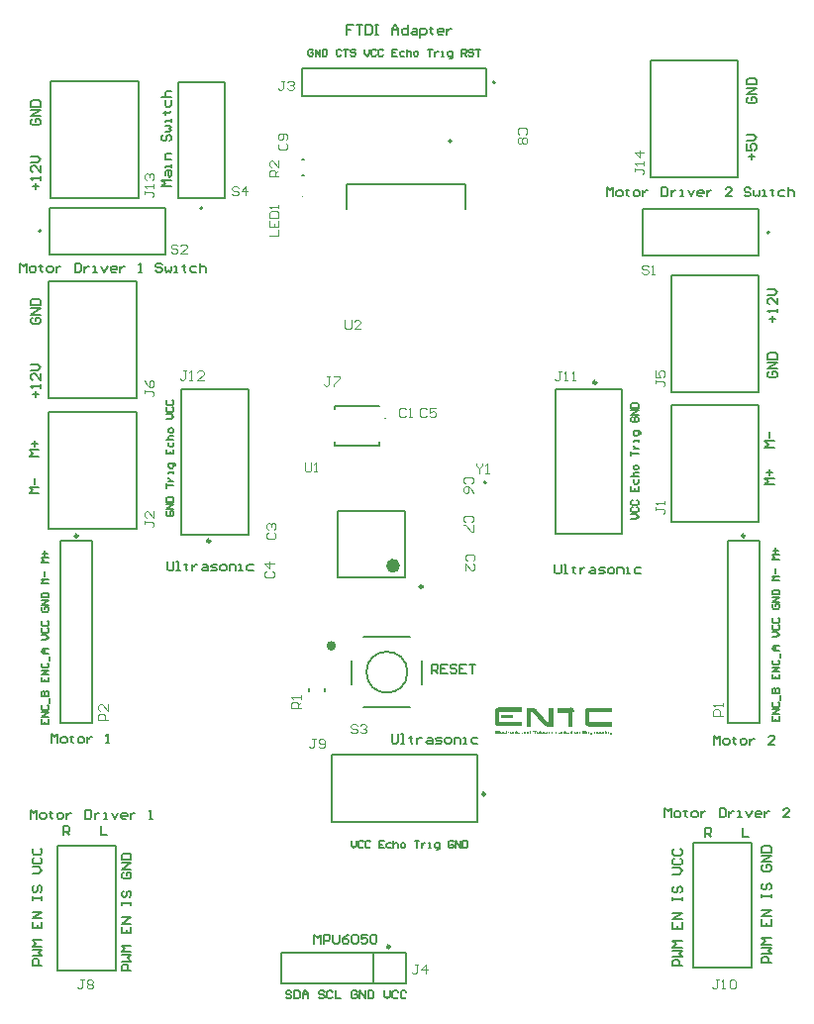
<source format=gto>
G04*
G04 #@! TF.GenerationSoftware,Altium Limited,Altium Designer,24.1.2 (44)*
G04*
G04 Layer_Color=65535*
%FSLAX44Y44*%
%MOMM*%
G71*
G04*
G04 #@! TF.SameCoordinates,39C99C51-67B2-4763-82E7-AA0615DA2B54*
G04*
G04*
G04 #@! TF.FilePolarity,Positive*
G04*
G01*
G75*
%ADD10C,0.2500*%
%ADD11C,0.2000*%
%ADD12C,0.4000*%
%ADD13C,0.1270*%
%ADD14C,0.1000*%
%ADD15C,0.6000*%
%ADD16C,0.1500*%
G36*
X659070Y481120D02*
X659054D01*
Y480970D01*
X661612D01*
Y480955D01*
X661627D01*
Y480327D01*
X661612D01*
Y480776D01*
X661597D01*
Y480940D01*
X660774D01*
Y480925D01*
X660699D01*
Y480940D01*
X659070D01*
Y479893D01*
X648737D01*
Y479908D01*
X648722D01*
Y482555D01*
X659070D01*
Y481120D01*
D02*
G37*
G36*
X661627Y480297D02*
X661612D01*
Y480312D01*
X661627D01*
Y480297D01*
D02*
G37*
G36*
X661612Y479714D02*
X661627D01*
Y479699D01*
X661612D01*
Y479684D01*
X661627D01*
Y479041D01*
X661641D01*
Y478174D01*
X661627D01*
Y478069D01*
Y478054D01*
Y477830D01*
X661641D01*
Y477800D01*
X661656D01*
Y477785D01*
X661671D01*
Y477755D01*
X661686D01*
Y477725D01*
X661582D01*
Y477740D01*
X661567D01*
Y477815D01*
X661582D01*
Y477934D01*
X661597D01*
Y480073D01*
X661612D01*
Y479714D01*
D02*
G37*
G36*
X693672Y472820D02*
X689276D01*
Y472835D01*
X689021D01*
Y472850D01*
X688827D01*
Y472865D01*
X688677D01*
Y472880D01*
X688558D01*
Y472895D01*
X688438D01*
Y472910D01*
X688333D01*
Y472925D01*
X688244D01*
Y472940D01*
X688154D01*
Y472955D01*
X688079D01*
Y472970D01*
X688004D01*
Y472985D01*
X687930D01*
Y473000D01*
X687855D01*
Y473015D01*
X687795D01*
Y473030D01*
X687735D01*
Y473045D01*
X687675D01*
Y473060D01*
X687616D01*
Y473075D01*
X687556D01*
Y473090D01*
X687511D01*
Y473105D01*
X687451D01*
Y473120D01*
X687406D01*
Y473134D01*
X687361D01*
Y473149D01*
X687317D01*
Y473164D01*
X687272D01*
Y473179D01*
X687227D01*
Y473194D01*
X687182D01*
Y473209D01*
X687137D01*
Y473224D01*
X687107D01*
Y473239D01*
X687062D01*
Y473254D01*
X687018D01*
Y473269D01*
X686988D01*
Y473284D01*
X686943D01*
Y473299D01*
X686913D01*
Y473314D01*
X686883D01*
Y473329D01*
X686838D01*
Y473344D01*
X686808D01*
Y473359D01*
X686778D01*
Y473374D01*
X686748D01*
Y473389D01*
X686718D01*
Y473404D01*
X686689D01*
Y473419D01*
X686659D01*
Y473433D01*
X686629D01*
Y473448D01*
X686599D01*
Y473463D01*
X686569D01*
Y473478D01*
X686539D01*
Y473493D01*
X686509D01*
Y473508D01*
X686479D01*
Y473523D01*
X686449D01*
Y473538D01*
X686434D01*
Y473553D01*
X686404D01*
Y473568D01*
X686375D01*
Y473583D01*
X686345D01*
Y473598D01*
X686330D01*
Y473613D01*
X686300D01*
Y473628D01*
X686270D01*
Y473643D01*
X686255D01*
Y473658D01*
X686225D01*
Y473673D01*
X686195D01*
Y473688D01*
X686180D01*
Y473703D01*
X686150D01*
Y473718D01*
X686135D01*
Y473733D01*
X686105D01*
Y473747D01*
X686090D01*
Y473763D01*
X686060D01*
Y473778D01*
X686046D01*
Y473792D01*
X686016D01*
Y473807D01*
X686001D01*
Y473822D01*
X685971D01*
Y473837D01*
X685956D01*
Y473852D01*
X685941D01*
Y473867D01*
X685911D01*
Y473882D01*
X685896D01*
Y473897D01*
X685866D01*
Y473912D01*
X685851D01*
Y473927D01*
X685836D01*
Y473942D01*
X685806D01*
Y473957D01*
X685791D01*
Y473972D01*
X685776D01*
Y473987D01*
X685746D01*
Y474002D01*
X685732D01*
Y474017D01*
X685716D01*
Y474032D01*
X685702D01*
Y474047D01*
X685672D01*
Y474062D01*
X685657D01*
Y474076D01*
X685642D01*
Y474091D01*
X685627D01*
Y474106D01*
X685597D01*
Y474121D01*
X685582D01*
Y474136D01*
X685567D01*
Y474151D01*
X685552D01*
Y474166D01*
X685537D01*
Y474181D01*
X685507D01*
Y474196D01*
X685492D01*
Y474211D01*
X685477D01*
Y474226D01*
X685462D01*
Y474241D01*
X685447D01*
Y474256D01*
X685432D01*
Y474271D01*
X685417D01*
Y474286D01*
X685388D01*
Y474301D01*
X685373D01*
Y474316D01*
X685358D01*
Y474331D01*
X685343D01*
Y474346D01*
X685328D01*
Y474361D01*
X685313D01*
Y474376D01*
X685298D01*
Y474390D01*
X685283D01*
Y474406D01*
X685268D01*
Y474421D01*
X685253D01*
Y474435D01*
X685238D01*
Y474450D01*
X685223D01*
Y474465D01*
X685193D01*
Y474480D01*
X685178D01*
Y474495D01*
X685163D01*
Y474510D01*
X685148D01*
Y474525D01*
X685133D01*
Y474540D01*
X685118D01*
Y474555D01*
X685103D01*
Y474570D01*
X685089D01*
Y474585D01*
X685073D01*
Y474600D01*
X685059D01*
Y474615D01*
X685044D01*
Y474630D01*
X685029D01*
Y474645D01*
X685014D01*
Y474660D01*
X684999D01*
Y474690D01*
X684984D01*
Y474705D01*
X684969D01*
Y474720D01*
X684954D01*
Y474734D01*
X684939D01*
Y474749D01*
X684924D01*
Y474764D01*
X684909D01*
Y474779D01*
X684894D01*
Y474794D01*
X684879D01*
Y474809D01*
X684864D01*
Y474824D01*
X684849D01*
Y474839D01*
X684834D01*
Y474854D01*
X684819D01*
Y474869D01*
X684804D01*
Y474899D01*
X684789D01*
Y474914D01*
X684774D01*
Y474929D01*
X684760D01*
Y474944D01*
X684745D01*
Y474959D01*
X684730D01*
Y474974D01*
X684715D01*
Y475004D01*
X684700D01*
Y475019D01*
X684685D01*
Y475033D01*
X684670D01*
Y475048D01*
X684655D01*
Y475064D01*
X684640D01*
Y475078D01*
X684625D01*
Y475108D01*
X684610D01*
Y475123D01*
X684595D01*
Y475138D01*
X684580D01*
Y475153D01*
X684565D01*
Y475168D01*
X684550D01*
Y475183D01*
X684535D01*
Y475213D01*
X684520D01*
Y475228D01*
X684505D01*
Y475243D01*
X684490D01*
Y475258D01*
X684475D01*
Y475273D01*
X684460D01*
Y475288D01*
X684445D01*
Y475318D01*
X684430D01*
Y475333D01*
X684416D01*
Y475348D01*
X684401D01*
Y475363D01*
X684386D01*
Y475378D01*
X684371D01*
Y475392D01*
X684356D01*
Y475422D01*
X684341D01*
Y475437D01*
X684326D01*
Y475452D01*
X684311D01*
Y475467D01*
X684296D01*
Y475482D01*
X684281D01*
Y475497D01*
X684266D01*
Y475527D01*
X684251D01*
Y475542D01*
X684236D01*
Y475557D01*
X684221D01*
Y475572D01*
X684206D01*
Y475587D01*
X684191D01*
Y475602D01*
X684176D01*
Y475632D01*
X684161D01*
Y475647D01*
X684146D01*
Y475662D01*
X684131D01*
Y475676D01*
X684117D01*
Y475691D01*
X684102D01*
Y475706D01*
X684087D01*
Y475736D01*
X684072D01*
Y475751D01*
X684057D01*
Y475766D01*
X684042D01*
Y475781D01*
X684027D01*
Y475796D01*
X684012D01*
Y475811D01*
X683997D01*
Y475841D01*
X683982D01*
Y475856D01*
X683967D01*
Y475871D01*
X683952D01*
Y475886D01*
X683937D01*
Y475901D01*
X683922D01*
Y475916D01*
X683907D01*
Y475946D01*
X683892D01*
Y475961D01*
X683877D01*
Y475976D01*
X683862D01*
Y475991D01*
X683847D01*
Y476006D01*
X683832D01*
Y476021D01*
X683818D01*
Y476050D01*
X683802D01*
Y476065D01*
X683788D01*
Y476080D01*
X683773D01*
Y476095D01*
X683758D01*
Y476110D01*
X683743D01*
Y476140D01*
X683728D01*
Y476155D01*
X683713D01*
Y476170D01*
X683698D01*
Y476185D01*
X683683D01*
Y476200D01*
X683668D01*
Y476215D01*
X683653D01*
Y476245D01*
X683638D01*
Y476260D01*
X683623D01*
Y476275D01*
X683608D01*
Y476290D01*
X683593D01*
Y476305D01*
X683578D01*
Y476320D01*
X683563D01*
Y476349D01*
X683548D01*
Y476364D01*
X683533D01*
Y476379D01*
X683518D01*
Y476394D01*
X683503D01*
Y476409D01*
X683488D01*
Y476424D01*
X683474D01*
Y476454D01*
X683459D01*
Y476469D01*
X683444D01*
Y476484D01*
X683429D01*
Y476499D01*
X683414D01*
Y476514D01*
X683399D01*
Y476529D01*
X683384D01*
Y476544D01*
X683369D01*
Y476574D01*
X683354D01*
Y476589D01*
X683339D01*
Y476604D01*
X683324D01*
Y476619D01*
X683309D01*
Y476634D01*
X683294D01*
Y476648D01*
X683279D01*
Y476678D01*
X683264D01*
Y476693D01*
X683249D01*
Y476708D01*
X683234D01*
Y476723D01*
X683219D01*
Y476738D01*
X683204D01*
Y476753D01*
X683189D01*
Y476783D01*
X683175D01*
Y476798D01*
X683159D01*
Y476813D01*
X683145D01*
Y476828D01*
X683130D01*
Y476843D01*
X683115D01*
Y476858D01*
X683100D01*
Y476888D01*
X683085D01*
Y476903D01*
X683070D01*
Y476918D01*
X683055D01*
Y476933D01*
X683040D01*
Y476948D01*
X683025D01*
Y476963D01*
X683010D01*
Y476992D01*
X682995D01*
Y477007D01*
X682980D01*
Y477022D01*
X682965D01*
Y477037D01*
X682950D01*
Y477052D01*
X682935D01*
Y477067D01*
X682920D01*
Y477097D01*
X682905D01*
Y477112D01*
X682890D01*
Y477127D01*
X682875D01*
Y477142D01*
X682860D01*
Y477157D01*
X682846D01*
Y477172D01*
X682831D01*
Y477202D01*
X682816D01*
Y477217D01*
X682801D01*
Y477232D01*
X682786D01*
Y477247D01*
X682771D01*
Y477262D01*
X682756D01*
Y477277D01*
X682741D01*
Y477307D01*
X682726D01*
Y477321D01*
X682711D01*
Y477336D01*
X682696D01*
Y477351D01*
X682681D01*
Y477366D01*
X682666D01*
Y477381D01*
X682651D01*
Y477411D01*
X682636D01*
Y477426D01*
X682621D01*
Y477441D01*
X682606D01*
Y477456D01*
X682591D01*
Y477471D01*
X682576D01*
Y477486D01*
X682561D01*
Y477516D01*
X682546D01*
Y477531D01*
X682532D01*
Y477546D01*
X682516D01*
Y477561D01*
X682502D01*
Y477576D01*
X682487D01*
Y477591D01*
X682472D01*
Y477621D01*
X682457D01*
Y477635D01*
X682442D01*
Y477650D01*
X682427D01*
Y477665D01*
X682412D01*
Y477680D01*
X682397D01*
Y477695D01*
X682382D01*
Y477725D01*
X682367D01*
Y477740D01*
X682352D01*
Y477755D01*
X682337D01*
Y477770D01*
X682322D01*
Y477785D01*
X682307D01*
Y477815D01*
X682292D01*
Y477830D01*
X682277D01*
Y477845D01*
X682262D01*
Y477860D01*
X682247D01*
Y477875D01*
X682232D01*
Y477890D01*
X682217D01*
Y477920D01*
X682203D01*
Y477934D01*
X682188D01*
Y477949D01*
X682173D01*
Y477964D01*
X682158D01*
Y477979D01*
X682143D01*
Y477994D01*
X682128D01*
Y478024D01*
X682113D01*
Y478039D01*
X682098D01*
Y478054D01*
X682083D01*
Y478069D01*
X682068D01*
Y478084D01*
X682053D01*
Y478099D01*
X682038D01*
Y478114D01*
X682023D01*
Y478144D01*
X682008D01*
Y478159D01*
X681993D01*
Y478174D01*
X681978D01*
Y478189D01*
X681963D01*
Y478204D01*
X681948D01*
Y478234D01*
X681933D01*
Y478248D01*
X681918D01*
Y478264D01*
X681903D01*
Y478278D01*
X681889D01*
Y478293D01*
X681873D01*
Y478308D01*
X681859D01*
Y478338D01*
X681844D01*
Y478353D01*
X681829D01*
Y478368D01*
X681814D01*
Y478383D01*
X681799D01*
Y478398D01*
X681784D01*
Y478413D01*
X681769D01*
Y478443D01*
X681754D01*
Y478458D01*
X681739D01*
Y478473D01*
X681724D01*
Y478488D01*
X681709D01*
Y478503D01*
X681694D01*
Y478518D01*
X681679D01*
Y478548D01*
X681664D01*
Y478563D01*
X681649D01*
Y478577D01*
X681634D01*
Y478592D01*
X681619D01*
Y478607D01*
X681604D01*
Y478622D01*
X681589D01*
Y478652D01*
X681574D01*
Y478667D01*
X681560D01*
Y478682D01*
X681544D01*
Y478697D01*
X681530D01*
Y478712D01*
X681515D01*
Y478727D01*
X681500D01*
Y478757D01*
X681485D01*
Y478772D01*
X681470D01*
Y478787D01*
X681455D01*
Y478802D01*
X681440D01*
Y478817D01*
X681425D01*
Y478832D01*
X681410D01*
Y478862D01*
X681395D01*
Y478877D01*
X681380D01*
Y478891D01*
X681365D01*
Y478907D01*
X681350D01*
Y478921D01*
X681335D01*
Y478936D01*
X681320D01*
Y478951D01*
X681305D01*
Y478981D01*
X681290D01*
Y478996D01*
X681275D01*
Y479011D01*
X681260D01*
Y479026D01*
X681245D01*
Y479041D01*
X681230D01*
Y479056D01*
X681216D01*
Y479086D01*
X681201D01*
Y479101D01*
X681186D01*
Y479116D01*
X681171D01*
Y479131D01*
X681156D01*
Y479146D01*
X681141D01*
Y479161D01*
X681126D01*
Y479191D01*
X681111D01*
Y479206D01*
X681096D01*
Y479221D01*
X681081D01*
Y479235D01*
X681066D01*
Y479250D01*
X681051D01*
Y479265D01*
X681036D01*
Y479295D01*
X681021D01*
Y479310D01*
X681006D01*
Y479325D01*
X680991D01*
Y479340D01*
X680976D01*
Y479355D01*
X680961D01*
Y479370D01*
X680946D01*
Y479400D01*
X680931D01*
Y479415D01*
X680917D01*
Y479430D01*
X680901D01*
Y479445D01*
X680887D01*
Y479460D01*
X680872D01*
Y479490D01*
X680857D01*
Y479505D01*
X680842D01*
Y479520D01*
X680827D01*
Y479535D01*
X680812D01*
Y479549D01*
X680797D01*
Y479564D01*
X680782D01*
Y479594D01*
X680767D01*
Y479609D01*
X680752D01*
Y479624D01*
X680737D01*
Y479639D01*
X680722D01*
Y479654D01*
X680707D01*
Y479669D01*
X680692D01*
Y479699D01*
X680677D01*
Y479714D01*
X680662D01*
Y479729D01*
X680647D01*
Y479744D01*
X680632D01*
Y479759D01*
X680617D01*
Y479774D01*
X680602D01*
Y479804D01*
X680587D01*
Y479819D01*
X680573D01*
Y479834D01*
X680558D01*
Y479849D01*
X680543D01*
Y479864D01*
X680528D01*
Y479879D01*
X680513D01*
Y479908D01*
X680498D01*
Y479923D01*
X680483D01*
Y479938D01*
X680468D01*
Y479953D01*
X680453D01*
Y479968D01*
X680438D01*
Y479983D01*
X680423D01*
Y480013D01*
X680408D01*
Y480028D01*
X680393D01*
Y480043D01*
X680378D01*
Y480058D01*
X680363D01*
Y480073D01*
X680348D01*
Y480088D01*
X680333D01*
Y480118D01*
X680318D01*
Y480133D01*
X680303D01*
Y480148D01*
X680288D01*
Y480163D01*
X680274D01*
Y480177D01*
X680258D01*
Y480192D01*
X680244D01*
Y480222D01*
X680229D01*
Y480237D01*
X680214D01*
Y480252D01*
X680199D01*
Y480267D01*
X680184D01*
Y480282D01*
X680169D01*
Y480297D01*
X680154D01*
Y480327D01*
X680139D01*
Y480342D01*
X680124D01*
Y480357D01*
X680109D01*
Y480372D01*
X680094D01*
Y480387D01*
X680079D01*
Y480402D01*
X680064D01*
Y480432D01*
X680049D01*
Y480447D01*
X680034D01*
Y480462D01*
X680019D01*
Y480477D01*
X680004D01*
Y480492D01*
X679989D01*
Y480507D01*
X679974D01*
Y480536D01*
X679959D01*
Y480551D01*
X679945D01*
Y480566D01*
X679930D01*
Y480581D01*
X679915D01*
Y480596D01*
X679900D01*
Y480611D01*
X679885D01*
Y480641D01*
X679870D01*
Y480656D01*
X679855D01*
Y480671D01*
X679840D01*
Y480686D01*
X679825D01*
Y480701D01*
X679810D01*
Y480716D01*
X679795D01*
Y480746D01*
X679780D01*
Y480761D01*
X679765D01*
Y480776D01*
X679750D01*
Y480791D01*
X679735D01*
Y480806D01*
X679720D01*
Y480821D01*
X679705D01*
Y480850D01*
X679690D01*
Y480865D01*
X679675D01*
Y480880D01*
X679660D01*
Y480895D01*
X679645D01*
Y480910D01*
X679631D01*
Y480925D01*
X679615D01*
Y480955D01*
X679601D01*
Y480970D01*
X679586D01*
Y480985D01*
X679571D01*
Y481000D01*
X679556D01*
Y481015D01*
X679541D01*
Y481030D01*
X679526D01*
Y481060D01*
X679511D01*
Y481075D01*
X679496D01*
Y481090D01*
X679481D01*
Y481105D01*
X679466D01*
Y481120D01*
X679451D01*
Y481134D01*
X679436D01*
Y481165D01*
X679421D01*
Y481179D01*
X679406D01*
Y481194D01*
X679391D01*
Y481209D01*
X679376D01*
Y481224D01*
X679361D01*
Y481239D01*
X679346D01*
Y481269D01*
X679331D01*
Y481284D01*
X679316D01*
Y481299D01*
X679302D01*
Y481314D01*
X679287D01*
Y481329D01*
X679272D01*
Y481344D01*
X679257D01*
Y481374D01*
X679242D01*
Y481389D01*
X679227D01*
Y481404D01*
X679212D01*
Y481419D01*
X679197D01*
Y481434D01*
X679182D01*
Y481449D01*
X679167D01*
Y481479D01*
X679152D01*
Y481493D01*
X679137D01*
Y481508D01*
X679122D01*
Y481523D01*
X679107D01*
Y481538D01*
X679092D01*
Y481553D01*
X679077D01*
Y481583D01*
X679062D01*
Y481598D01*
X679047D01*
Y481613D01*
X679032D01*
Y481628D01*
X679017D01*
Y481643D01*
X679002D01*
Y481658D01*
X678988D01*
Y481688D01*
X678972D01*
Y481703D01*
X678958D01*
Y481718D01*
X678943D01*
Y481733D01*
X678928D01*
Y481748D01*
X678913D01*
Y481763D01*
X678898D01*
Y481792D01*
X678883D01*
Y481808D01*
X678868D01*
Y481822D01*
X678853D01*
Y481837D01*
X678838D01*
Y481852D01*
X678823D01*
Y481867D01*
X678808D01*
Y481897D01*
X678793D01*
Y481912D01*
X678778D01*
Y481927D01*
X678763D01*
Y481942D01*
X678748D01*
Y481957D01*
X678733D01*
Y481972D01*
X678718D01*
Y482002D01*
X678703D01*
Y482017D01*
X678688D01*
Y482032D01*
X678673D01*
Y482047D01*
X678659D01*
Y482062D01*
X678643D01*
Y482077D01*
X678629D01*
Y482107D01*
X678614D01*
Y482122D01*
X678599D01*
Y482136D01*
X678584D01*
Y482151D01*
X678569D01*
Y482166D01*
X678554D01*
Y482181D01*
X678539D01*
Y482211D01*
X678524D01*
Y482226D01*
X678509D01*
Y482241D01*
X678494D01*
Y482256D01*
X678479D01*
Y482271D01*
X678464D01*
Y482286D01*
X678449D01*
Y482316D01*
X678434D01*
Y482331D01*
X678419D01*
Y482346D01*
X678404D01*
Y482361D01*
X678389D01*
Y482376D01*
X678374D01*
Y482391D01*
X678359D01*
Y482421D01*
X678344D01*
Y482435D01*
X678329D01*
Y482450D01*
X678315D01*
Y482465D01*
X678300D01*
Y482480D01*
X678285D01*
Y482495D01*
X678270D01*
Y482525D01*
X678255D01*
Y482540D01*
X678240D01*
Y482555D01*
X678225D01*
Y482570D01*
X678210D01*
Y482585D01*
X678195D01*
Y482600D01*
X678180D01*
Y482630D01*
X678165D01*
Y482645D01*
X678150D01*
Y482660D01*
X678135D01*
Y482675D01*
X678120D01*
Y482690D01*
X678105D01*
Y482705D01*
X678090D01*
Y482735D01*
X678075D01*
Y482749D01*
X678060D01*
Y482765D01*
X678045D01*
Y482779D01*
X678030D01*
Y482794D01*
X678016D01*
Y482809D01*
X678000D01*
Y482839D01*
X677986D01*
Y482854D01*
X677971D01*
Y482869D01*
X677956D01*
Y482884D01*
X677941D01*
Y482899D01*
X677926D01*
Y482914D01*
X677911D01*
Y482944D01*
X677896D01*
Y482959D01*
X677881D01*
Y482974D01*
X677866D01*
Y482989D01*
X677851D01*
Y483004D01*
X677836D01*
Y483019D01*
X677821D01*
Y483049D01*
X677806D01*
Y483064D01*
X677791D01*
Y483078D01*
X677776D01*
Y483093D01*
X677761D01*
Y483108D01*
X677746D01*
Y483123D01*
X677731D01*
Y483153D01*
X677716D01*
Y483168D01*
X677701D01*
Y483183D01*
X677686D01*
Y483198D01*
X677672D01*
Y483213D01*
X677657D01*
Y483228D01*
X677642D01*
Y483258D01*
X677627D01*
Y483273D01*
X677612D01*
Y483288D01*
X677597D01*
Y483303D01*
X677582D01*
Y483318D01*
X677567D01*
Y483333D01*
X677552D01*
Y483363D01*
X677537D01*
Y483378D01*
X677522D01*
Y483392D01*
X677507D01*
Y483408D01*
X677492D01*
Y483422D01*
X677477D01*
Y483437D01*
X677462D01*
Y483467D01*
X677447D01*
Y483482D01*
X677432D01*
Y483497D01*
X677417D01*
Y483512D01*
X677402D01*
Y483527D01*
X677387D01*
Y483542D01*
X677373D01*
Y483557D01*
X677357D01*
Y483587D01*
X677343D01*
Y483602D01*
X677328D01*
Y483617D01*
X677313D01*
Y483632D01*
X677298D01*
Y483647D01*
X677283D01*
Y483662D01*
X677268D01*
Y483692D01*
X677253D01*
Y483707D01*
X677238D01*
Y483722D01*
X677223D01*
Y483736D01*
X677208D01*
Y483751D01*
X677193D01*
Y483781D01*
X677178D01*
Y483796D01*
X677163D01*
Y483811D01*
X677148D01*
Y483826D01*
X677133D01*
Y483841D01*
X677118D01*
Y483856D01*
X677103D01*
Y483886D01*
X677088D01*
Y483901D01*
X677073D01*
Y483916D01*
X677058D01*
Y483931D01*
X677044D01*
Y483946D01*
X677029D01*
Y483961D01*
X677014D01*
Y483991D01*
X676999D01*
Y484006D01*
X676984D01*
Y484021D01*
X676969D01*
Y484035D01*
X676954D01*
Y484050D01*
X676939D01*
Y484065D01*
X676924D01*
Y484080D01*
X676909D01*
Y484095D01*
X676894D01*
Y484125D01*
X676879D01*
Y484140D01*
X676864D01*
Y484155D01*
X676849D01*
Y484170D01*
X676834D01*
Y484185D01*
X676819D01*
Y484200D01*
X676804D01*
Y484215D01*
X676789D01*
Y484230D01*
X676774D01*
Y484245D01*
X676759D01*
Y484260D01*
X676745D01*
Y484275D01*
X676730D01*
Y484290D01*
X676714D01*
Y484305D01*
X676700D01*
Y484320D01*
X676685D01*
Y484335D01*
X676670D01*
Y484350D01*
X676655D01*
Y484365D01*
X676640D01*
Y484379D01*
X676625D01*
Y484394D01*
X676610D01*
Y484409D01*
X676580D01*
Y484424D01*
X676565D01*
Y484439D01*
X676550D01*
Y484454D01*
X676535D01*
Y484469D01*
X676520D01*
Y484484D01*
X676505D01*
Y484499D01*
X676475D01*
Y484514D01*
X676460D01*
Y484529D01*
X676445D01*
Y484544D01*
X676430D01*
Y484559D01*
X676415D01*
Y484574D01*
X676386D01*
Y484589D01*
X676371D01*
Y484604D01*
X676356D01*
Y484619D01*
X676326D01*
Y484634D01*
X676311D01*
Y484649D01*
X676296D01*
Y484664D01*
X676266D01*
Y484678D01*
X676251D01*
Y484693D01*
X676221D01*
Y484708D01*
X676206D01*
Y484723D01*
X676191D01*
Y484738D01*
X676161D01*
Y484753D01*
X676146D01*
Y484768D01*
X676116D01*
Y484783D01*
X676087D01*
Y484798D01*
X676071D01*
Y484813D01*
X676042D01*
Y484828D01*
X676027D01*
Y484843D01*
X675997D01*
Y484858D01*
X675967D01*
Y484873D01*
X675937D01*
Y484888D01*
X675922D01*
Y484903D01*
X675892D01*
Y484918D01*
X675862D01*
Y484933D01*
X675832D01*
Y484948D01*
X675802D01*
Y484963D01*
X675772D01*
Y484978D01*
X675743D01*
Y484993D01*
X675713D01*
Y485008D01*
X675683D01*
Y485022D01*
X675653D01*
Y485037D01*
X675608D01*
Y485052D01*
X675578D01*
Y485067D01*
X675533D01*
Y485082D01*
X675503D01*
Y485097D01*
X675459D01*
Y485112D01*
X675414D01*
Y485127D01*
X675369D01*
Y485142D01*
X675324D01*
Y485157D01*
X675264D01*
Y485172D01*
X675204D01*
Y485187D01*
X675144D01*
Y485202D01*
X675070D01*
Y485217D01*
X674980D01*
Y485232D01*
X674860D01*
Y485247D01*
X674457D01*
Y472820D01*
X670613D01*
Y480940D01*
X668699D01*
Y480955D01*
X669073D01*
Y480970D01*
X670045D01*
Y480955D01*
X670629D01*
Y480970D01*
X670643D01*
Y480985D01*
X670629D01*
Y481239D01*
X670613D01*
Y488387D01*
Y488402D01*
Y489030D01*
X674771D01*
Y489015D01*
X675085D01*
Y489000D01*
X675309D01*
Y488985D01*
X675488D01*
Y488970D01*
X675638D01*
Y488955D01*
X675758D01*
Y488940D01*
X675877D01*
Y488925D01*
X675982D01*
Y488910D01*
X676071D01*
Y488895D01*
X676146D01*
Y488881D01*
X676236D01*
Y488866D01*
X676311D01*
Y488851D01*
X676371D01*
Y488836D01*
X676430D01*
Y488821D01*
X676490D01*
Y488806D01*
X676550D01*
Y488791D01*
X676610D01*
Y488776D01*
X676670D01*
Y488761D01*
X676714D01*
Y488746D01*
X676759D01*
Y488731D01*
X676804D01*
Y488716D01*
X676849D01*
Y488701D01*
X676894D01*
Y488686D01*
X676939D01*
Y488671D01*
X676984D01*
Y488656D01*
X677014D01*
Y488641D01*
X677058D01*
Y488626D01*
X677103D01*
Y488611D01*
X677133D01*
Y488596D01*
X677178D01*
Y488581D01*
X677208D01*
Y488566D01*
X677238D01*
Y488551D01*
X677283D01*
Y488536D01*
X677313D01*
Y488522D01*
X677343D01*
Y488507D01*
X677373D01*
Y488492D01*
X677402D01*
Y488477D01*
X677432D01*
Y488462D01*
X677462D01*
Y488447D01*
X677492D01*
Y488432D01*
X677522D01*
Y488417D01*
X677552D01*
Y488402D01*
X677582D01*
Y488387D01*
X677612D01*
Y488372D01*
X677642D01*
Y488357D01*
X677672D01*
Y488342D01*
X677701D01*
Y488327D01*
X677716D01*
Y488312D01*
X677746D01*
Y488297D01*
X677776D01*
Y488282D01*
X677791D01*
Y488267D01*
X677821D01*
Y488252D01*
X677851D01*
Y488237D01*
X677866D01*
Y488223D01*
X677896D01*
Y488208D01*
X677926D01*
Y488193D01*
X677941D01*
Y488178D01*
X677971D01*
Y488163D01*
X677986D01*
Y488148D01*
X678016D01*
Y488133D01*
X678045D01*
Y488118D01*
X678060D01*
Y488103D01*
X678075D01*
Y488088D01*
X678105D01*
Y488073D01*
X678120D01*
Y488058D01*
X678150D01*
Y488043D01*
X678165D01*
Y488028D01*
X678195D01*
Y488013D01*
X678210D01*
Y487998D01*
X678240D01*
Y487983D01*
X678255D01*
Y487968D01*
X678270D01*
Y487953D01*
X678300D01*
Y487938D01*
X678315D01*
Y487923D01*
X678329D01*
Y487909D01*
X678359D01*
Y487893D01*
X678374D01*
Y487879D01*
X678389D01*
Y487864D01*
X678419D01*
Y487849D01*
X678434D01*
Y487834D01*
X678449D01*
Y487819D01*
X678464D01*
Y487804D01*
X678494D01*
Y487789D01*
X678509D01*
Y487774D01*
X678524D01*
Y487759D01*
X678539D01*
Y487744D01*
X678569D01*
Y487729D01*
X678584D01*
Y487714D01*
X678599D01*
Y487699D01*
X678614D01*
Y487684D01*
X678643D01*
Y487669D01*
X678659D01*
Y487654D01*
X678673D01*
Y487639D01*
X678688D01*
Y487624D01*
X678703D01*
Y487609D01*
X678718D01*
Y487594D01*
X678748D01*
Y487579D01*
X678763D01*
Y487565D01*
X678778D01*
Y487550D01*
X678793D01*
Y487535D01*
X678808D01*
Y487520D01*
X678823D01*
Y487505D01*
X678838D01*
Y487490D01*
X678853D01*
Y487475D01*
X678868D01*
Y487460D01*
X678898D01*
Y487445D01*
X678913D01*
Y487430D01*
X678928D01*
Y487415D01*
X678943D01*
Y487400D01*
X678958D01*
Y487385D01*
X678972D01*
Y487370D01*
X678988D01*
Y487355D01*
X679002D01*
Y487340D01*
X679017D01*
Y487325D01*
X679032D01*
Y487310D01*
X679047D01*
Y487295D01*
X679062D01*
Y487280D01*
X679077D01*
Y487266D01*
X679092D01*
Y487251D01*
X679107D01*
Y487236D01*
X679122D01*
Y487221D01*
X679137D01*
Y487206D01*
X679152D01*
Y487191D01*
X679167D01*
Y487176D01*
X679182D01*
Y487161D01*
X679197D01*
Y487146D01*
X679212D01*
Y487131D01*
X679227D01*
Y487116D01*
X679242D01*
Y487101D01*
X679257D01*
Y487086D01*
X679272D01*
Y487071D01*
X679287D01*
Y487056D01*
X679302D01*
Y487041D01*
X679316D01*
Y487026D01*
X679331D01*
Y487011D01*
X679346D01*
Y486996D01*
X679361D01*
Y486981D01*
X679376D01*
Y486966D01*
X679391D01*
Y486951D01*
X679406D01*
Y486936D01*
X679421D01*
Y486922D01*
X679436D01*
Y486892D01*
X679451D01*
Y486877D01*
X679466D01*
Y486862D01*
X679481D01*
Y486847D01*
X679496D01*
Y486832D01*
X679511D01*
Y486817D01*
X679526D01*
Y486802D01*
X679541D01*
Y486787D01*
X679556D01*
Y486772D01*
X679571D01*
Y486742D01*
X679586D01*
Y486727D01*
X679601D01*
Y486712D01*
X679615D01*
Y486697D01*
X679631D01*
Y486682D01*
X679645D01*
Y486667D01*
X679660D01*
Y486637D01*
X679675D01*
Y486623D01*
X679690D01*
Y486608D01*
X679705D01*
Y486593D01*
X679720D01*
Y486578D01*
X679735D01*
Y486563D01*
X679750D01*
Y486548D01*
X679765D01*
Y486518D01*
X679780D01*
Y486503D01*
X679795D01*
Y486488D01*
X679810D01*
Y486473D01*
X679825D01*
Y486458D01*
X679840D01*
Y486443D01*
X679855D01*
Y486413D01*
X679870D01*
Y486398D01*
X679885D01*
Y486383D01*
X679900D01*
Y486368D01*
X679915D01*
Y486353D01*
X679930D01*
Y486338D01*
X679945D01*
Y486323D01*
X679959D01*
Y486293D01*
X679974D01*
Y486279D01*
X679989D01*
Y486264D01*
X680004D01*
Y486249D01*
X680019D01*
Y486234D01*
X680034D01*
Y486219D01*
X680049D01*
Y486189D01*
X680064D01*
Y486174D01*
X680079D01*
Y486159D01*
X680094D01*
Y486144D01*
X680109D01*
Y486129D01*
X680124D01*
Y486114D01*
X680139D01*
Y486099D01*
X680154D01*
Y486069D01*
X680169D01*
Y486054D01*
X680184D01*
Y486039D01*
X680199D01*
Y486024D01*
X680214D01*
Y486009D01*
X680229D01*
Y485994D01*
X680244D01*
Y485965D01*
X680258D01*
Y485950D01*
X680274D01*
Y485935D01*
X680288D01*
Y485920D01*
X680303D01*
Y485905D01*
X680318D01*
Y485890D01*
X680333D01*
Y485875D01*
X680348D01*
Y485845D01*
X680363D01*
Y485830D01*
X680378D01*
Y485815D01*
X680393D01*
Y485800D01*
X680408D01*
Y485785D01*
X680423D01*
Y485770D01*
X680438D01*
Y485740D01*
X680453D01*
Y485725D01*
X680468D01*
Y485710D01*
X680483D01*
Y485695D01*
X680498D01*
Y485680D01*
X680513D01*
Y485665D01*
X680528D01*
Y485650D01*
X680543D01*
Y485621D01*
X680558D01*
Y485606D01*
X680573D01*
Y485591D01*
X680587D01*
Y485576D01*
X680602D01*
Y485561D01*
X680617D01*
Y485546D01*
X680632D01*
Y485516D01*
X680647D01*
Y485501D01*
X680662D01*
Y485486D01*
X680677D01*
Y485471D01*
X680692D01*
Y485456D01*
X680707D01*
Y485441D01*
X680722D01*
Y485426D01*
X680737D01*
Y485396D01*
X680752D01*
Y485381D01*
X680767D01*
Y485366D01*
X680782D01*
Y485351D01*
X680797D01*
Y485336D01*
X680812D01*
Y485322D01*
X680827D01*
Y485292D01*
X680842D01*
Y485277D01*
X680857D01*
Y485262D01*
X680872D01*
Y485247D01*
X680887D01*
Y485232D01*
X680901D01*
Y485217D01*
X680917D01*
Y485202D01*
X680931D01*
Y485172D01*
X680946D01*
Y485157D01*
X680961D01*
Y485142D01*
X680976D01*
Y485127D01*
X680991D01*
Y485112D01*
X681006D01*
Y485097D01*
X681021D01*
Y485067D01*
X681036D01*
Y485052D01*
X681051D01*
Y485037D01*
X681066D01*
Y485022D01*
X681081D01*
Y485008D01*
X681096D01*
Y484993D01*
X681111D01*
Y484978D01*
X681126D01*
Y484948D01*
X681141D01*
Y484933D01*
X681156D01*
Y484918D01*
X681171D01*
Y484903D01*
X681186D01*
Y484888D01*
X681201D01*
Y484873D01*
X681216D01*
Y484843D01*
X681230D01*
Y484828D01*
X681245D01*
Y484813D01*
X681260D01*
Y484798D01*
X681275D01*
Y484783D01*
X681290D01*
Y484768D01*
X681305D01*
Y484753D01*
X681320D01*
Y484723D01*
X681335D01*
Y484708D01*
X681350D01*
Y484693D01*
X681365D01*
Y484678D01*
X681380D01*
Y484664D01*
X681395D01*
Y484649D01*
X681410D01*
Y484634D01*
X681425D01*
Y484604D01*
X681440D01*
Y484589D01*
X681455D01*
Y484574D01*
X681470D01*
Y484559D01*
X681485D01*
Y484544D01*
X681500D01*
Y484529D01*
X681515D01*
Y484499D01*
X681530D01*
Y484484D01*
X681544D01*
Y484469D01*
X681560D01*
Y484454D01*
X681574D01*
Y484439D01*
X681589D01*
Y484424D01*
X681604D01*
Y484409D01*
X681619D01*
Y484379D01*
X681634D01*
Y484365D01*
X681649D01*
Y484350D01*
X681664D01*
Y484335D01*
X681679D01*
Y484320D01*
X681694D01*
Y484305D01*
X681709D01*
Y484275D01*
X681724D01*
Y484260D01*
X681739D01*
Y484245D01*
X681754D01*
Y484230D01*
X681769D01*
Y484215D01*
X681784D01*
Y484200D01*
X681799D01*
Y484185D01*
X681814D01*
Y484155D01*
X681829D01*
Y484140D01*
X681844D01*
Y484125D01*
X681859D01*
Y484110D01*
X681873D01*
Y484095D01*
X681889D01*
Y484080D01*
X681903D01*
Y484050D01*
X681918D01*
Y484035D01*
X681933D01*
Y484021D01*
X681948D01*
Y484006D01*
X681963D01*
Y483991D01*
X681978D01*
Y483976D01*
X681993D01*
Y483961D01*
X682008D01*
Y483931D01*
X682023D01*
Y483916D01*
X682038D01*
Y483901D01*
X682053D01*
Y483886D01*
X682068D01*
Y483871D01*
X682083D01*
Y483856D01*
X682098D01*
Y483826D01*
X682113D01*
Y483811D01*
X682128D01*
Y483796D01*
X682143D01*
Y483781D01*
X682158D01*
Y483766D01*
X682173D01*
Y483751D01*
X682188D01*
Y483736D01*
X682203D01*
Y483707D01*
X682217D01*
Y483692D01*
X682232D01*
Y483677D01*
X682247D01*
Y483662D01*
X682262D01*
Y483647D01*
X682277D01*
Y483632D01*
X682292D01*
Y483602D01*
X682307D01*
Y483587D01*
X682322D01*
Y483572D01*
X682337D01*
Y483557D01*
X682352D01*
Y483542D01*
X682367D01*
Y483527D01*
X682382D01*
Y483512D01*
X682397D01*
Y483482D01*
X682412D01*
Y483467D01*
X682427D01*
Y483452D01*
X682442D01*
Y483437D01*
X682457D01*
Y483422D01*
X682472D01*
Y483408D01*
X682487D01*
Y483392D01*
X682502D01*
Y483363D01*
X682516D01*
Y483348D01*
X682532D01*
Y483333D01*
X682546D01*
Y483318D01*
X682561D01*
Y483303D01*
X682576D01*
Y483288D01*
X682591D01*
Y483258D01*
X682606D01*
Y483243D01*
X682621D01*
Y483228D01*
X682636D01*
Y483213D01*
X682651D01*
Y483198D01*
X682666D01*
Y483183D01*
X682681D01*
Y483168D01*
X682696D01*
Y483138D01*
X682711D01*
Y483123D01*
X682726D01*
Y483108D01*
X682741D01*
Y483093D01*
X682756D01*
Y483078D01*
X682771D01*
Y483064D01*
X682786D01*
Y483034D01*
X682801D01*
Y483019D01*
X682816D01*
Y483004D01*
X682831D01*
Y482989D01*
X682846D01*
Y482974D01*
X682860D01*
Y482959D01*
X682875D01*
Y482944D01*
X682890D01*
Y482914D01*
X682905D01*
Y482899D01*
X682920D01*
Y482884D01*
X682935D01*
Y482869D01*
X682950D01*
Y482854D01*
X682965D01*
Y482839D01*
X682980D01*
Y482809D01*
X682995D01*
Y482794D01*
X683010D01*
Y482779D01*
X683025D01*
Y482765D01*
X683040D01*
Y482749D01*
X683055D01*
Y482735D01*
X683070D01*
Y482720D01*
X683085D01*
Y482690D01*
X683100D01*
Y482675D01*
X683115D01*
Y482660D01*
X683130D01*
Y482645D01*
X683145D01*
Y482630D01*
X683159D01*
Y482615D01*
X683175D01*
Y482600D01*
X683189D01*
Y482570D01*
X683204D01*
Y482555D01*
X683219D01*
Y482540D01*
X683234D01*
Y482525D01*
X683249D01*
Y482510D01*
X683264D01*
Y482495D01*
X683279D01*
Y482465D01*
X683294D01*
Y482450D01*
X683309D01*
Y482435D01*
X683324D01*
Y482421D01*
X683339D01*
Y482406D01*
X683354D01*
Y482391D01*
X683369D01*
Y482376D01*
X683384D01*
Y482346D01*
X683399D01*
Y482331D01*
X683414D01*
Y482316D01*
X683429D01*
Y482301D01*
X683444D01*
Y482286D01*
X683459D01*
Y482271D01*
X683474D01*
Y482241D01*
X683488D01*
Y482226D01*
X683503D01*
Y482211D01*
X683518D01*
Y482196D01*
X683533D01*
Y482181D01*
X683548D01*
Y482166D01*
X683563D01*
Y482151D01*
X683578D01*
Y482122D01*
X683593D01*
Y482107D01*
X683608D01*
Y482092D01*
X683623D01*
Y482077D01*
X683638D01*
Y482062D01*
X683653D01*
Y482047D01*
X683668D01*
Y482017D01*
X683683D01*
Y482002D01*
X683698D01*
Y481987D01*
X683713D01*
Y481972D01*
X683728D01*
Y481957D01*
X683743D01*
Y481942D01*
X683758D01*
Y481927D01*
X683773D01*
Y481897D01*
X683788D01*
Y481882D01*
X683802D01*
Y481867D01*
X683818D01*
Y481852D01*
X683832D01*
Y481837D01*
X683847D01*
Y481822D01*
X683862D01*
Y481808D01*
X683877D01*
Y481777D01*
X683892D01*
Y481763D01*
X683907D01*
Y481748D01*
X683922D01*
Y481733D01*
X683937D01*
Y481718D01*
X683952D01*
Y481703D01*
X683967D01*
Y481673D01*
X683982D01*
Y481658D01*
X683997D01*
Y481643D01*
X684012D01*
Y481628D01*
X684027D01*
Y481613D01*
X684042D01*
Y481598D01*
X684057D01*
Y481583D01*
X684072D01*
Y481553D01*
X684087D01*
Y481538D01*
X684102D01*
Y481523D01*
X684117D01*
Y481508D01*
X684131D01*
Y481493D01*
X684146D01*
Y481479D01*
X684161D01*
Y481449D01*
X684176D01*
Y481434D01*
X684191D01*
Y481419D01*
X684206D01*
Y481404D01*
X684221D01*
Y481389D01*
X684236D01*
Y481374D01*
X684251D01*
Y481359D01*
X684266D01*
Y481329D01*
X684281D01*
Y481314D01*
X684296D01*
Y481299D01*
X684311D01*
Y481284D01*
X684326D01*
Y481269D01*
X684341D01*
Y481254D01*
X684356D01*
Y481224D01*
X684371D01*
Y481209D01*
X684386D01*
Y481194D01*
X684401D01*
Y481179D01*
X684416D01*
Y481165D01*
X684430D01*
Y481149D01*
X684445D01*
Y481134D01*
X684460D01*
Y481105D01*
X684475D01*
Y481090D01*
X684490D01*
Y481075D01*
X684505D01*
Y481060D01*
X684520D01*
Y481045D01*
X684535D01*
Y481030D01*
X684550D01*
Y481000D01*
X684565D01*
Y480985D01*
X684580D01*
Y480970D01*
X684595D01*
Y480955D01*
X684610D01*
Y480940D01*
X684625D01*
Y480925D01*
X684640D01*
Y480910D01*
X684655D01*
Y480880D01*
X684670D01*
Y480865D01*
X684685D01*
Y480850D01*
X684700D01*
Y480835D01*
X684715D01*
Y480821D01*
X684730D01*
Y480806D01*
X684745D01*
Y480791D01*
X684760D01*
Y480761D01*
X684774D01*
Y480746D01*
X684789D01*
Y480731D01*
X684804D01*
Y480716D01*
X684819D01*
Y480701D01*
X684834D01*
Y480686D01*
X684849D01*
Y480656D01*
X684864D01*
Y480641D01*
X684879D01*
Y480626D01*
X684894D01*
Y480611D01*
X684909D01*
Y480596D01*
X684924D01*
Y480581D01*
X684939D01*
Y480566D01*
X684954D01*
Y480536D01*
X684969D01*
Y480522D01*
X684984D01*
Y480507D01*
X684999D01*
Y480492D01*
X685014D01*
Y480477D01*
X685029D01*
Y480462D01*
X685044D01*
Y480432D01*
X685059D01*
Y480417D01*
X685073D01*
Y480402D01*
X685089D01*
Y480387D01*
X685103D01*
Y480372D01*
X685118D01*
Y480357D01*
X685133D01*
Y480342D01*
X685148D01*
Y480312D01*
X685163D01*
Y480297D01*
X685178D01*
Y480282D01*
X685193D01*
Y480267D01*
X685208D01*
Y480252D01*
X685223D01*
Y480237D01*
X685238D01*
Y480207D01*
X685253D01*
Y480192D01*
X685268D01*
Y480177D01*
X685283D01*
Y480163D01*
X685298D01*
Y480148D01*
X685313D01*
Y480133D01*
X685328D01*
Y480118D01*
X685343D01*
Y480088D01*
X685358D01*
Y480073D01*
X685373D01*
Y480058D01*
X685388D01*
Y480043D01*
X685403D01*
Y480028D01*
X685417D01*
Y480013D01*
X685432D01*
Y479998D01*
X685447D01*
Y479968D01*
X685462D01*
Y479953D01*
X685477D01*
Y479938D01*
X685492D01*
Y479923D01*
X685507D01*
Y479908D01*
X685522D01*
Y479893D01*
X685537D01*
Y479864D01*
X685552D01*
Y479849D01*
X685567D01*
Y479834D01*
X685582D01*
Y479819D01*
X685597D01*
Y479804D01*
X685612D01*
Y479789D01*
X685627D01*
Y479774D01*
X685642D01*
Y479744D01*
X685657D01*
Y479729D01*
X685672D01*
Y479714D01*
X685687D01*
Y479699D01*
X685702D01*
Y479684D01*
X685716D01*
Y479669D01*
X685732D01*
Y479639D01*
X685746D01*
Y479624D01*
X685761D01*
Y479609D01*
X685776D01*
Y479594D01*
X685791D01*
Y479579D01*
X685806D01*
Y479564D01*
X685821D01*
Y479549D01*
X685836D01*
Y479520D01*
X685851D01*
Y479505D01*
X685866D01*
Y479490D01*
X685881D01*
Y479475D01*
X685896D01*
Y479460D01*
X685911D01*
Y479445D01*
X685926D01*
Y479415D01*
X685941D01*
Y479400D01*
X685956D01*
Y479385D01*
X685971D01*
Y479370D01*
X685986D01*
Y479355D01*
X686001D01*
Y479340D01*
X686016D01*
Y479325D01*
X686031D01*
Y479295D01*
X686046D01*
Y479280D01*
X686060D01*
Y479265D01*
X686075D01*
Y479250D01*
X686090D01*
Y479235D01*
X686105D01*
Y479221D01*
X686120D01*
Y479191D01*
X686135D01*
Y479176D01*
X686150D01*
Y479161D01*
X686165D01*
Y479146D01*
X686180D01*
Y479131D01*
X686195D01*
Y479116D01*
X686210D01*
Y479101D01*
X686225D01*
Y479071D01*
X686240D01*
Y479056D01*
X686255D01*
Y479041D01*
X686270D01*
Y479026D01*
X686285D01*
Y479011D01*
X686300D01*
Y478996D01*
X686315D01*
Y478966D01*
X686330D01*
Y478951D01*
X686345D01*
Y478936D01*
X686359D01*
Y478921D01*
X686375D01*
Y478907D01*
X686389D01*
Y478891D01*
X686404D01*
Y478877D01*
X686419D01*
Y478847D01*
X686434D01*
Y478832D01*
X686449D01*
Y478817D01*
X686464D01*
Y478802D01*
X686479D01*
Y478787D01*
X686494D01*
Y478772D01*
X686509D01*
Y478757D01*
X686524D01*
Y478727D01*
X686539D01*
Y478712D01*
X686554D01*
Y478697D01*
X686569D01*
Y478682D01*
X686584D01*
Y478667D01*
X686599D01*
Y478652D01*
X686614D01*
Y478622D01*
X686629D01*
Y478607D01*
X686644D01*
Y478592D01*
X686659D01*
Y478577D01*
X686674D01*
Y478563D01*
X686689D01*
Y478548D01*
X686703D01*
Y478533D01*
X686718D01*
Y478518D01*
X686733D01*
Y478488D01*
X686748D01*
Y478473D01*
X686763D01*
Y478458D01*
X686778D01*
Y478443D01*
X686793D01*
Y478428D01*
X686808D01*
Y478413D01*
X686823D01*
Y478383D01*
X686838D01*
Y478368D01*
X686853D01*
Y478353D01*
X686868D01*
Y478338D01*
X686883D01*
Y478323D01*
X686898D01*
Y478308D01*
X686913D01*
Y478278D01*
X686928D01*
Y478264D01*
X686943D01*
Y478248D01*
X686958D01*
Y478234D01*
X686973D01*
Y478219D01*
X686988D01*
Y478204D01*
X687002D01*
Y478174D01*
X687018D01*
Y478159D01*
X687032D01*
Y478144D01*
X687047D01*
Y478129D01*
X687062D01*
Y478114D01*
X687077D01*
Y478099D01*
X687092D01*
Y478069D01*
X687107D01*
Y478054D01*
X687122D01*
Y478039D01*
X687137D01*
Y478024D01*
X687152D01*
Y478009D01*
X687167D01*
Y477994D01*
X687182D01*
Y477964D01*
X687197D01*
Y477949D01*
X687212D01*
Y477934D01*
X687227D01*
Y477920D01*
X687242D01*
Y477905D01*
X687257D01*
Y477890D01*
X687272D01*
Y477875D01*
X687287D01*
Y477845D01*
X687302D01*
Y477830D01*
X687317D01*
Y477815D01*
X687331D01*
Y477800D01*
X687346D01*
Y477785D01*
X687361D01*
Y477770D01*
X687376D01*
Y477755D01*
X687391D01*
Y477740D01*
X687406D01*
Y477725D01*
X687421D01*
Y477695D01*
X687436D01*
Y477680D01*
X687451D01*
Y477665D01*
X687466D01*
Y477650D01*
X687481D01*
Y477635D01*
X687496D01*
Y477621D01*
X687511D01*
Y477606D01*
X687526D01*
Y477591D01*
X687541D01*
Y477576D01*
X687556D01*
Y477561D01*
X687571D01*
Y477546D01*
X687586D01*
Y477531D01*
X687601D01*
Y477516D01*
X687616D01*
Y477501D01*
X687645D01*
Y477486D01*
X687661D01*
Y477471D01*
X687675D01*
Y477456D01*
X687690D01*
Y477441D01*
X687705D01*
Y477426D01*
X687720D01*
Y477411D01*
X687750D01*
Y477396D01*
X687765D01*
Y477381D01*
X687780D01*
Y477366D01*
X687795D01*
Y477351D01*
X687810D01*
Y477336D01*
X687840D01*
Y477321D01*
X687855D01*
Y477307D01*
X687870D01*
Y477291D01*
X687900D01*
Y477277D01*
X687915D01*
Y477262D01*
X687930D01*
Y477247D01*
X687945D01*
Y477232D01*
X687974D01*
Y477217D01*
X687990D01*
Y477202D01*
X688004D01*
Y477187D01*
X688034D01*
Y477172D01*
X688049D01*
Y477157D01*
X688079D01*
Y477142D01*
X688094D01*
Y477127D01*
X688109D01*
Y477112D01*
X688139D01*
Y477097D01*
X688154D01*
Y477082D01*
X688184D01*
Y477067D01*
X688199D01*
Y477052D01*
X688229D01*
Y477037D01*
X688244D01*
Y477022D01*
X688274D01*
Y477007D01*
X688304D01*
Y476992D01*
X688318D01*
Y476978D01*
X688348D01*
Y476963D01*
X688378D01*
Y476948D01*
X688393D01*
Y476933D01*
X688423D01*
Y476918D01*
X688453D01*
Y476903D01*
X688483D01*
Y476888D01*
X688513D01*
Y476873D01*
X688543D01*
Y476858D01*
X688573D01*
Y476843D01*
X688603D01*
Y476828D01*
X688633D01*
Y476813D01*
X688662D01*
Y476798D01*
X688692D01*
Y476783D01*
X688737D01*
Y476768D01*
X688767D01*
Y476753D01*
X688812D01*
Y476738D01*
X688842D01*
Y476723D01*
X688887D01*
Y476708D01*
X688932D01*
Y476693D01*
X688991D01*
Y476678D01*
X689036D01*
Y476664D01*
X689096D01*
Y476648D01*
X689171D01*
Y476634D01*
X689260D01*
Y476619D01*
X689395D01*
Y476604D01*
X689589D01*
Y476589D01*
X689814D01*
Y489030D01*
X693672D01*
Y472820D01*
D02*
G37*
G36*
X666606Y489314D02*
X666651D01*
Y489299D01*
X666681D01*
Y489269D01*
X666696D01*
Y489239D01*
X666711D01*
Y485546D01*
X648168D01*
Y485531D01*
X648034D01*
Y485516D01*
X647959D01*
Y485501D01*
X647899D01*
Y485486D01*
X647854D01*
Y485471D01*
X647810D01*
Y485456D01*
X647780D01*
Y485441D01*
X647750D01*
Y485426D01*
X647720D01*
Y485411D01*
X647705D01*
Y485396D01*
X647675D01*
Y485381D01*
X647660D01*
Y485366D01*
X647645D01*
Y485351D01*
X647615D01*
Y485336D01*
X647600D01*
Y485322D01*
X647585D01*
Y485307D01*
X647570D01*
Y485277D01*
X647555D01*
Y485262D01*
X647540D01*
Y485247D01*
X647525D01*
Y485217D01*
X647511D01*
Y485202D01*
X647495D01*
Y485172D01*
X647481D01*
Y485142D01*
X647466D01*
Y485097D01*
X647451D01*
Y485052D01*
X647436D01*
Y484993D01*
X647421D01*
Y484918D01*
X647406D01*
Y484768D01*
X647391D01*
Y477695D01*
X647406D01*
Y477531D01*
X647421D01*
Y477456D01*
X647436D01*
Y477396D01*
X647451D01*
Y477351D01*
X647466D01*
Y477321D01*
X647481D01*
Y477277D01*
X647495D01*
Y477247D01*
X647511D01*
Y477232D01*
X647525D01*
Y477202D01*
X647540D01*
Y477187D01*
X647555D01*
Y477172D01*
X647570D01*
Y477142D01*
X647585D01*
Y477127D01*
X647600D01*
Y477112D01*
X647615D01*
Y477097D01*
X647645D01*
Y477082D01*
X647660D01*
Y477067D01*
X647675D01*
Y477052D01*
X647705D01*
Y477037D01*
X647720D01*
Y477022D01*
X647750D01*
Y477007D01*
X647780D01*
Y476992D01*
X647810D01*
Y476978D01*
X647839D01*
Y476963D01*
X647884D01*
Y476948D01*
X647929D01*
Y476933D01*
X648004D01*
Y476918D01*
X648094D01*
Y476903D01*
X666546D01*
Y476888D01*
X666786D01*
Y473120D01*
X648004D01*
Y473134D01*
X647675D01*
Y473149D01*
X647466D01*
Y473164D01*
X647301D01*
Y473179D01*
X647152D01*
Y473194D01*
X647032D01*
Y473209D01*
X646927D01*
Y473224D01*
X646823D01*
Y473239D01*
X646733D01*
Y473254D01*
X646658D01*
Y473269D01*
X646583D01*
Y473284D01*
X646509D01*
Y473299D01*
X646434D01*
Y473314D01*
X646374D01*
Y473329D01*
X646299D01*
Y473344D01*
X646254D01*
Y473359D01*
X646195D01*
Y473374D01*
X646135D01*
Y473389D01*
X646090D01*
Y473404D01*
X646030D01*
Y473419D01*
X645985D01*
Y473433D01*
X645940D01*
Y473448D01*
X645895D01*
Y473463D01*
X645836D01*
Y473478D01*
X645806D01*
Y473493D01*
X645761D01*
Y473508D01*
X645716D01*
Y473523D01*
X645671D01*
Y473538D01*
X645641D01*
Y473553D01*
X645596D01*
Y473568D01*
X645566D01*
Y473583D01*
X645522D01*
Y473598D01*
X645492D01*
Y473613D01*
X645462D01*
Y473628D01*
X645432D01*
Y473643D01*
X645402D01*
Y473658D01*
X645357D01*
Y473673D01*
X645327D01*
Y473688D01*
X645297D01*
Y473703D01*
X645267D01*
Y473718D01*
X645238D01*
Y473733D01*
X645223D01*
Y473747D01*
X645193D01*
Y473763D01*
X645163D01*
Y473778D01*
X645133D01*
Y473792D01*
X645103D01*
Y473807D01*
X645088D01*
Y473822D01*
X645058D01*
Y473837D01*
X645028D01*
Y473852D01*
X645013D01*
Y473867D01*
X644983D01*
Y473882D01*
X644953D01*
Y473897D01*
X644939D01*
Y473912D01*
X644909D01*
Y473927D01*
X644894D01*
Y473942D01*
X644864D01*
Y473957D01*
X644849D01*
Y473972D01*
X644819D01*
Y473987D01*
X644804D01*
Y474002D01*
X644789D01*
Y474017D01*
X644759D01*
Y474032D01*
X644744D01*
Y474047D01*
X644729D01*
Y474062D01*
X644699D01*
Y474076D01*
X644684D01*
Y474091D01*
X644669D01*
Y474106D01*
X644639D01*
Y474121D01*
X644624D01*
Y474136D01*
X644610D01*
Y474151D01*
X644594D01*
Y474166D01*
X644580D01*
Y474181D01*
X644565D01*
Y474196D01*
X644535D01*
Y474211D01*
X644520D01*
Y474226D01*
X644505D01*
Y474241D01*
X644490D01*
Y474256D01*
X644475D01*
Y474271D01*
X644460D01*
Y474286D01*
X644445D01*
Y474301D01*
X644430D01*
Y474316D01*
X644415D01*
Y474331D01*
X644400D01*
Y474346D01*
X644385D01*
Y474361D01*
X644370D01*
Y474376D01*
X644355D01*
Y474390D01*
X644340D01*
Y474406D01*
X644325D01*
Y474421D01*
X644310D01*
Y474435D01*
X644296D01*
Y474450D01*
X644280D01*
Y474465D01*
X644266D01*
Y474480D01*
X644251D01*
Y474510D01*
X644236D01*
Y474525D01*
X644221D01*
Y474540D01*
X644206D01*
Y474555D01*
X644191D01*
Y474570D01*
X644176D01*
Y474600D01*
X644161D01*
Y474615D01*
X644146D01*
Y474630D01*
X644131D01*
Y474660D01*
X644116D01*
Y474675D01*
X644101D01*
Y474690D01*
X644086D01*
Y474720D01*
X644071D01*
Y474734D01*
X644056D01*
Y474764D01*
X644041D01*
Y474779D01*
X644026D01*
Y474809D01*
X644011D01*
Y474824D01*
X643996D01*
Y474854D01*
X643981D01*
Y474869D01*
X643967D01*
Y474899D01*
X643951D01*
Y474929D01*
X643937D01*
Y474944D01*
X643922D01*
Y474974D01*
X643907D01*
Y475004D01*
X643892D01*
Y475033D01*
X643877D01*
Y475048D01*
X643862D01*
Y475078D01*
X643847D01*
Y475108D01*
X643832D01*
Y475138D01*
X643817D01*
Y475168D01*
X643802D01*
Y475198D01*
X643787D01*
Y475243D01*
X643772D01*
Y475273D01*
X643757D01*
Y475303D01*
X643742D01*
Y475348D01*
X643727D01*
Y475378D01*
X643712D01*
Y475422D01*
X643697D01*
Y475452D01*
X643682D01*
Y475497D01*
X643667D01*
Y475542D01*
X643652D01*
Y475587D01*
X643637D01*
Y475632D01*
X643623D01*
Y475676D01*
X643608D01*
Y475736D01*
X643593D01*
Y475781D01*
X643578D01*
Y475841D01*
X643563D01*
Y475901D01*
X643548D01*
Y475976D01*
X643533D01*
Y476050D01*
X643518D01*
Y476125D01*
X643503D01*
Y476215D01*
X643488D01*
Y476305D01*
X643473D01*
Y476424D01*
X643458D01*
Y476559D01*
X643443D01*
Y476738D01*
X643428D01*
Y477097D01*
X643413D01*
Y485381D01*
X643428D01*
Y485710D01*
X643443D01*
Y485890D01*
X643458D01*
Y486039D01*
X643473D01*
Y486144D01*
X643488D01*
Y486249D01*
X643503D01*
Y486323D01*
X643518D01*
Y486413D01*
X643533D01*
Y486473D01*
X643548D01*
Y486548D01*
X643563D01*
Y486608D01*
X643578D01*
Y486667D01*
X643593D01*
Y486727D01*
X643608D01*
Y486772D01*
X643623D01*
Y486817D01*
X643637D01*
Y486862D01*
X643652D01*
Y486907D01*
X643667D01*
Y486951D01*
X643682D01*
Y486996D01*
X643697D01*
Y487041D01*
X643712D01*
Y487071D01*
X643727D01*
Y487116D01*
X643742D01*
Y487146D01*
X643757D01*
Y487176D01*
X643772D01*
Y487221D01*
X643787D01*
Y487251D01*
X643802D01*
Y487280D01*
X643817D01*
Y487310D01*
X643832D01*
Y487340D01*
X643847D01*
Y487370D01*
X643862D01*
Y487400D01*
X643877D01*
Y487430D01*
X643892D01*
Y487445D01*
X643907D01*
Y487475D01*
X643922D01*
Y487505D01*
X643937D01*
Y487520D01*
X643951D01*
Y487550D01*
X643967D01*
Y487579D01*
X643981D01*
Y487594D01*
X643996D01*
Y487624D01*
X644011D01*
Y487639D01*
X644026D01*
Y487669D01*
X644041D01*
Y487684D01*
X644056D01*
Y487714D01*
X644071D01*
Y487729D01*
X644086D01*
Y487744D01*
X644101D01*
Y487774D01*
X644116D01*
Y487789D01*
X644131D01*
Y487819D01*
X644146D01*
Y487834D01*
X644161D01*
Y487849D01*
X644176D01*
Y487864D01*
X644191D01*
Y487893D01*
X644206D01*
Y487909D01*
X644221D01*
Y487923D01*
X644236D01*
Y487938D01*
X644251D01*
Y487968D01*
X644266D01*
Y487983D01*
X644280D01*
Y487998D01*
X644296D01*
Y488013D01*
X644310D01*
Y488028D01*
X644325D01*
Y488043D01*
X644340D01*
Y488058D01*
X644355D01*
Y488073D01*
X644370D01*
Y488088D01*
X644385D01*
Y488103D01*
X644400D01*
Y488118D01*
X644415D01*
Y488133D01*
X644430D01*
Y488148D01*
X644445D01*
Y488163D01*
X644460D01*
Y488178D01*
X644475D01*
Y488193D01*
X644490D01*
Y488208D01*
X644505D01*
Y488223D01*
X644520D01*
Y488237D01*
X644535D01*
Y488252D01*
X644565D01*
Y488267D01*
X644580D01*
Y488282D01*
X644594D01*
Y488297D01*
X644610D01*
Y488312D01*
X644624D01*
Y488327D01*
X644654D01*
Y488342D01*
X644669D01*
Y488357D01*
X644684D01*
Y488372D01*
X644714D01*
Y488387D01*
X644729D01*
Y488402D01*
X644744D01*
Y488417D01*
X644774D01*
Y488432D01*
X644789D01*
Y488447D01*
X644804D01*
Y488462D01*
X644834D01*
Y488477D01*
X644849D01*
Y488492D01*
X644879D01*
Y488507D01*
X644894D01*
Y488522D01*
X644923D01*
Y488536D01*
X644939D01*
Y488551D01*
X644968D01*
Y488566D01*
X644983D01*
Y488581D01*
X645013D01*
Y488596D01*
X645043D01*
Y488611D01*
X645058D01*
Y488626D01*
X645088D01*
Y488641D01*
X645118D01*
Y488656D01*
X645148D01*
Y488671D01*
X645178D01*
Y488686D01*
X645193D01*
Y488701D01*
X645223D01*
Y488716D01*
X645253D01*
Y488731D01*
X645282D01*
Y488746D01*
X645312D01*
Y488761D01*
X645342D01*
Y488776D01*
X645372D01*
Y488791D01*
X645402D01*
Y488806D01*
X645447D01*
Y488821D01*
X645477D01*
Y488836D01*
X645507D01*
Y488851D01*
X645537D01*
Y488866D01*
X645582D01*
Y488881D01*
X645611D01*
Y488895D01*
X645656D01*
Y488910D01*
X645686D01*
Y488925D01*
X645731D01*
Y488940D01*
X645776D01*
Y488955D01*
X645821D01*
Y488970D01*
X645851D01*
Y488985D01*
X645895D01*
Y489000D01*
X645955D01*
Y489015D01*
X646000D01*
Y489030D01*
X646045D01*
Y489045D01*
X646105D01*
Y489060D01*
X646150D01*
Y489075D01*
X646209D01*
Y489090D01*
X646269D01*
Y489105D01*
X646329D01*
Y489120D01*
X646389D01*
Y489135D01*
X646464D01*
Y489150D01*
X646538D01*
Y489165D01*
X646613D01*
Y489179D01*
X646688D01*
Y489194D01*
X646778D01*
Y489209D01*
X646882D01*
Y489224D01*
X646987D01*
Y489239D01*
X647107D01*
Y489254D01*
X647241D01*
Y489269D01*
X647406D01*
Y489284D01*
X647615D01*
Y489299D01*
X647914D01*
Y489314D01*
X666576D01*
Y489329D01*
X666606D01*
Y489314D01*
D02*
G37*
G36*
X662344Y468723D02*
X661761D01*
Y469052D01*
X662344D01*
Y468723D01*
D02*
G37*
G36*
X656064Y468379D02*
Y468364D01*
Y468005D01*
X655615D01*
Y468020D01*
X655466D01*
Y468005D01*
X655227D01*
Y467990D01*
X655197D01*
Y467976D01*
X655182D01*
Y467961D01*
X655167D01*
Y467946D01*
X655152D01*
Y467886D01*
X655137D01*
Y466734D01*
X654554D01*
Y468050D01*
X654568D01*
Y468095D01*
X654584D01*
Y468140D01*
X654598D01*
Y468170D01*
X654613D01*
Y468185D01*
X654628D01*
Y468215D01*
X654643D01*
Y468230D01*
X654658D01*
Y468245D01*
X654673D01*
Y468260D01*
X654688D01*
Y468275D01*
X654703D01*
Y468289D01*
X654718D01*
Y468304D01*
X654733D01*
Y468320D01*
X654748D01*
Y468334D01*
X654778D01*
Y468349D01*
X654793D01*
Y468364D01*
X654823D01*
Y468379D01*
X654853D01*
Y468394D01*
X654898D01*
Y468409D01*
X654942D01*
Y468424D01*
X655017D01*
Y468439D01*
X656064D01*
Y468379D01*
D02*
G37*
G36*
X652969Y468050D02*
X652983D01*
Y468005D01*
X651548D01*
Y468020D01*
X651503D01*
Y467976D01*
X651488D01*
Y467901D01*
X651473D01*
Y467796D01*
X651458D01*
Y467318D01*
X651473D01*
Y467228D01*
X651488D01*
Y467213D01*
X651503D01*
Y467198D01*
X651518D01*
Y467183D01*
X651548D01*
Y467168D01*
X652983D01*
Y466734D01*
X651324D01*
Y466749D01*
X651264D01*
Y466764D01*
X651219D01*
Y466779D01*
X651174D01*
Y466794D01*
X651144D01*
Y466809D01*
X651114D01*
Y466824D01*
X651099D01*
Y466839D01*
X651069D01*
Y466854D01*
X651054D01*
Y466869D01*
X651040D01*
Y466884D01*
X651024D01*
Y466899D01*
X650995D01*
Y466929D01*
X650980D01*
Y466944D01*
X650965D01*
Y466959D01*
X650950D01*
Y466974D01*
X650935D01*
Y467004D01*
X650920D01*
Y467034D01*
X650905D01*
Y467078D01*
X650890D01*
Y467138D01*
X650875D01*
Y468050D01*
X650890D01*
Y468095D01*
X650905D01*
Y468140D01*
X650920D01*
Y468170D01*
X650935D01*
Y468185D01*
X650950D01*
Y468215D01*
X650965D01*
Y468230D01*
X650980D01*
Y468245D01*
X650995D01*
Y468260D01*
X651010D01*
Y468275D01*
X651024D01*
Y468289D01*
X651040D01*
Y468304D01*
X651054D01*
Y468320D01*
X651069D01*
Y468334D01*
X651099D01*
Y468349D01*
X651114D01*
Y468364D01*
X651144D01*
Y468379D01*
X651174D01*
Y468394D01*
X651219D01*
Y468409D01*
X651264D01*
Y468424D01*
X651339D01*
Y468439D01*
X652969D01*
Y468050D01*
D02*
G37*
G36*
X650277Y468424D02*
X650352D01*
Y468409D01*
X650396D01*
Y468394D01*
X650426D01*
Y468379D01*
X650441D01*
Y468364D01*
X650456D01*
Y468349D01*
X650471D01*
Y468334D01*
X650486D01*
Y468320D01*
X650501D01*
Y468304D01*
X650516D01*
Y468289D01*
X650531D01*
Y468260D01*
X650546D01*
Y468230D01*
X650561D01*
Y468185D01*
X650576D01*
Y468095D01*
X650591D01*
Y467751D01*
X650576D01*
Y467691D01*
X650561D01*
Y467646D01*
X650546D01*
Y467617D01*
X650531D01*
Y467602D01*
X650516D01*
Y467572D01*
X650501D01*
Y467557D01*
X650486D01*
Y467542D01*
X650471D01*
Y467527D01*
X650456D01*
Y467512D01*
X650426D01*
Y467497D01*
X650411D01*
Y467482D01*
X650367D01*
Y467467D01*
X650322D01*
Y467452D01*
X650097D01*
Y467437D01*
X650068D01*
Y467452D01*
X648886D01*
Y467422D01*
X648901D01*
Y467303D01*
X648916D01*
Y467243D01*
X648931D01*
Y467213D01*
X648946D01*
Y467198D01*
X648961D01*
Y467183D01*
X648991D01*
Y467168D01*
X650546D01*
Y466734D01*
X648752D01*
Y466749D01*
X648677D01*
Y466764D01*
X648632D01*
Y466779D01*
X648587D01*
Y466794D01*
X648557D01*
Y466809D01*
X648527D01*
Y466824D01*
X648497D01*
Y466839D01*
X648482D01*
Y466854D01*
X648467D01*
Y466869D01*
X648453D01*
Y466884D01*
X648423D01*
Y466914D01*
X648408D01*
Y466929D01*
X648393D01*
Y466944D01*
X648378D01*
Y466959D01*
X648363D01*
Y466989D01*
X648348D01*
Y467034D01*
X648333D01*
Y467108D01*
X648318D01*
Y468080D01*
X648333D01*
Y468155D01*
X648348D01*
Y468200D01*
X648363D01*
Y468215D01*
X648378D01*
Y468245D01*
X648393D01*
Y468260D01*
X648408D01*
Y468275D01*
X648423D01*
Y468289D01*
X648438D01*
Y468304D01*
X648453D01*
Y468320D01*
X648467D01*
Y468334D01*
X648482D01*
Y468349D01*
X648512D01*
Y468364D01*
X648542D01*
Y468379D01*
X648572D01*
Y468394D01*
X648602D01*
Y468409D01*
X648662D01*
Y468424D01*
X648752D01*
Y468439D01*
X650277D01*
Y468424D01*
D02*
G37*
G36*
X693432D02*
X693507D01*
Y468409D01*
X693552D01*
Y468394D01*
X693597D01*
Y468379D01*
X693627D01*
Y468364D01*
X693657D01*
Y468349D01*
X693687D01*
Y468334D01*
X693717D01*
Y468320D01*
X693732D01*
Y468304D01*
X693746D01*
Y468289D01*
X693762D01*
Y468275D01*
X693776D01*
Y468260D01*
X693791D01*
Y468245D01*
X693806D01*
Y468230D01*
X693821D01*
Y468215D01*
X693836D01*
Y468185D01*
X693851D01*
Y468155D01*
X693866D01*
Y468125D01*
X693881D01*
Y468080D01*
X693896D01*
Y468035D01*
X693911D01*
Y467931D01*
X693926D01*
Y466734D01*
X693328D01*
Y466839D01*
X693313D01*
Y467557D01*
X693328D01*
Y467751D01*
X693313D01*
Y467916D01*
X693298D01*
Y467961D01*
X693283D01*
Y467990D01*
X693268D01*
Y468005D01*
X693044D01*
Y468020D01*
X692954D01*
Y468005D01*
X692625D01*
Y466734D01*
X692012D01*
Y466794D01*
Y466809D01*
Y468005D01*
X691324D01*
Y466734D01*
X690741D01*
Y468439D01*
X693432D01*
Y468424D01*
D02*
G37*
G36*
X689933D02*
X690008D01*
Y468409D01*
X690068D01*
Y468394D01*
X690113D01*
Y468379D01*
X690143D01*
Y468364D01*
X690188D01*
Y468349D01*
X690203D01*
Y468334D01*
X690232D01*
Y468320D01*
X690247D01*
Y468304D01*
X690277D01*
Y468289D01*
X690292D01*
Y468275D01*
X690307D01*
Y468260D01*
X690322D01*
Y468230D01*
X690337D01*
Y468215D01*
X690352D01*
Y468185D01*
X690367D01*
Y468170D01*
X690382D01*
Y468125D01*
X690397D01*
Y468095D01*
X690412D01*
Y468035D01*
X690427D01*
Y467946D01*
X690442D01*
Y467228D01*
X690427D01*
Y467138D01*
X690412D01*
Y467078D01*
X690397D01*
Y467048D01*
X690382D01*
Y467004D01*
X690367D01*
Y466974D01*
X690352D01*
Y466959D01*
X690337D01*
Y466929D01*
X690322D01*
Y466914D01*
X690307D01*
Y466899D01*
X690292D01*
Y466884D01*
X690277D01*
Y466869D01*
X690262D01*
Y466854D01*
X690232D01*
Y466839D01*
X690218D01*
Y466824D01*
X690188D01*
Y466809D01*
X690158D01*
Y466794D01*
X690113D01*
Y466779D01*
X690068D01*
Y466764D01*
X690023D01*
Y466749D01*
X689933D01*
Y466734D01*
X688498D01*
Y466749D01*
X688423D01*
Y466764D01*
X688363D01*
Y466779D01*
X688333D01*
Y466794D01*
X688304D01*
Y466809D01*
X688274D01*
Y466824D01*
X688244D01*
Y466839D01*
X688229D01*
Y466854D01*
X688214D01*
Y466869D01*
X688184D01*
Y466884D01*
X688169D01*
Y466899D01*
X688154D01*
Y466914D01*
X688139D01*
Y466929D01*
X688124D01*
Y466959D01*
X688109D01*
Y466974D01*
X688094D01*
Y467004D01*
X688079D01*
Y467019D01*
X688064D01*
Y467063D01*
X688049D01*
Y467108D01*
X688034D01*
Y467318D01*
X688019D01*
Y467856D01*
X688034D01*
Y468065D01*
X688049D01*
Y468110D01*
X688064D01*
Y468155D01*
X688079D01*
Y468170D01*
X688094D01*
Y468200D01*
X688109D01*
Y468215D01*
X688124D01*
Y468245D01*
X688139D01*
Y468260D01*
X688154D01*
Y468275D01*
X688169D01*
Y468289D01*
X688184D01*
Y468304D01*
X688199D01*
Y468320D01*
X688229D01*
Y468334D01*
X688244D01*
Y468349D01*
X688274D01*
Y468364D01*
X688304D01*
Y468379D01*
X688333D01*
Y468394D01*
X688363D01*
Y468409D01*
X688423D01*
Y468424D01*
X688513D01*
Y468439D01*
X689933D01*
Y468424D01*
D02*
G37*
G36*
X687735Y468200D02*
X687720D01*
Y468005D01*
X686300D01*
Y467990D01*
X686270D01*
Y467976D01*
X686255D01*
Y467961D01*
X686240D01*
Y467946D01*
X686225D01*
Y467856D01*
X686210D01*
Y467332D01*
X686225D01*
Y467228D01*
X686240D01*
Y467213D01*
X686255D01*
Y467198D01*
X686270D01*
Y467183D01*
X686315D01*
Y467168D01*
X687735D01*
Y467153D01*
X687750D01*
Y466734D01*
X686075D01*
Y466749D01*
X686016D01*
Y466764D01*
X685971D01*
Y466779D01*
X685926D01*
Y466794D01*
X685896D01*
Y466809D01*
X685866D01*
Y466824D01*
X685851D01*
Y466839D01*
X685821D01*
Y466854D01*
X685806D01*
Y466869D01*
X685791D01*
Y466884D01*
X685776D01*
Y466899D01*
X685761D01*
Y466914D01*
X685746D01*
Y466929D01*
X685732D01*
Y466944D01*
X685716D01*
Y466959D01*
X685702D01*
Y466989D01*
X685687D01*
Y467004D01*
X685672D01*
Y467034D01*
X685657D01*
Y467078D01*
X685642D01*
Y467123D01*
X685627D01*
Y468035D01*
X685642D01*
Y468095D01*
X685657D01*
Y468140D01*
X685672D01*
Y468170D01*
X685687D01*
Y468185D01*
X685702D01*
Y468215D01*
X685716D01*
Y468230D01*
X685732D01*
Y468245D01*
X685746D01*
Y468260D01*
X685761D01*
Y468275D01*
X685776D01*
Y468289D01*
X685791D01*
Y468304D01*
X685806D01*
Y468320D01*
X685821D01*
Y468334D01*
X685851D01*
Y468349D01*
X685866D01*
Y468364D01*
X685896D01*
Y468379D01*
X685926D01*
Y468394D01*
X685971D01*
Y468409D01*
X686016D01*
Y468424D01*
X686075D01*
Y468439D01*
X687735D01*
Y468200D01*
D02*
G37*
G36*
X685044Y468424D02*
X685103D01*
Y468409D01*
X685148D01*
Y468394D01*
X685163D01*
Y468379D01*
X685193D01*
Y468364D01*
X685208D01*
Y468349D01*
X685238D01*
Y468334D01*
X685253D01*
Y468304D01*
X685268D01*
Y468289D01*
X685283D01*
Y468260D01*
X685298D01*
Y468230D01*
X685313D01*
Y468185D01*
X685328D01*
Y468110D01*
X685343D01*
Y467766D01*
X685328D01*
Y467691D01*
X685313D01*
Y467646D01*
X685298D01*
Y467617D01*
X685283D01*
Y467602D01*
X685268D01*
Y467572D01*
X685253D01*
Y467557D01*
X685238D01*
Y467542D01*
X685223D01*
Y467527D01*
X685208D01*
Y467512D01*
X685178D01*
Y467497D01*
X685163D01*
Y467482D01*
X685118D01*
Y467467D01*
X685073D01*
Y467452D01*
X683638D01*
Y467422D01*
X683653D01*
Y467303D01*
X683668D01*
Y467243D01*
X683683D01*
Y467213D01*
X683698D01*
Y467198D01*
X683713D01*
Y467183D01*
X683743D01*
Y467168D01*
X685298D01*
Y466734D01*
X683488D01*
Y466749D01*
X683429D01*
Y466764D01*
X683384D01*
Y466779D01*
X683339D01*
Y466794D01*
X683309D01*
Y466809D01*
X683279D01*
Y466824D01*
X683264D01*
Y466839D01*
X683234D01*
Y466854D01*
X683219D01*
Y466869D01*
X683204D01*
Y466884D01*
X683189D01*
Y466899D01*
X683175D01*
Y466914D01*
X683159D01*
Y466929D01*
X683145D01*
Y466944D01*
X683130D01*
Y466974D01*
X683115D01*
Y467004D01*
X683100D01*
Y467034D01*
X683085D01*
Y467138D01*
X683070D01*
Y468095D01*
X683085D01*
Y468110D01*
Y468155D01*
X683100D01*
Y468200D01*
X683115D01*
Y468215D01*
X683130D01*
Y468245D01*
X683145D01*
Y468260D01*
X683159D01*
Y468275D01*
X683175D01*
Y468289D01*
X683189D01*
Y468304D01*
X683204D01*
Y468320D01*
X683219D01*
Y468334D01*
X683234D01*
Y468349D01*
X683264D01*
Y468364D01*
X683294D01*
Y468379D01*
X683324D01*
Y468394D01*
X683369D01*
Y468409D01*
X683414D01*
Y468424D01*
X683488D01*
Y468439D01*
X685044D01*
Y468424D01*
D02*
G37*
G36*
X682741Y468020D02*
Y468005D01*
Y466734D01*
X682143D01*
Y467228D01*
X682158D01*
Y468574D01*
X682143D01*
Y469052D01*
X682741D01*
Y468020D01*
D02*
G37*
G36*
X681515Y468424D02*
X681574D01*
Y468409D01*
X681619D01*
Y468394D01*
X681649D01*
Y468379D01*
X681664D01*
Y468364D01*
X681694D01*
Y468349D01*
X681709D01*
Y468334D01*
X681724D01*
Y468320D01*
X681739D01*
Y468289D01*
X681754D01*
Y468275D01*
X681769D01*
Y468230D01*
X681784D01*
Y468185D01*
X681799D01*
Y468140D01*
Y468125D01*
X681814D01*
Y467736D01*
X681799D01*
Y467677D01*
X681784D01*
Y467646D01*
X681769D01*
Y467617D01*
X681754D01*
Y467587D01*
X681739D01*
Y467572D01*
X681724D01*
Y467557D01*
X681709D01*
Y467542D01*
X681694D01*
Y467527D01*
X681679D01*
Y467512D01*
X681649D01*
Y467497D01*
X681634D01*
Y467482D01*
X681604D01*
Y467467D01*
X681560D01*
Y467452D01*
X680124D01*
Y467318D01*
X680139D01*
Y467258D01*
X680154D01*
Y467228D01*
X680169D01*
Y467198D01*
X680184D01*
Y467183D01*
X680229D01*
Y467168D01*
X681769D01*
Y466734D01*
X679974D01*
Y466749D01*
X679900D01*
Y466764D01*
X679855D01*
Y466779D01*
X679810D01*
Y466794D01*
X679780D01*
Y466809D01*
X679750D01*
Y466824D01*
X679735D01*
Y466839D01*
X679705D01*
Y466854D01*
X679690D01*
Y466869D01*
X679675D01*
Y466884D01*
X679660D01*
Y466899D01*
X679645D01*
Y466914D01*
X679631D01*
Y466929D01*
X679615D01*
Y466944D01*
X679601D01*
Y466974D01*
X679586D01*
Y467004D01*
X679571D01*
Y467048D01*
X679556D01*
Y467123D01*
X679541D01*
Y468035D01*
X679556D01*
Y468140D01*
X679571D01*
Y468185D01*
X679586D01*
Y468215D01*
X679601D01*
Y468245D01*
X679615D01*
Y468260D01*
X679631D01*
Y468275D01*
X679645D01*
Y468289D01*
X679660D01*
Y468304D01*
X679675D01*
Y468320D01*
X679690D01*
Y468334D01*
X679720D01*
Y468349D01*
X679735D01*
Y468364D01*
X679765D01*
Y468379D01*
X679795D01*
Y468394D01*
X679840D01*
Y468409D01*
X679885D01*
Y468424D01*
X679959D01*
Y468439D01*
X681515D01*
Y468424D01*
D02*
G37*
G36*
X679481Y468514D02*
X678090D01*
Y466734D01*
X677492D01*
Y467153D01*
X677507D01*
Y468289D01*
X677492D01*
Y468514D01*
X676071D01*
Y468723D01*
Y468738D01*
Y469007D01*
X679481D01*
Y468514D01*
D02*
G37*
G36*
X674292Y467213D02*
X674277D01*
Y467123D01*
X674262D01*
Y467078D01*
X674247D01*
Y467034D01*
X674232D01*
Y467004D01*
X674217D01*
Y466974D01*
X674202D01*
Y466944D01*
X674187D01*
Y466929D01*
X674173D01*
Y466914D01*
X674157D01*
Y466899D01*
X674143D01*
Y466884D01*
X674128D01*
Y466869D01*
X674113D01*
Y466854D01*
X674083D01*
Y466839D01*
X674068D01*
Y466824D01*
X674038D01*
Y466809D01*
X674008D01*
Y466794D01*
X673963D01*
Y466779D01*
X673918D01*
Y466764D01*
X673873D01*
Y466749D01*
X673784D01*
Y466734D01*
X672348D01*
Y466749D01*
X672258D01*
Y466764D01*
X672214D01*
Y466779D01*
X672184D01*
Y466794D01*
X672154D01*
Y466809D01*
X672124D01*
Y466824D01*
X672094D01*
Y466839D01*
X672079D01*
Y466854D01*
X672064D01*
Y466869D01*
X672034D01*
Y466884D01*
X672019D01*
Y466899D01*
X672004D01*
Y466914D01*
X671989D01*
Y466929D01*
X671974D01*
Y466959D01*
X671959D01*
Y466974D01*
X671944D01*
Y467004D01*
X671929D01*
Y467034D01*
X671915D01*
Y467063D01*
X671899D01*
Y467108D01*
X671885D01*
Y467168D01*
Y467183D01*
Y467303D01*
X671870D01*
Y467871D01*
X671885D01*
Y468065D01*
X671899D01*
Y468110D01*
X671915D01*
Y468155D01*
X671929D01*
Y468170D01*
X671944D01*
Y468200D01*
X671959D01*
Y468215D01*
X671974D01*
Y468245D01*
X671989D01*
Y468260D01*
X672004D01*
Y468275D01*
X672019D01*
Y468289D01*
X672034D01*
Y468304D01*
X672064D01*
Y468320D01*
X672079D01*
Y468334D01*
X672094D01*
Y468349D01*
X672124D01*
Y468364D01*
X672154D01*
Y468379D01*
X672184D01*
Y468394D01*
X672214D01*
Y468409D01*
X672258D01*
Y468424D01*
X672333D01*
Y468439D01*
X673679D01*
Y468454D01*
X673694D01*
Y469052D01*
X674292D01*
Y467213D01*
D02*
G37*
G36*
X671032Y468424D02*
X671107D01*
Y468409D01*
X671167D01*
Y468394D01*
X671212D01*
Y468379D01*
X671242D01*
Y468364D01*
X671272D01*
Y468349D01*
X671301D01*
Y468334D01*
X671316D01*
Y468320D01*
X671346D01*
Y468304D01*
X671361D01*
Y468289D01*
X671376D01*
Y468275D01*
X671391D01*
Y468260D01*
X671406D01*
Y468245D01*
X671421D01*
Y468230D01*
X671436D01*
Y468200D01*
X671451D01*
Y468185D01*
X671466D01*
Y468140D01*
X671481D01*
Y468110D01*
X671496D01*
Y468065D01*
X671511D01*
Y467990D01*
X671526D01*
Y467856D01*
X671541D01*
Y466734D01*
X670928D01*
Y467976D01*
X670913D01*
Y467990D01*
X670793D01*
Y468005D01*
X669701D01*
Y466734D01*
X669118D01*
Y468439D01*
X671032D01*
Y468424D01*
D02*
G37*
G36*
X668385D02*
X668460D01*
Y468409D01*
X668505D01*
Y468394D01*
X668550D01*
Y468379D01*
X668580D01*
Y468364D01*
X668595D01*
Y468349D01*
X668625D01*
Y468334D01*
X668640D01*
Y468320D01*
X668670D01*
Y468304D01*
X668684D01*
Y468289D01*
X668699D01*
Y468275D01*
X668715D01*
Y468245D01*
X668729D01*
Y468230D01*
X668744D01*
Y468215D01*
X668759D01*
Y468185D01*
X668774D01*
Y468155D01*
X668789D01*
Y468125D01*
X668804D01*
Y468065D01*
X668819D01*
Y467990D01*
X668834D01*
Y467168D01*
X668819D01*
Y467063D01*
X668804D01*
Y467019D01*
X668789D01*
Y466974D01*
X668774D01*
Y466959D01*
X668759D01*
Y466929D01*
X668744D01*
Y466914D01*
X668729D01*
Y466899D01*
X668715D01*
Y466884D01*
X668699D01*
Y466869D01*
X668684D01*
Y466854D01*
X668670D01*
Y466839D01*
X668640D01*
Y466824D01*
X668625D01*
Y466809D01*
X668595D01*
Y466794D01*
X668565D01*
Y466779D01*
X668520D01*
Y466764D01*
X668475D01*
Y466749D01*
X668400D01*
Y466734D01*
X666845D01*
Y466749D01*
X666786D01*
Y466764D01*
X666741D01*
Y466779D01*
X666711D01*
Y466794D01*
X666681D01*
Y466809D01*
X666666D01*
Y466824D01*
X666651D01*
Y466839D01*
X666636D01*
Y466854D01*
X666621D01*
Y466884D01*
X666606D01*
Y466899D01*
X666591D01*
Y466944D01*
X666576D01*
Y467019D01*
X666561D01*
Y467467D01*
X666576D01*
Y467527D01*
X666591D01*
Y467557D01*
X666606D01*
Y467587D01*
X666621D01*
Y467602D01*
X666636D01*
Y467617D01*
X666651D01*
Y467632D01*
X666666D01*
Y467646D01*
X666681D01*
Y467662D01*
X666711D01*
Y467677D01*
X666726D01*
Y467691D01*
X666770D01*
Y467706D01*
X666815D01*
Y467721D01*
X668266D01*
Y467781D01*
X668251D01*
Y467856D01*
X668236D01*
Y467901D01*
X668221D01*
Y467931D01*
X668206D01*
Y467961D01*
X668191D01*
Y467976D01*
X668176D01*
Y467990D01*
X668146D01*
Y468005D01*
X666591D01*
Y468095D01*
X666576D01*
Y468439D01*
X668385D01*
Y468424D01*
D02*
G37*
G36*
X664752D02*
X664767D01*
Y468379D01*
X664782D01*
Y468005D01*
X663361D01*
Y467990D01*
X663331D01*
Y467976D01*
X663316D01*
Y467961D01*
X663301D01*
Y467946D01*
X663286D01*
Y467916D01*
X663271D01*
Y467766D01*
X663257D01*
Y467392D01*
X663271D01*
Y467243D01*
X663286D01*
Y467213D01*
X663301D01*
Y467198D01*
X663331D01*
Y467183D01*
X663361D01*
Y467168D01*
X664797D01*
Y466734D01*
X663152D01*
Y466749D01*
X663077D01*
Y466764D01*
X663017D01*
Y466779D01*
X662987D01*
Y466794D01*
X662942D01*
Y466809D01*
X662927D01*
Y466824D01*
X662898D01*
Y466839D01*
X662868D01*
Y466854D01*
X662853D01*
Y466869D01*
X662838D01*
Y466884D01*
X662823D01*
Y466899D01*
X662808D01*
Y466914D01*
X662793D01*
Y466929D01*
X662778D01*
Y466944D01*
X662763D01*
Y466974D01*
X662748D01*
Y466989D01*
X662733D01*
Y467019D01*
X662718D01*
Y467048D01*
X662703D01*
Y467108D01*
X662688D01*
Y467183D01*
X662673D01*
Y467990D01*
X662688D01*
Y468065D01*
X662703D01*
Y468125D01*
X662718D01*
Y468155D01*
X662733D01*
Y468185D01*
X662748D01*
Y468200D01*
X662763D01*
Y468230D01*
X662778D01*
Y468245D01*
X662793D01*
Y468260D01*
X662808D01*
Y468275D01*
X662823D01*
Y468289D01*
X662838D01*
Y468304D01*
X662853D01*
Y468320D01*
X662868D01*
Y468334D01*
X662898D01*
Y468349D01*
X662927D01*
Y468364D01*
X662942D01*
Y468379D01*
X662987D01*
Y468394D01*
X663017D01*
Y468409D01*
X663077D01*
Y468424D01*
X663152D01*
Y468439D01*
X664752D01*
Y468424D01*
D02*
G37*
G36*
X662344Y466734D02*
X661761D01*
Y468439D01*
X662344D01*
Y466734D01*
D02*
G37*
G36*
X660909Y468424D02*
X660984D01*
Y468409D01*
X661043D01*
Y468394D01*
X661088D01*
Y468379D01*
X661118D01*
Y468364D01*
X661148D01*
Y468349D01*
X661178D01*
Y468334D01*
X661208D01*
Y468320D01*
X661223D01*
Y468304D01*
X661238D01*
Y468289D01*
X661253D01*
Y468275D01*
X661283D01*
Y468245D01*
X661298D01*
Y468230D01*
X661312D01*
Y468215D01*
X661328D01*
Y468185D01*
X661342D01*
Y468155D01*
X661357D01*
Y468125D01*
X661372D01*
Y468080D01*
X661387D01*
Y468020D01*
X661402D01*
Y467916D01*
X661417D01*
Y466734D01*
X660804D01*
Y467990D01*
X660669D01*
Y468005D01*
X659593D01*
Y467766D01*
X659578D01*
Y467123D01*
X659593D01*
Y466734D01*
X658995D01*
Y466884D01*
Y466899D01*
Y468439D01*
X660909D01*
Y468424D01*
D02*
G37*
G36*
X654015Y468439D02*
X654344D01*
Y468005D01*
X654015D01*
Y467198D01*
Y467183D01*
Y466734D01*
X653432D01*
Y467183D01*
X653447D01*
Y467602D01*
X653432D01*
Y468005D01*
X653133D01*
Y468439D01*
X653432D01*
Y468947D01*
X653896D01*
Y468963D01*
X654015D01*
Y468439D01*
D02*
G37*
G36*
X647989Y466734D02*
X647391D01*
Y467557D01*
X647406D01*
Y468289D01*
X647391D01*
Y468619D01*
Y468633D01*
Y469052D01*
X647989D01*
Y466734D01*
D02*
G37*
G36*
X647092Y468529D02*
X647077D01*
Y468514D01*
X644340D01*
Y468499D01*
X644310D01*
Y468484D01*
X644296D01*
Y468469D01*
X644280D01*
Y468439D01*
X644266D01*
Y468379D01*
X644251D01*
Y468080D01*
X647062D01*
Y467602D01*
X644251D01*
Y467332D01*
X644266D01*
Y467288D01*
X644280D01*
Y467273D01*
X644296D01*
Y467243D01*
X644325D01*
Y467228D01*
X644385D01*
Y467213D01*
X647107D01*
Y466734D01*
X644146D01*
Y466749D01*
X644056D01*
Y466764D01*
X644011D01*
Y466779D01*
X643967D01*
Y466794D01*
X643937D01*
Y466809D01*
X643907D01*
Y466824D01*
X643892D01*
Y466839D01*
X643862D01*
Y466854D01*
X643847D01*
Y466869D01*
X643832D01*
Y466884D01*
X643817D01*
Y466899D01*
X643802D01*
Y466914D01*
X643787D01*
Y466929D01*
X643772D01*
Y466944D01*
X643757D01*
Y466959D01*
X643742D01*
Y466989D01*
X643727D01*
Y467004D01*
X643712D01*
Y467034D01*
X643697D01*
Y467063D01*
X643682D01*
Y467123D01*
X643667D01*
Y468619D01*
X643682D01*
Y468663D01*
X643697D01*
Y468708D01*
X643712D01*
Y468738D01*
X643727D01*
Y468753D01*
X643742D01*
Y468768D01*
Y468783D01*
X643757D01*
Y468798D01*
X643772D01*
Y468813D01*
X643787D01*
Y468828D01*
X643802D01*
Y468843D01*
X643817D01*
Y468858D01*
X643832D01*
Y468873D01*
X643847D01*
Y468888D01*
X643877D01*
Y468903D01*
X643892D01*
Y468918D01*
X643922D01*
Y468932D01*
X643951D01*
Y468947D01*
X643981D01*
Y468963D01*
X644026D01*
Y468977D01*
X644071D01*
Y468992D01*
X644161D01*
Y469007D01*
X647092D01*
Y468529D01*
D02*
G37*
G36*
X658202Y468424D02*
X658277D01*
Y468409D01*
X658337D01*
Y468394D01*
X658382D01*
Y468379D01*
X658411D01*
Y468364D01*
X658441D01*
Y468349D01*
X658471D01*
Y468334D01*
X658501D01*
Y468320D01*
X658516D01*
Y468304D01*
X658531D01*
Y468289D01*
X658546D01*
Y468275D01*
X658561D01*
Y468260D01*
X658576D01*
Y468245D01*
X658591D01*
Y468230D01*
X658606D01*
Y468200D01*
X658621D01*
Y468170D01*
X658636D01*
Y468140D01*
X658651D01*
Y468110D01*
X658666D01*
Y468065D01*
X658681D01*
Y468005D01*
X658696D01*
Y467901D01*
X658711D01*
Y467258D01*
X658696D01*
Y467168D01*
X658681D01*
Y467108D01*
X658666D01*
Y467063D01*
X658651D01*
Y467019D01*
X658636D01*
Y466989D01*
X658621D01*
Y466974D01*
X658606D01*
Y466944D01*
X658591D01*
Y466929D01*
X658576D01*
Y466914D01*
X658561D01*
Y466884D01*
X658546D01*
Y466869D01*
X658516D01*
Y466854D01*
X658501D01*
Y466839D01*
X658486D01*
Y466824D01*
X658456D01*
Y466809D01*
X658411D01*
Y466794D01*
X658382D01*
Y466779D01*
X658322D01*
Y466764D01*
X658262D01*
Y466749D01*
X658172D01*
Y466734D01*
X657978D01*
Y466719D01*
X657813D01*
Y466734D01*
X656767D01*
Y466749D01*
X656692D01*
Y466764D01*
X656632D01*
Y466779D01*
X656602D01*
Y466794D01*
X656557D01*
Y466809D01*
X656542D01*
Y466824D01*
X656513D01*
Y466839D01*
X656482D01*
Y466854D01*
X656468D01*
Y466869D01*
X656453D01*
Y466884D01*
X656438D01*
Y466899D01*
X656423D01*
Y466914D01*
X656408D01*
Y466929D01*
X656393D01*
Y466944D01*
X656378D01*
Y466959D01*
X656363D01*
Y466989D01*
X656348D01*
Y467004D01*
X656333D01*
Y467048D01*
X656318D01*
Y467093D01*
X656303D01*
Y467168D01*
X656288D01*
Y467990D01*
X656303D01*
Y468095D01*
X656318D01*
Y468125D01*
X656333D01*
Y468155D01*
X656348D01*
Y468185D01*
X656363D01*
Y468215D01*
X656378D01*
Y468230D01*
X656393D01*
Y468245D01*
X656408D01*
Y468260D01*
X656423D01*
Y468275D01*
X656438D01*
Y468289D01*
X656453D01*
Y468304D01*
X656468D01*
Y468320D01*
X656482D01*
Y468334D01*
X656513D01*
Y468349D01*
X656527D01*
Y468364D01*
X656557D01*
Y468379D01*
X656587D01*
Y468394D01*
X656632D01*
Y468409D01*
X656677D01*
Y468424D01*
X656782D01*
Y468439D01*
X658202D01*
Y468424D01*
D02*
G37*
G36*
X743691Y489015D02*
X743706D01*
Y485920D01*
X743691D01*
Y485247D01*
X726106D01*
Y485232D01*
X725911D01*
Y485247D01*
X725223D01*
Y485232D01*
X724999D01*
Y485217D01*
X724910D01*
Y485202D01*
X724850D01*
Y485187D01*
X724805D01*
Y485172D01*
X724775D01*
Y485157D01*
X724745D01*
Y485142D01*
X724715D01*
Y485127D01*
X724700D01*
Y485112D01*
X724670D01*
Y485097D01*
X724655D01*
Y485082D01*
X724625D01*
Y485067D01*
X724611D01*
Y485052D01*
X724595D01*
Y485037D01*
X724581D01*
Y485022D01*
X724566D01*
Y485008D01*
X724551D01*
Y484993D01*
X724536D01*
Y484978D01*
X724521D01*
Y484948D01*
X724506D01*
Y484933D01*
X724491D01*
Y484918D01*
X724476D01*
Y484888D01*
X724461D01*
Y484858D01*
X724446D01*
Y484828D01*
X724431D01*
Y484798D01*
X724416D01*
Y484753D01*
X724401D01*
Y484693D01*
X724386D01*
Y477561D01*
X724371D01*
Y477336D01*
X724386D01*
Y477187D01*
X724401D01*
Y477112D01*
X724416D01*
Y477067D01*
X724431D01*
Y477022D01*
X724446D01*
Y476992D01*
X724461D01*
Y476963D01*
X724476D01*
Y476933D01*
X724491D01*
Y476918D01*
X724506D01*
Y476903D01*
X724521D01*
Y476873D01*
X724536D01*
Y476858D01*
X724551D01*
Y476843D01*
X724566D01*
Y476828D01*
X724581D01*
Y476813D01*
X724595D01*
Y476798D01*
X724611D01*
Y476783D01*
X724625D01*
Y476768D01*
X724640D01*
Y476753D01*
X724670D01*
Y476738D01*
X724685D01*
Y476723D01*
X724715D01*
Y476708D01*
X724745D01*
Y476693D01*
X724775D01*
Y476678D01*
X724820D01*
Y476664D01*
X724865D01*
Y476648D01*
X724910D01*
Y476634D01*
X724984D01*
Y476619D01*
X725074D01*
Y476604D01*
X725254D01*
Y476589D01*
X743751D01*
Y476574D01*
X743766D01*
Y473523D01*
X743751D01*
Y472820D01*
X724999D01*
Y472835D01*
X724670D01*
Y472850D01*
X724446D01*
Y472865D01*
X724281D01*
Y472880D01*
X724147D01*
Y472895D01*
X724012D01*
Y472910D01*
X723908D01*
Y472925D01*
X723818D01*
Y472940D01*
X723713D01*
Y472955D01*
X723639D01*
Y472970D01*
X723549D01*
Y472985D01*
X723474D01*
Y473000D01*
X723414D01*
Y473015D01*
X723339D01*
Y473030D01*
X723280D01*
Y473045D01*
X723220D01*
Y473060D01*
X723160D01*
Y473075D01*
X723100D01*
Y473090D01*
X723055D01*
Y473105D01*
X722996D01*
Y473120D01*
X722951D01*
Y473134D01*
X722906D01*
Y473149D01*
X722861D01*
Y473164D01*
X722816D01*
Y473179D01*
X722771D01*
Y473194D01*
X722726D01*
Y473209D01*
X722682D01*
Y473224D01*
X722637D01*
Y473239D01*
X722607D01*
Y473254D01*
X722562D01*
Y473269D01*
X722532D01*
Y473284D01*
X722502D01*
Y473299D01*
X722457D01*
Y473314D01*
X722427D01*
Y473329D01*
X722397D01*
Y473344D01*
X722367D01*
Y473359D01*
X722337D01*
Y473374D01*
X722308D01*
Y473389D01*
X722278D01*
Y473404D01*
X722248D01*
Y473419D01*
X722218D01*
Y473433D01*
X722188D01*
Y473448D01*
X722158D01*
Y473463D01*
X722128D01*
Y473478D01*
X722098D01*
Y473493D01*
X722083D01*
Y473508D01*
X722053D01*
Y473523D01*
X722023D01*
Y473538D01*
X721994D01*
Y473553D01*
X721979D01*
Y473568D01*
X721949D01*
Y473583D01*
X721934D01*
Y473598D01*
X721904D01*
Y473613D01*
X721889D01*
Y473628D01*
X721859D01*
Y473643D01*
X721844D01*
Y473658D01*
X721814D01*
Y473673D01*
X721799D01*
Y473688D01*
X721769D01*
Y473703D01*
X721754D01*
Y473718D01*
X721739D01*
Y473733D01*
X721710D01*
Y473747D01*
X721694D01*
Y473763D01*
X721680D01*
Y473778D01*
X721650D01*
Y473792D01*
X721635D01*
Y473807D01*
X721620D01*
Y473822D01*
X721605D01*
Y473837D01*
X721575D01*
Y473852D01*
X721560D01*
Y473867D01*
X721545D01*
Y473882D01*
X721530D01*
Y473897D01*
X721515D01*
Y473912D01*
X721500D01*
Y473927D01*
X721470D01*
Y473942D01*
X721455D01*
Y473957D01*
X721440D01*
Y473972D01*
X721425D01*
Y473987D01*
X721410D01*
Y474002D01*
X721395D01*
Y474017D01*
X721380D01*
Y474032D01*
X721366D01*
Y474047D01*
X721351D01*
Y474062D01*
X721336D01*
Y474076D01*
X721321D01*
Y474091D01*
X721306D01*
Y474106D01*
X721291D01*
Y474121D01*
X721276D01*
Y474136D01*
X721261D01*
Y474166D01*
X721246D01*
Y474181D01*
X721231D01*
Y474196D01*
X721216D01*
Y474211D01*
X721201D01*
Y474226D01*
X721186D01*
Y474241D01*
X721171D01*
Y474271D01*
X721156D01*
Y474286D01*
X721141D01*
Y474301D01*
X721126D01*
Y474316D01*
X721111D01*
Y474346D01*
X721096D01*
Y474361D01*
X721081D01*
Y474376D01*
X721067D01*
Y474406D01*
X721051D01*
Y474421D01*
X721037D01*
Y474450D01*
X721022D01*
Y474465D01*
X721007D01*
Y474495D01*
X720992D01*
Y474510D01*
X720977D01*
Y474540D01*
X720962D01*
Y474555D01*
X720947D01*
Y474585D01*
X720932D01*
Y474615D01*
X720917D01*
Y474630D01*
X720902D01*
Y474660D01*
X720887D01*
Y474690D01*
X720872D01*
Y474720D01*
X720857D01*
Y474734D01*
X720842D01*
Y474764D01*
X720827D01*
Y474794D01*
X720812D01*
Y474824D01*
X720797D01*
Y474854D01*
X720782D01*
Y474884D01*
X720767D01*
Y474914D01*
X720752D01*
Y474944D01*
X720738D01*
Y474989D01*
X720723D01*
Y475019D01*
X720708D01*
Y475048D01*
X720693D01*
Y475093D01*
X720678D01*
Y475123D01*
X720663D01*
Y475168D01*
X720648D01*
Y475213D01*
X720633D01*
Y475258D01*
X720618D01*
Y475303D01*
X720603D01*
Y475348D01*
X720588D01*
Y475392D01*
X720573D01*
Y475452D01*
X720558D01*
Y475512D01*
X720543D01*
Y475572D01*
X720528D01*
Y475632D01*
X720513D01*
Y475706D01*
X720498D01*
Y475781D01*
X720483D01*
Y475856D01*
X720468D01*
Y475946D01*
X720453D01*
Y476050D01*
X720438D01*
Y476185D01*
X720424D01*
Y476334D01*
X720408D01*
Y476544D01*
X720394D01*
Y477022D01*
X720379D01*
Y477441D01*
X720394D01*
Y484185D01*
X720379D01*
Y484873D01*
X720394D01*
Y485336D01*
X720408D01*
Y485531D01*
X720424D01*
Y485680D01*
X720438D01*
Y485800D01*
X720453D01*
Y485905D01*
X720468D01*
Y485994D01*
X720483D01*
Y486084D01*
X720498D01*
Y486159D01*
X720513D01*
Y486219D01*
X720528D01*
Y486293D01*
X720543D01*
Y486353D01*
X720558D01*
Y486398D01*
X720573D01*
Y486458D01*
X720588D01*
Y486503D01*
X720603D01*
Y486563D01*
X720618D01*
Y486608D01*
X720633D01*
Y486652D01*
X720648D01*
Y486682D01*
X720663D01*
Y486727D01*
X720678D01*
Y486772D01*
X720693D01*
Y486802D01*
X720708D01*
Y486832D01*
X720723D01*
Y486877D01*
X720738D01*
Y486907D01*
X720752D01*
Y486936D01*
X720767D01*
Y486966D01*
X720782D01*
Y486996D01*
X720797D01*
Y487026D01*
X720812D01*
Y487056D01*
X720827D01*
Y487086D01*
X720842D01*
Y487116D01*
X720857D01*
Y487146D01*
X720872D01*
Y487176D01*
X720887D01*
Y487191D01*
X720902D01*
Y487221D01*
X720917D01*
Y487251D01*
X720932D01*
Y487266D01*
X720947D01*
Y487295D01*
X720962D01*
Y487310D01*
X720977D01*
Y487340D01*
X720992D01*
Y487355D01*
X721007D01*
Y487385D01*
X721022D01*
Y487400D01*
X721037D01*
Y487430D01*
X721051D01*
Y487445D01*
X721067D01*
Y487475D01*
X721081D01*
Y487490D01*
X721096D01*
Y487505D01*
X721111D01*
Y487535D01*
X721126D01*
Y487550D01*
X721141D01*
Y487565D01*
X721156D01*
Y487594D01*
X721171D01*
Y487609D01*
X721186D01*
Y487624D01*
X721201D01*
Y487639D01*
X721216D01*
Y487654D01*
X721231D01*
Y487669D01*
X721246D01*
Y487699D01*
X721261D01*
Y487714D01*
X721276D01*
Y487729D01*
X721291D01*
Y487744D01*
X721306D01*
Y487759D01*
X721321D01*
Y487774D01*
X721336D01*
Y487789D01*
X721351D01*
Y487804D01*
X721366D01*
Y487819D01*
X721380D01*
Y487834D01*
X721395D01*
Y487849D01*
X721410D01*
Y487864D01*
X721425D01*
Y487879D01*
X721440D01*
Y487893D01*
X721455D01*
Y487909D01*
X721470D01*
Y487923D01*
X721485D01*
Y487938D01*
X721515D01*
Y487953D01*
X721530D01*
Y487968D01*
X721545D01*
Y487983D01*
X721560D01*
Y487998D01*
X721575D01*
Y488013D01*
X721605D01*
Y488028D01*
X721620D01*
Y488043D01*
X721635D01*
Y488058D01*
X721650D01*
Y488073D01*
X721680D01*
Y488088D01*
X721694D01*
Y488103D01*
X721710D01*
Y488118D01*
X721739D01*
Y488133D01*
X721754D01*
Y488148D01*
X721769D01*
Y488163D01*
X721799D01*
Y488178D01*
X721814D01*
Y488193D01*
X721844D01*
Y488208D01*
X721859D01*
Y488223D01*
X721889D01*
Y488237D01*
X721904D01*
Y488252D01*
X721934D01*
Y488267D01*
X721949D01*
Y488282D01*
X721979D01*
Y488297D01*
X722009D01*
Y488312D01*
X722023D01*
Y488327D01*
X722053D01*
Y488342D01*
X722083D01*
Y488357D01*
X722113D01*
Y488372D01*
X722128D01*
Y488387D01*
X722158D01*
Y488402D01*
X722188D01*
Y488417D01*
X722218D01*
Y488432D01*
X722248D01*
Y488447D01*
X722278D01*
Y488462D01*
X722308D01*
Y488477D01*
X722337D01*
Y488492D01*
X722367D01*
Y488507D01*
X722412D01*
Y488522D01*
X722442D01*
Y488536D01*
X722472D01*
Y488551D01*
X722502D01*
Y488566D01*
X722547D01*
Y488581D01*
X722577D01*
Y488596D01*
X722622D01*
Y488611D01*
X722652D01*
Y488626D01*
X722696D01*
Y488641D01*
X722741D01*
Y488656D01*
X722786D01*
Y488671D01*
X722831D01*
Y488686D01*
X722876D01*
Y488701D01*
X722921D01*
Y488716D01*
X722966D01*
Y488731D01*
X723025D01*
Y488746D01*
X723070D01*
Y488761D01*
X723130D01*
Y488776D01*
X723175D01*
Y488791D01*
X723235D01*
Y488806D01*
X723295D01*
Y488821D01*
X723369D01*
Y488836D01*
X723429D01*
Y488851D01*
X723504D01*
Y488866D01*
X723579D01*
Y488881D01*
X723668D01*
Y488895D01*
X723743D01*
Y488910D01*
X723848D01*
Y488925D01*
X723952D01*
Y488940D01*
X724057D01*
Y488955D01*
X724192D01*
Y488970D01*
X724341D01*
Y488985D01*
X724536D01*
Y489000D01*
X724775D01*
Y489015D01*
X725179D01*
Y489030D01*
X743691D01*
Y489015D01*
D02*
G37*
G36*
X707922Y489733D02*
X707967D01*
Y489718D01*
X708027D01*
Y489703D01*
X708072D01*
Y489688D01*
X708102D01*
Y489673D01*
X708147D01*
Y489658D01*
X708192D01*
Y489643D01*
X708236D01*
Y489628D01*
X708266D01*
Y489613D01*
X708311D01*
Y489598D01*
X708356D01*
Y489583D01*
X708386D01*
Y489568D01*
X708431D01*
Y489553D01*
X708461D01*
Y489538D01*
X708491D01*
Y489524D01*
X708536D01*
Y489509D01*
X708565D01*
Y489493D01*
X708595D01*
Y489479D01*
X708625D01*
Y489464D01*
X708655D01*
Y489449D01*
X708685D01*
Y489434D01*
X708730D01*
Y489419D01*
X708760D01*
Y489404D01*
X708790D01*
Y489389D01*
X708820D01*
Y489374D01*
X708849D01*
Y489359D01*
X708865D01*
Y489344D01*
X708894D01*
Y489329D01*
X708924D01*
Y489314D01*
X708954D01*
Y489299D01*
X708984D01*
Y489284D01*
X709014D01*
Y489269D01*
X709029D01*
Y489254D01*
X709059D01*
Y489239D01*
X709089D01*
Y489224D01*
X709119D01*
Y489209D01*
X709134D01*
Y489194D01*
X709164D01*
Y489179D01*
X709193D01*
Y489165D01*
X709208D01*
Y489150D01*
X709238D01*
Y489135D01*
X709253D01*
Y489120D01*
X709283D01*
Y489105D01*
X709298D01*
Y489090D01*
X709328D01*
Y489075D01*
X709343D01*
Y489060D01*
X709373D01*
Y489045D01*
X709388D01*
Y489030D01*
X709418D01*
Y489015D01*
X709433D01*
Y489000D01*
X709463D01*
Y488985D01*
X709478D01*
Y488970D01*
X709508D01*
Y488955D01*
X709522D01*
Y488940D01*
X709537D01*
Y488925D01*
X709567D01*
Y488910D01*
X709582D01*
Y488895D01*
X709597D01*
Y488881D01*
X709627D01*
Y488866D01*
X709642D01*
Y488851D01*
X709657D01*
Y488836D01*
X709672D01*
Y488821D01*
X709702D01*
Y488806D01*
X709717D01*
Y488791D01*
X709732D01*
Y488776D01*
X709747D01*
Y488761D01*
X709777D01*
Y488746D01*
X709792D01*
Y488731D01*
X709807D01*
Y488716D01*
X709821D01*
Y488701D01*
X709837D01*
Y488686D01*
X709851D01*
Y488671D01*
X709881D01*
Y488656D01*
X709896D01*
Y488641D01*
X709911D01*
Y488626D01*
X709926D01*
Y488611D01*
X709941D01*
Y488596D01*
X709956D01*
Y488581D01*
X709971D01*
Y488566D01*
X709986D01*
Y488551D01*
X710001D01*
Y488536D01*
X710016D01*
Y488522D01*
X710031D01*
Y488507D01*
X710046D01*
Y488492D01*
X710061D01*
Y488477D01*
X710076D01*
Y488462D01*
X710091D01*
Y488447D01*
X710106D01*
Y488432D01*
X710121D01*
Y488417D01*
X710135D01*
Y488402D01*
X710151D01*
Y488387D01*
X710165D01*
Y488372D01*
X710180D01*
Y488357D01*
X710195D01*
Y488342D01*
X710210D01*
Y488327D01*
X710225D01*
Y488312D01*
X710240D01*
Y488297D01*
X710255D01*
Y488282D01*
X710270D01*
Y488267D01*
X710285D01*
Y488252D01*
X710300D01*
Y488237D01*
X710315D01*
Y488223D01*
X710330D01*
Y488193D01*
X710345D01*
Y488178D01*
X710360D01*
Y488163D01*
X710375D01*
Y488148D01*
X710390D01*
Y488133D01*
X710405D01*
Y488118D01*
X710420D01*
Y488088D01*
X710435D01*
Y488073D01*
X710450D01*
Y488058D01*
X710464D01*
Y488043D01*
X710480D01*
Y488028D01*
X710494D01*
Y487998D01*
X710509D01*
Y487983D01*
X710524D01*
Y487968D01*
X710539D01*
Y487938D01*
X710554D01*
Y487923D01*
X710569D01*
Y487909D01*
X710584D01*
Y487879D01*
X710599D01*
Y487864D01*
X710614D01*
Y487849D01*
X710629D01*
Y487819D01*
X710644D01*
Y487804D01*
X710659D01*
Y487774D01*
X710674D01*
Y487759D01*
X710689D01*
Y487729D01*
X710704D01*
Y487714D01*
X710719D01*
Y487684D01*
X710734D01*
Y487669D01*
X710749D01*
Y487639D01*
X710764D01*
Y487624D01*
X710779D01*
Y487594D01*
X710794D01*
Y487565D01*
X710808D01*
Y487550D01*
X710823D01*
Y487520D01*
X710838D01*
Y487490D01*
X710853D01*
Y487475D01*
X710868D01*
Y487445D01*
X710883D01*
Y487415D01*
X710898D01*
Y487385D01*
X710913D01*
Y487355D01*
X710928D01*
Y487325D01*
X710943D01*
Y487310D01*
X710958D01*
Y487280D01*
X710973D01*
Y487251D01*
X710988D01*
Y487221D01*
X711003D01*
Y487191D01*
X711018D01*
Y487146D01*
X711033D01*
Y487116D01*
X711048D01*
Y487086D01*
X711063D01*
Y487056D01*
X711078D01*
Y487026D01*
X711093D01*
Y486981D01*
X711107D01*
Y486951D01*
X711123D01*
Y486922D01*
X711137D01*
Y486877D01*
X711152D01*
Y486832D01*
X711167D01*
Y486802D01*
X711182D01*
Y486757D01*
X711197D01*
Y486712D01*
X711212D01*
Y486667D01*
X711227D01*
Y486637D01*
X711242D01*
Y486578D01*
X711257D01*
Y486533D01*
X711272D01*
Y486488D01*
X711287D01*
Y486428D01*
X711302D01*
Y486383D01*
X711317D01*
Y486323D01*
X711332D01*
Y486264D01*
X711347D01*
Y486204D01*
X711362D01*
Y486129D01*
X711377D01*
Y486054D01*
X711392D01*
Y485965D01*
X711407D01*
Y485875D01*
X711422D01*
Y485770D01*
X711436D01*
Y485636D01*
X711451D01*
Y485411D01*
X711466D01*
Y485247D01*
X710360D01*
Y485232D01*
X710106D01*
Y472596D01*
X710091D01*
Y472357D01*
X706128D01*
Y473583D01*
X706113D01*
Y484783D01*
X696677D01*
Y488536D01*
X696872D01*
Y488551D01*
X707489D01*
Y488596D01*
X707504D01*
Y488641D01*
X707519D01*
Y488686D01*
X707534D01*
Y488731D01*
X707549D01*
Y488776D01*
X707563D01*
Y488806D01*
X707579D01*
Y488851D01*
X707593D01*
Y488895D01*
X707608D01*
Y488940D01*
X707623D01*
Y488985D01*
X707638D01*
Y489030D01*
X707653D01*
Y489060D01*
X707668D01*
Y489105D01*
X707683D01*
Y489150D01*
X707698D01*
Y489194D01*
X707713D01*
Y489239D01*
X707728D01*
Y489284D01*
X707743D01*
Y489314D01*
X707758D01*
Y489359D01*
X707773D01*
Y489404D01*
X707788D01*
Y489449D01*
X707803D01*
Y489493D01*
X707818D01*
Y489538D01*
X707833D01*
Y489583D01*
X707848D01*
Y489613D01*
X707863D01*
Y489658D01*
X707878D01*
Y489703D01*
X707893D01*
Y489748D01*
X707922D01*
Y489733D01*
D02*
G37*
G36*
X738502Y468723D02*
X737904D01*
Y469052D01*
X738502D01*
Y468723D01*
D02*
G37*
G36*
X727915D02*
X727332D01*
Y469052D01*
X727915D01*
Y468723D01*
D02*
G37*
G36*
X710898D02*
X710315D01*
Y469052D01*
X710898D01*
Y468723D01*
D02*
G37*
G36*
X703750D02*
X703152D01*
Y469052D01*
X703750D01*
Y468723D01*
D02*
G37*
G36*
X721605Y468529D02*
X721590D01*
Y468514D01*
X719317D01*
Y468529D01*
X718988D01*
Y468514D01*
X718838D01*
Y468499D01*
X718823D01*
Y468484D01*
X718809D01*
Y468469D01*
X718794D01*
Y468439D01*
X718779D01*
Y468394D01*
X718764D01*
Y468080D01*
X721575D01*
Y467602D01*
X718764D01*
Y467347D01*
X718779D01*
Y467303D01*
X718794D01*
Y467273D01*
X718809D01*
Y467258D01*
X718823D01*
Y467243D01*
X718838D01*
Y467228D01*
X718883D01*
Y467213D01*
X721620D01*
Y466734D01*
X718629D01*
Y466749D01*
X718569D01*
Y466764D01*
X718524D01*
Y466779D01*
X718480D01*
Y466794D01*
X718450D01*
Y466809D01*
X718435D01*
Y466824D01*
X718405D01*
Y466839D01*
X718375D01*
Y466854D01*
X718360D01*
Y466869D01*
X718345D01*
Y466884D01*
X718330D01*
Y466899D01*
X718315D01*
Y466914D01*
X718300D01*
Y466929D01*
X718285D01*
Y466944D01*
X718270D01*
Y466959D01*
X718255D01*
Y466989D01*
X718240D01*
Y467004D01*
X718225D01*
Y467034D01*
X718210D01*
Y467078D01*
X718195D01*
Y467123D01*
X718180D01*
Y468619D01*
X718195D01*
Y468663D01*
X718210D01*
Y468708D01*
X718225D01*
Y468738D01*
X718240D01*
Y468753D01*
X718255D01*
Y468783D01*
X718270D01*
Y468798D01*
X718285D01*
Y468813D01*
X718300D01*
Y468828D01*
X718315D01*
Y468843D01*
X718330D01*
Y468858D01*
X718345D01*
Y468873D01*
X718360D01*
Y468888D01*
X718390D01*
Y468903D01*
X718405D01*
Y468918D01*
X718435D01*
Y468932D01*
X718465D01*
Y468947D01*
X718494D01*
Y468963D01*
X718539D01*
Y468977D01*
X718584D01*
Y468992D01*
X718674D01*
Y469007D01*
X721605D01*
Y468529D01*
D02*
G37*
G36*
X737680Y468005D02*
X737231D01*
Y468020D01*
X737082D01*
Y468005D01*
X736842D01*
Y467990D01*
X736813D01*
Y467976D01*
X736797D01*
Y467961D01*
X736783D01*
Y467946D01*
X736768D01*
Y467796D01*
X736753D01*
Y466734D01*
X736170D01*
Y468035D01*
X736184D01*
Y468095D01*
X736199D01*
Y468125D01*
X736214D01*
Y468170D01*
X736229D01*
Y468185D01*
X736244D01*
Y468215D01*
X736259D01*
Y468230D01*
X736274D01*
Y468245D01*
X736289D01*
Y468260D01*
X736304D01*
Y468275D01*
X736319D01*
Y468289D01*
X736334D01*
Y468304D01*
X736349D01*
Y468320D01*
X736364D01*
Y468334D01*
X736394D01*
Y468349D01*
X736409D01*
Y468364D01*
X736439D01*
Y468379D01*
X736469D01*
Y468394D01*
X736513D01*
Y468409D01*
X736558D01*
Y468424D01*
X736633D01*
Y468439D01*
X737680D01*
Y468005D01*
D02*
G37*
G36*
X700102Y467153D02*
X700087D01*
Y467078D01*
X700072D01*
Y467048D01*
X700057D01*
Y467019D01*
X700042D01*
Y466989D01*
X700027D01*
Y466959D01*
X700012D01*
Y466944D01*
X699997D01*
Y466929D01*
X699982D01*
Y466914D01*
X699967D01*
Y466899D01*
X699952D01*
Y466884D01*
X699937D01*
Y466869D01*
X699922D01*
Y466854D01*
X699907D01*
Y466839D01*
X699877D01*
Y466824D01*
X699847D01*
Y466809D01*
X699833D01*
Y466794D01*
X699788D01*
Y466779D01*
X699758D01*
Y466764D01*
X699713D01*
Y466749D01*
X699623D01*
Y466734D01*
X698218D01*
Y466749D01*
X698128D01*
Y466764D01*
X698083D01*
Y466779D01*
X698038D01*
Y466794D01*
X698008D01*
Y466809D01*
X697978D01*
Y466824D01*
X697963D01*
Y466839D01*
X697934D01*
Y466854D01*
X697918D01*
Y466869D01*
X697904D01*
Y466884D01*
X697889D01*
Y466899D01*
X697874D01*
Y466914D01*
X697859D01*
Y466929D01*
X697844D01*
Y466944D01*
X697829D01*
Y466959D01*
X697814D01*
Y466974D01*
X697799D01*
Y467004D01*
X697784D01*
Y467034D01*
X697769D01*
Y467063D01*
X697754D01*
Y467123D01*
X697739D01*
Y468394D01*
X698322D01*
Y467198D01*
X698352D01*
Y467183D01*
X698472D01*
Y467168D01*
X699489D01*
Y467347D01*
X699504D01*
Y468394D01*
X700102D01*
Y467153D01*
D02*
G37*
G36*
X740700Y468424D02*
X740775D01*
Y468409D01*
X740820D01*
Y468394D01*
X740865D01*
Y468379D01*
X740895D01*
Y468364D01*
X740925D01*
Y468349D01*
X740955D01*
Y468334D01*
X740969D01*
Y468320D01*
X740999D01*
Y468304D01*
X741014D01*
Y468289D01*
X741029D01*
Y468275D01*
X741044D01*
Y468260D01*
X741059D01*
Y468245D01*
X741074D01*
Y468230D01*
X741089D01*
Y468215D01*
X741104D01*
Y468185D01*
X741119D01*
Y468170D01*
X741134D01*
Y468140D01*
X741149D01*
Y468095D01*
X741164D01*
Y468035D01*
X741179D01*
Y467871D01*
X741194D01*
Y466734D01*
X740581D01*
Y467931D01*
X740566D01*
Y467961D01*
X740551D01*
Y467976D01*
X740536D01*
Y467990D01*
X740491D01*
Y468005D01*
X740162D01*
Y468020D01*
X740027D01*
Y468005D01*
X739370D01*
Y466734D01*
X738771D01*
Y468439D01*
X740700D01*
Y468424D01*
D02*
G37*
G36*
X738487Y466959D02*
X738502D01*
Y466734D01*
X737904D01*
Y467153D01*
Y467168D01*
Y468424D01*
X737919D01*
Y468439D01*
X738487D01*
Y466959D01*
D02*
G37*
G36*
X735541Y468424D02*
X735601D01*
Y468409D01*
X735631D01*
Y468394D01*
X735661D01*
Y468379D01*
X735691D01*
Y468364D01*
X735706D01*
Y468349D01*
X735721D01*
Y468334D01*
X735736D01*
Y468320D01*
X735751D01*
Y468304D01*
X735766D01*
Y468289D01*
X735781D01*
Y468260D01*
X735796D01*
Y468215D01*
X735811D01*
Y468170D01*
X735826D01*
Y468080D01*
X735841D01*
Y467826D01*
X735826D01*
Y467706D01*
X735811D01*
Y467662D01*
X735796D01*
Y467632D01*
X735781D01*
Y467602D01*
X735766D01*
Y467587D01*
X735751D01*
Y467557D01*
X735736D01*
Y467542D01*
X735721D01*
Y467527D01*
X735691D01*
Y467512D01*
X735676D01*
Y467497D01*
X735646D01*
Y467482D01*
X735616D01*
Y467467D01*
X735571D01*
Y467452D01*
X734136D01*
Y467362D01*
X734151D01*
Y467288D01*
X734166D01*
Y467243D01*
X734181D01*
Y467213D01*
X734196D01*
Y467198D01*
X734211D01*
Y467183D01*
X734225D01*
Y467168D01*
X735781D01*
Y466734D01*
X733986D01*
Y466749D01*
X733926D01*
Y466764D01*
X733867D01*
Y466779D01*
X733837D01*
Y466794D01*
X733807D01*
Y466809D01*
X733777D01*
Y466824D01*
X733747D01*
Y466839D01*
X733732D01*
Y466854D01*
X733702D01*
Y466869D01*
X733687D01*
Y466884D01*
X733672D01*
Y466899D01*
X733657D01*
Y466914D01*
X733642D01*
Y466944D01*
X733627D01*
Y466959D01*
X733612D01*
Y466989D01*
X733597D01*
Y467019D01*
X733583D01*
Y467078D01*
X733568D01*
Y467377D01*
X733553D01*
Y467422D01*
X733568D01*
Y468110D01*
X733583D01*
Y468170D01*
X733597D01*
Y468200D01*
X733612D01*
Y468230D01*
X733627D01*
Y468245D01*
X733642D01*
Y468275D01*
X733657D01*
Y468289D01*
X733672D01*
Y468304D01*
X733702D01*
Y468320D01*
X733717D01*
Y468334D01*
X733732D01*
Y468349D01*
X733762D01*
Y468364D01*
X733777D01*
Y468379D01*
X733822D01*
Y468394D01*
X733852D01*
Y468409D01*
X733912D01*
Y468424D01*
X733986D01*
Y468439D01*
X735541D01*
Y468424D01*
D02*
G37*
G36*
X732940D02*
X732999D01*
Y468409D01*
X733029D01*
Y468394D01*
X733059D01*
Y468379D01*
X733074D01*
Y468364D01*
X733104D01*
Y468349D01*
X733119D01*
Y468334D01*
X733134D01*
Y468320D01*
X733149D01*
Y468304D01*
X733164D01*
Y468275D01*
X733179D01*
Y468245D01*
X733194D01*
Y468215D01*
X733209D01*
Y468140D01*
X733224D01*
Y468005D01*
X733239D01*
Y467856D01*
X733224D01*
Y467736D01*
X733209D01*
Y467706D01*
Y467691D01*
Y467677D01*
X733194D01*
Y467632D01*
X733179D01*
Y467602D01*
X733164D01*
Y467587D01*
X733149D01*
Y467572D01*
X733134D01*
Y467557D01*
X733119D01*
Y467542D01*
X733104D01*
Y467527D01*
X733089D01*
Y467512D01*
X733074D01*
Y467497D01*
X733044D01*
Y467482D01*
X733014D01*
Y467467D01*
X732954D01*
Y467452D01*
X731534D01*
Y467347D01*
X731549D01*
Y467258D01*
X731564D01*
Y467228D01*
X731579D01*
Y467198D01*
X731609D01*
Y467183D01*
X731639D01*
Y467168D01*
X733179D01*
Y466734D01*
X731384D01*
Y466749D01*
X731310D01*
Y466764D01*
X731265D01*
Y466779D01*
X731235D01*
Y466794D01*
X731190D01*
Y466809D01*
X731175D01*
Y466824D01*
X731145D01*
Y466839D01*
X731115D01*
Y466854D01*
X731100D01*
Y466869D01*
X731085D01*
Y466884D01*
X731070D01*
Y466899D01*
X731055D01*
Y466914D01*
X731040D01*
Y466929D01*
X731025D01*
Y466959D01*
X731011D01*
Y466989D01*
X730996D01*
Y467019D01*
X730981D01*
Y467063D01*
X730966D01*
Y467198D01*
X730951D01*
Y468035D01*
X730966D01*
Y468140D01*
X730981D01*
Y468185D01*
X730996D01*
Y468215D01*
X731011D01*
Y468230D01*
X731025D01*
Y468260D01*
X731040D01*
Y468275D01*
X731055D01*
Y468289D01*
X731070D01*
Y468304D01*
X731085D01*
Y468320D01*
X731100D01*
Y468334D01*
X731130D01*
Y468349D01*
X731145D01*
Y468364D01*
X731175D01*
Y468379D01*
X731205D01*
Y468394D01*
X731250D01*
Y468409D01*
X731295D01*
Y468424D01*
X731384D01*
Y468439D01*
X732940D01*
Y468424D01*
D02*
G37*
G36*
X730158D02*
X730233D01*
Y468409D01*
X730293D01*
Y468394D01*
X730338D01*
Y468379D01*
X730368D01*
Y468364D01*
X730397D01*
Y468349D01*
X730427D01*
Y468334D01*
X730457D01*
Y468320D01*
X730472D01*
Y468304D01*
X730487D01*
Y468289D01*
X730517D01*
Y468275D01*
X730532D01*
Y468260D01*
X730547D01*
Y468230D01*
X730562D01*
Y468215D01*
X730577D01*
Y468185D01*
X730592D01*
Y468155D01*
X730607D01*
Y468125D01*
X730622D01*
Y468080D01*
X730637D01*
Y468020D01*
X730652D01*
Y467916D01*
X730667D01*
Y466734D01*
X730083D01*
Y466749D01*
X730069D01*
Y466779D01*
X730053D01*
Y467990D01*
X729919D01*
Y468005D01*
X728842D01*
Y467662D01*
X728827D01*
Y467138D01*
X728842D01*
Y466734D01*
X728244D01*
Y468439D01*
X730158D01*
Y468424D01*
D02*
G37*
G36*
X727915Y466734D02*
X727332D01*
Y468439D01*
X727915D01*
Y466734D01*
D02*
G37*
G36*
X723818Y468424D02*
X723908D01*
Y468409D01*
X723952D01*
Y468394D01*
X723997D01*
Y468379D01*
X724027D01*
Y468364D01*
X724072D01*
Y468349D01*
X724087D01*
Y468334D01*
X724117D01*
Y468320D01*
X724132D01*
Y468304D01*
X724162D01*
Y468289D01*
X724177D01*
Y468275D01*
X724192D01*
Y468260D01*
X724207D01*
Y468230D01*
X724222D01*
Y468215D01*
X724237D01*
Y468185D01*
X724252D01*
Y468170D01*
X724267D01*
Y468125D01*
X724281D01*
Y468080D01*
X724296D01*
Y468035D01*
X724311D01*
Y467946D01*
X724326D01*
Y466734D01*
X723713D01*
Y467990D01*
X723579D01*
Y468005D01*
X722502D01*
Y466734D01*
X721904D01*
Y467153D01*
X721919D01*
Y468020D01*
X721904D01*
Y468439D01*
X723818D01*
Y468424D01*
D02*
G37*
G36*
X715863D02*
X715938D01*
Y468409D01*
X715982D01*
Y468394D01*
X716027D01*
Y468379D01*
X716057D01*
Y468364D01*
X716087D01*
Y468349D01*
X716117D01*
Y468334D01*
X716132D01*
Y468320D01*
X716162D01*
Y468304D01*
X716177D01*
Y468289D01*
X716192D01*
Y468275D01*
X716207D01*
Y468260D01*
X716222D01*
Y468245D01*
X716236D01*
Y468230D01*
X716252D01*
Y468215D01*
X716266D01*
Y468185D01*
X716281D01*
Y468170D01*
X716296D01*
Y468140D01*
X716311D01*
Y468095D01*
X716326D01*
Y468035D01*
X716341D01*
Y467871D01*
X716356D01*
Y466734D01*
X715743D01*
Y467931D01*
X715728D01*
Y467961D01*
X715713D01*
Y467976D01*
X715698D01*
Y467990D01*
X715653D01*
Y468005D01*
X715324D01*
Y468020D01*
X715190D01*
Y468005D01*
X714532D01*
Y466734D01*
X713934D01*
Y468439D01*
X715863D01*
Y468424D01*
D02*
G37*
G36*
X713141D02*
X713216D01*
Y468409D01*
X713276D01*
Y468394D01*
X713321D01*
Y468379D01*
X713351D01*
Y468364D01*
X713380D01*
Y468349D01*
X713410D01*
Y468334D01*
X713440D01*
Y468320D01*
X713455D01*
Y468304D01*
X713470D01*
Y468289D01*
X713500D01*
Y468260D01*
X713515D01*
Y468245D01*
X713530D01*
Y468230D01*
X713545D01*
Y468215D01*
X713560D01*
Y468185D01*
X713575D01*
Y468155D01*
X713590D01*
Y468110D01*
X713605D01*
Y468080D01*
X713620D01*
Y468005D01*
X713635D01*
Y467886D01*
X713650D01*
Y467273D01*
X713635D01*
Y467168D01*
X713620D01*
Y467093D01*
X713605D01*
Y467048D01*
X713590D01*
Y467019D01*
X713575D01*
Y466989D01*
X713560D01*
Y466959D01*
X713545D01*
Y466944D01*
X713530D01*
Y466929D01*
X713515D01*
Y466899D01*
X713500D01*
Y466884D01*
X713485D01*
Y466869D01*
X713455D01*
Y466854D01*
X713440D01*
Y466839D01*
X713410D01*
Y466824D01*
X713380D01*
Y466809D01*
X713351D01*
Y466794D01*
X713321D01*
Y466779D01*
X713276D01*
Y466764D01*
X713216D01*
Y466749D01*
X713141D01*
Y466734D01*
X711691D01*
Y466749D01*
X711616D01*
Y466764D01*
X711571D01*
Y466779D01*
X711526D01*
Y466794D01*
X711496D01*
Y466809D01*
X711481D01*
Y466824D01*
X711451D01*
Y466839D01*
X711422D01*
Y466854D01*
X711407D01*
Y466869D01*
X711392D01*
Y466884D01*
X711377D01*
Y466899D01*
X711362D01*
Y466914D01*
X711347D01*
Y466929D01*
X711332D01*
Y466944D01*
X711317D01*
Y466974D01*
X711302D01*
Y466989D01*
X711287D01*
Y467019D01*
X711272D01*
Y467048D01*
X711257D01*
Y467093D01*
X711242D01*
Y467153D01*
X711227D01*
Y467691D01*
Y467706D01*
Y468020D01*
X711242D01*
Y468095D01*
X711257D01*
Y468125D01*
X711272D01*
Y468155D01*
X711287D01*
Y468185D01*
X711302D01*
Y468215D01*
X711317D01*
Y468230D01*
X711332D01*
Y468245D01*
X711347D01*
Y468260D01*
X711362D01*
Y468275D01*
X711377D01*
Y468289D01*
X711392D01*
Y468304D01*
X711407D01*
Y468320D01*
X711422D01*
Y468334D01*
X711451D01*
Y468349D01*
X711466D01*
Y468364D01*
X711496D01*
Y468379D01*
X711526D01*
Y468394D01*
X711571D01*
Y468409D01*
X711616D01*
Y468424D01*
X711721D01*
Y468439D01*
X713141D01*
Y468424D01*
D02*
G37*
G36*
X710883D02*
X710898D01*
Y467856D01*
Y467841D01*
Y466734D01*
X710315D01*
Y468439D01*
X710883D01*
Y468424D01*
D02*
G37*
G36*
X709762Y468947D02*
X709777D01*
Y468439D01*
X710106D01*
Y468005D01*
X709777D01*
Y466734D01*
X709193D01*
Y468005D01*
X708894D01*
Y468439D01*
X709193D01*
Y468947D01*
X709717D01*
Y468963D01*
X709762D01*
Y468947D01*
D02*
G37*
G36*
X708311Y468424D02*
X708371D01*
Y468409D01*
X708416D01*
Y468394D01*
X708461D01*
Y468379D01*
X708491D01*
Y468364D01*
X708506D01*
Y468349D01*
X708536D01*
Y468334D01*
X708550D01*
Y468320D01*
X708580D01*
Y468304D01*
X708595D01*
Y468289D01*
X708610D01*
Y468275D01*
X708625D01*
Y468260D01*
X708640D01*
Y468230D01*
X708655D01*
Y468215D01*
X708670D01*
Y468200D01*
X708685D01*
Y468170D01*
X708700D01*
Y468140D01*
X708715D01*
Y468095D01*
X708730D01*
Y468020D01*
X708745D01*
Y467153D01*
X708730D01*
Y467048D01*
X708715D01*
Y467004D01*
X708700D01*
Y466974D01*
X708685D01*
Y466944D01*
X708670D01*
Y466929D01*
X708655D01*
Y466914D01*
X708640D01*
Y466899D01*
X708625D01*
Y466884D01*
X708610D01*
Y466869D01*
X708595D01*
Y466854D01*
X708580D01*
Y466839D01*
X708550D01*
Y466824D01*
X708536D01*
Y466809D01*
X708506D01*
Y466794D01*
X708476D01*
Y466779D01*
X708431D01*
Y466764D01*
X708386D01*
Y466749D01*
X708311D01*
Y466734D01*
X706741D01*
Y466749D01*
X706681D01*
Y466764D01*
X706651D01*
Y466779D01*
X706621D01*
Y466794D01*
X706607D01*
Y466809D01*
X706577D01*
Y466824D01*
X706562D01*
Y466839D01*
X706547D01*
Y466869D01*
X706532D01*
Y466884D01*
X706517D01*
Y466914D01*
X706502D01*
Y466944D01*
X706487D01*
Y467048D01*
X706472D01*
Y467422D01*
X706487D01*
Y467512D01*
X706502D01*
Y467557D01*
X706517D01*
Y467587D01*
X706532D01*
Y467602D01*
X706547D01*
Y467617D01*
X706562D01*
Y467632D01*
X706577D01*
Y467646D01*
X706592D01*
Y467662D01*
X706621D01*
Y467677D01*
X706651D01*
Y467691D01*
X706681D01*
Y467706D01*
X706726D01*
Y467721D01*
X708177D01*
Y467781D01*
X708162D01*
Y467856D01*
X708147D01*
Y467901D01*
X708132D01*
Y467946D01*
X708117D01*
Y467961D01*
X708102D01*
Y467990D01*
X708027D01*
Y468005D01*
X707698D01*
Y468020D01*
X707444D01*
Y468005D01*
X706592D01*
Y468020D01*
X706517D01*
Y468035D01*
X706502D01*
Y468110D01*
X706487D01*
Y468439D01*
X708311D01*
Y468424D01*
D02*
G37*
G36*
X706173Y468200D02*
X706188D01*
Y468020D01*
X706113D01*
Y468005D01*
X704782D01*
Y467990D01*
X704722D01*
Y467976D01*
X704707D01*
Y467961D01*
X704693D01*
Y467946D01*
X704678D01*
Y467871D01*
X704662D01*
Y467677D01*
X704648D01*
Y467497D01*
X704662D01*
Y467303D01*
X704678D01*
Y467228D01*
X704693D01*
Y467213D01*
X704707D01*
Y467198D01*
X704722D01*
Y467183D01*
X704797D01*
Y467168D01*
X706188D01*
Y466734D01*
X704543D01*
Y466749D01*
X704468D01*
Y466764D01*
X704408D01*
Y466779D01*
X704378D01*
Y466794D01*
X704349D01*
Y466809D01*
X704319D01*
Y466824D01*
X704289D01*
Y466839D01*
X704274D01*
Y466854D01*
X704259D01*
Y466869D01*
X704244D01*
Y466884D01*
X704214D01*
Y466899D01*
X704199D01*
Y466914D01*
X704184D01*
Y466944D01*
X704169D01*
Y466959D01*
X704154D01*
Y466974D01*
X704139D01*
Y467004D01*
X704124D01*
Y467034D01*
X704109D01*
Y467063D01*
X704094D01*
Y467108D01*
X704079D01*
Y467467D01*
X704064D01*
Y467721D01*
X704079D01*
Y468050D01*
X704094D01*
Y468110D01*
X704109D01*
Y468140D01*
X704124D01*
Y468170D01*
X704139D01*
Y468200D01*
X704154D01*
Y468215D01*
X704169D01*
Y468230D01*
X704184D01*
Y468260D01*
X704199D01*
Y468275D01*
X704214D01*
Y468289D01*
X704229D01*
Y468304D01*
X704259D01*
Y468320D01*
X704274D01*
Y468334D01*
X704289D01*
Y468349D01*
X704319D01*
Y468364D01*
X704349D01*
Y468379D01*
X704378D01*
Y468394D01*
X704408D01*
Y468409D01*
X704468D01*
Y468424D01*
X704528D01*
Y468439D01*
X706173D01*
Y468200D01*
D02*
G37*
G36*
X703735Y466854D02*
X703750D01*
Y466734D01*
X703152D01*
Y466899D01*
Y466914D01*
Y468439D01*
X703735D01*
Y466854D01*
D02*
G37*
G36*
X702360Y468424D02*
X702434D01*
Y468409D01*
X702494D01*
Y468394D01*
X702539D01*
Y468379D01*
X702569D01*
Y468364D01*
X702599D01*
Y468349D01*
X702629D01*
Y468334D01*
X702644D01*
Y468320D01*
X702674D01*
Y468304D01*
X702689D01*
Y468289D01*
X702704D01*
Y468275D01*
X702719D01*
Y468260D01*
X702734D01*
Y468245D01*
X702748D01*
Y468230D01*
X702764D01*
Y468200D01*
X702778D01*
Y468185D01*
X702793D01*
Y468155D01*
X702808D01*
Y468110D01*
X702823D01*
Y468065D01*
X702838D01*
Y468005D01*
X702853D01*
Y467871D01*
X702868D01*
Y467258D01*
Y467243D01*
Y466734D01*
X702255D01*
Y467886D01*
X702240D01*
Y467961D01*
X702225D01*
Y467976D01*
X702210D01*
Y467990D01*
X702165D01*
Y468005D01*
X701821D01*
Y468020D01*
X701687D01*
Y468005D01*
X701029D01*
Y466734D01*
X700446D01*
Y468439D01*
X702360D01*
Y468424D01*
D02*
G37*
G36*
X696947D02*
X697021D01*
Y468409D01*
X697081D01*
Y468394D01*
X697126D01*
Y468379D01*
X697156D01*
Y468364D01*
X697186D01*
Y468349D01*
X697216D01*
Y468334D01*
X697246D01*
Y468320D01*
X697261D01*
Y468304D01*
X697275D01*
Y468289D01*
X697290D01*
Y468275D01*
X697306D01*
Y468260D01*
X697320D01*
Y468245D01*
X697335D01*
Y468230D01*
X697350D01*
Y468215D01*
X697365D01*
Y468185D01*
X697380D01*
Y468155D01*
X697395D01*
Y468125D01*
X697410D01*
Y468080D01*
X697425D01*
Y468020D01*
X697440D01*
Y467901D01*
X697455D01*
Y466734D01*
X696857D01*
Y466749D01*
X696842D01*
Y467931D01*
X696827D01*
Y467961D01*
X696812D01*
Y467976D01*
X696797D01*
Y467990D01*
X696752D01*
Y468005D01*
X696603D01*
Y468020D01*
X696423D01*
Y468005D01*
X696154D01*
Y466734D01*
X695541D01*
Y468005D01*
X694853D01*
Y466734D01*
X694255D01*
Y467108D01*
X694270D01*
Y468065D01*
X694255D01*
Y468439D01*
X696947D01*
Y468424D01*
D02*
G37*
G36*
X743497D02*
X743571D01*
Y468409D01*
X743631D01*
Y468394D01*
X743676D01*
Y468379D01*
X743706D01*
Y468364D01*
X743736D01*
Y468349D01*
X743766D01*
Y468334D01*
X743781D01*
Y468320D01*
X743811D01*
Y468304D01*
X743826D01*
Y468289D01*
X743841D01*
Y468275D01*
X743856D01*
Y468260D01*
X743870D01*
Y468230D01*
X743885D01*
Y468215D01*
X743900D01*
Y468185D01*
X743915D01*
Y468155D01*
X743930D01*
Y468095D01*
X743945D01*
Y467871D01*
X743960D01*
Y467482D01*
X743945D01*
Y467063D01*
X743960D01*
Y466794D01*
X743945D01*
Y466630D01*
X743930D01*
Y466555D01*
X743915D01*
Y466510D01*
X743900D01*
Y466465D01*
X743885D01*
Y466435D01*
X743870D01*
Y466405D01*
X743856D01*
Y466390D01*
X743841D01*
Y466376D01*
X743826D01*
Y466346D01*
X743811D01*
Y466331D01*
X743796D01*
Y466316D01*
X743781D01*
Y466301D01*
X743751D01*
Y466286D01*
X743736D01*
Y466271D01*
X743706D01*
Y466256D01*
X743676D01*
Y466241D01*
X743646D01*
Y466226D01*
X743601D01*
Y466211D01*
X743557D01*
Y466196D01*
X743497D01*
Y466181D01*
X743392D01*
Y466166D01*
X741642D01*
Y466301D01*
Y466316D01*
Y466600D01*
X743123D01*
Y466615D01*
X743198D01*
Y466630D01*
X743242D01*
Y466645D01*
X743287D01*
Y466660D01*
X743332D01*
Y466675D01*
X743347D01*
Y466764D01*
X743332D01*
Y466989D01*
X741852D01*
Y467004D01*
X741792D01*
Y467019D01*
X741747D01*
Y467034D01*
X741717D01*
Y467048D01*
X741702D01*
Y467063D01*
X741672D01*
Y467078D01*
X741657D01*
Y467093D01*
X741642D01*
Y467108D01*
X741628D01*
Y467123D01*
X741612D01*
Y467138D01*
X741598D01*
Y467168D01*
X741583D01*
Y467183D01*
X741568D01*
Y467228D01*
X741553D01*
Y467288D01*
X741538D01*
Y468125D01*
X741553D01*
Y468185D01*
X741568D01*
Y468215D01*
X741583D01*
Y468230D01*
X741598D01*
Y468245D01*
X741612D01*
Y468260D01*
X741628D01*
Y468289D01*
X741642D01*
Y468304D01*
X741672D01*
Y468320D01*
X741687D01*
Y468334D01*
X741702D01*
Y468349D01*
X741732D01*
Y468364D01*
X741762D01*
Y468379D01*
X741792D01*
Y468394D01*
X741837D01*
Y468409D01*
X741897D01*
Y468424D01*
X741971D01*
Y468439D01*
X743497D01*
Y468424D01*
D02*
G37*
G36*
X726569D02*
X726644D01*
Y468409D01*
X726704D01*
Y468394D01*
X726749D01*
Y468379D01*
X726794D01*
Y468364D01*
X726824D01*
Y468349D01*
X726839D01*
Y468334D01*
X726868D01*
Y468320D01*
X726898D01*
Y468304D01*
X726913D01*
Y468289D01*
X726928D01*
Y468275D01*
X726943D01*
Y468260D01*
X726958D01*
Y468230D01*
X726973D01*
Y468200D01*
X726988D01*
Y468170D01*
X727003D01*
Y468125D01*
X727018D01*
Y468065D01*
X727033D01*
Y466660D01*
X727018D01*
Y466570D01*
X727003D01*
Y466525D01*
X726988D01*
Y466480D01*
X726973D01*
Y466450D01*
X726958D01*
Y466420D01*
X726943D01*
Y466390D01*
X726928D01*
Y466376D01*
X726913D01*
Y466361D01*
X726898D01*
Y466346D01*
X726883D01*
Y466331D01*
X726868D01*
Y466316D01*
X726853D01*
Y466301D01*
X726839D01*
Y466286D01*
X726809D01*
Y466271D01*
X726794D01*
Y466256D01*
X726764D01*
Y466241D01*
X726734D01*
Y466226D01*
X726689D01*
Y466211D01*
X726644D01*
Y466196D01*
X726584D01*
Y466181D01*
X726480D01*
Y466166D01*
X724715D01*
Y466600D01*
X726210D01*
Y466615D01*
X726285D01*
Y466630D01*
X726330D01*
Y466645D01*
X726375D01*
Y466660D01*
X726420D01*
Y466914D01*
X726435D01*
Y466974D01*
X726420D01*
Y466989D01*
X724924D01*
Y467004D01*
X724865D01*
Y467019D01*
X724835D01*
Y467034D01*
X724805D01*
Y467048D01*
X724775D01*
Y467063D01*
X724760D01*
Y467078D01*
X724745D01*
Y467093D01*
X724730D01*
Y467108D01*
X724715D01*
Y467123D01*
X724700D01*
Y467138D01*
X724685D01*
Y467153D01*
X724670D01*
Y467183D01*
X724655D01*
Y467213D01*
X724640D01*
Y467273D01*
X724625D01*
Y467482D01*
X724611D01*
Y467871D01*
X724625D01*
Y468155D01*
X724640D01*
Y468185D01*
X724655D01*
Y468215D01*
X724670D01*
Y468245D01*
X724685D01*
Y468260D01*
X724700D01*
Y468275D01*
X724715D01*
Y468289D01*
X724730D01*
Y468304D01*
X724745D01*
Y468320D01*
X724775D01*
Y468334D01*
X724790D01*
Y468349D01*
X724820D01*
Y468364D01*
X724850D01*
Y468379D01*
X724880D01*
Y468394D01*
X724910D01*
Y468409D01*
X724969D01*
Y468424D01*
X725074D01*
Y468439D01*
X726569D01*
Y468424D01*
D02*
G37*
%LPC*%
G36*
X649993Y468020D02*
X648946D01*
Y468005D01*
X648916D01*
Y467976D01*
X648901D01*
Y467946D01*
X648886D01*
Y467736D01*
X648871D01*
Y467706D01*
X649185D01*
Y467721D01*
X649694D01*
Y467706D01*
X649993D01*
Y467826D01*
X650008D01*
Y467916D01*
X649993D01*
Y468020D01*
D02*
G37*
G36*
X689649D02*
X689425D01*
Y468005D01*
X689156D01*
Y468020D01*
X688872D01*
Y468005D01*
X688692D01*
Y467990D01*
X688662D01*
Y467976D01*
X688647D01*
Y467946D01*
X688633D01*
Y467916D01*
X688617D01*
Y467856D01*
Y467841D01*
Y467826D01*
X688603D01*
Y467751D01*
X688617D01*
Y467677D01*
X688603D01*
Y467347D01*
X688617D01*
Y467273D01*
X688633D01*
Y467243D01*
X688647D01*
Y467213D01*
X688662D01*
Y467198D01*
X688677D01*
Y467183D01*
X688692D01*
Y467168D01*
X688902D01*
Y467153D01*
X689096D01*
Y467168D01*
X689425D01*
Y467153D01*
X689455D01*
Y467168D01*
X689545D01*
Y467153D01*
X689634D01*
Y467168D01*
X689754D01*
Y467183D01*
X689784D01*
Y467198D01*
X689814D01*
Y467213D01*
X689829D01*
Y467303D01*
X689844D01*
Y467871D01*
X689829D01*
Y467976D01*
X689799D01*
Y467990D01*
X689754D01*
Y468005D01*
X689649D01*
Y468020D01*
D02*
G37*
G36*
X684745D02*
X683728D01*
Y468005D01*
X683653D01*
Y467931D01*
X683638D01*
Y467781D01*
X683623D01*
Y467706D01*
X683937D01*
Y467721D01*
X684445D01*
Y467706D01*
X684745D01*
Y467796D01*
X684760D01*
Y467916D01*
X684745D01*
Y468020D01*
D02*
G37*
G36*
X681216D02*
X680169D01*
Y468005D01*
X680154D01*
Y467990D01*
X680139D01*
Y467976D01*
X680124D01*
Y467931D01*
X680109D01*
Y467706D01*
X680423D01*
Y467721D01*
X680931D01*
Y467706D01*
X681216D01*
Y467751D01*
X681230D01*
Y467841D01*
Y467856D01*
Y467976D01*
X681216D01*
Y468020D01*
D02*
G37*
G36*
X673171D02*
X672812D01*
Y468005D01*
X672542D01*
Y467990D01*
X672513D01*
Y467961D01*
X672498D01*
Y467946D01*
X672483D01*
Y467901D01*
X672468D01*
Y467811D01*
X672453D01*
Y467362D01*
X672468D01*
Y467273D01*
X672483D01*
Y467228D01*
X672498D01*
Y467213D01*
X672513D01*
Y467183D01*
X672542D01*
Y467168D01*
X672752D01*
Y467153D01*
X672976D01*
Y467168D01*
X673275D01*
Y467153D01*
X673305D01*
Y467168D01*
X673410D01*
Y467153D01*
X673455D01*
Y467168D01*
X673589D01*
Y467183D01*
X673634D01*
Y467198D01*
X673664D01*
Y467213D01*
X673679D01*
Y467303D01*
X673694D01*
Y467706D01*
Y467721D01*
Y468005D01*
X673171D01*
Y468020D01*
D02*
G37*
G36*
X668266Y467467D02*
X668221D01*
Y467452D01*
X668042D01*
Y467467D01*
X667473D01*
Y467452D01*
X667129D01*
Y467168D01*
X667264D01*
Y467153D01*
X668131D01*
Y467168D01*
X668191D01*
Y467183D01*
X668206D01*
Y467198D01*
X668221D01*
Y467213D01*
X668236D01*
Y467243D01*
X668251D01*
Y467303D01*
X668266D01*
Y467422D01*
X668281D01*
Y467452D01*
X668266D01*
Y467467D01*
D02*
G37*
G36*
X657918Y468020D02*
X657784D01*
Y468005D01*
X657724D01*
Y468020D01*
X657694D01*
Y468005D01*
X657425D01*
Y468020D01*
X657141D01*
Y468005D01*
X656976D01*
Y467990D01*
X656931D01*
Y467976D01*
X656916D01*
Y467961D01*
X656901D01*
Y467946D01*
X656886D01*
Y467841D01*
X656871D01*
Y467347D01*
X656886D01*
Y467228D01*
X656901D01*
Y467213D01*
X656916D01*
Y467198D01*
X656931D01*
Y467183D01*
X656976D01*
Y467168D01*
X657155D01*
Y467153D01*
X657395D01*
Y467168D01*
X657694D01*
Y467153D01*
X657724D01*
Y467168D01*
X657784D01*
Y467153D01*
X657888D01*
Y467168D01*
X658008D01*
Y467183D01*
X658053D01*
Y467198D01*
X658083D01*
Y467228D01*
X658098D01*
Y467362D01*
X658112D01*
Y467796D01*
X658098D01*
Y467946D01*
X658083D01*
Y467976D01*
X658053D01*
Y467990D01*
X658008D01*
Y468005D01*
X657918D01*
Y468020D01*
D02*
G37*
G36*
X734779D02*
X734435D01*
Y468005D01*
X734225D01*
Y467990D01*
X734211D01*
Y467976D01*
X734196D01*
Y467961D01*
X734181D01*
Y467931D01*
X734166D01*
Y467901D01*
X734151D01*
Y467811D01*
X734136D01*
Y467721D01*
X735183D01*
Y467736D01*
X735198D01*
Y467766D01*
X735212D01*
Y467796D01*
X735227D01*
Y467826D01*
X735242D01*
Y467871D01*
X735257D01*
Y467916D01*
X735242D01*
Y467931D01*
X735227D01*
Y467946D01*
X735212D01*
Y467976D01*
X735198D01*
Y467990D01*
X735183D01*
Y468005D01*
X734779D01*
Y468020D01*
D02*
G37*
G36*
X731713D02*
X731594D01*
Y468005D01*
X731579D01*
Y467916D01*
X731564D01*
Y467856D01*
X731549D01*
Y467796D01*
X731534D01*
Y467751D01*
X731519D01*
Y467721D01*
X732581D01*
Y467751D01*
X732596D01*
Y467781D01*
X732610D01*
Y467811D01*
X732626D01*
Y467841D01*
X732641D01*
Y467871D01*
X732655D01*
Y467901D01*
X732641D01*
Y467931D01*
X732626D01*
Y467946D01*
X732610D01*
Y467961D01*
X732596D01*
Y467990D01*
X732581D01*
Y468005D01*
X731713D01*
Y468020D01*
D02*
G37*
G36*
X712827D02*
X712618D01*
Y468005D01*
X712364D01*
Y468020D01*
X712079D01*
Y468005D01*
X711900D01*
Y467990D01*
X711870D01*
Y467976D01*
X711855D01*
Y467961D01*
X711840D01*
Y467946D01*
X711825D01*
Y467826D01*
X711810D01*
Y467347D01*
X711825D01*
Y467228D01*
X711840D01*
Y467213D01*
X711855D01*
Y467198D01*
X711870D01*
Y467183D01*
X711900D01*
Y467168D01*
X712109D01*
Y467153D01*
X712319D01*
Y467168D01*
X712633D01*
Y467153D01*
X712678D01*
Y467168D01*
X712737D01*
Y467153D01*
X712812D01*
Y467168D01*
X712947D01*
Y467183D01*
X712992D01*
Y467198D01*
X713021D01*
Y467228D01*
X713036D01*
Y467362D01*
X713051D01*
Y467811D01*
X713036D01*
Y467946D01*
X713021D01*
Y467976D01*
X712992D01*
Y467990D01*
X712947D01*
Y468005D01*
X712827D01*
Y468020D01*
D02*
G37*
G36*
X708192Y467467D02*
X708162D01*
Y467452D01*
X707907D01*
Y467467D01*
X707369D01*
Y467452D01*
X707055D01*
Y467437D01*
X707040D01*
Y467168D01*
X707190D01*
Y467153D01*
X708027D01*
Y467168D01*
X708102D01*
Y467183D01*
X708117D01*
Y467198D01*
X708132D01*
Y467213D01*
X708147D01*
Y467243D01*
X708162D01*
Y467288D01*
X708177D01*
Y467407D01*
X708192D01*
Y467467D01*
D02*
G37*
G36*
X742271Y468020D02*
X742166D01*
Y467990D01*
X742151D01*
Y467916D01*
X742136D01*
Y467841D01*
X742121D01*
Y467691D01*
X742106D01*
Y467646D01*
X742121D01*
Y467527D01*
X742136D01*
Y467482D01*
X742151D01*
Y467467D01*
X742166D01*
Y467452D01*
X742181D01*
Y467437D01*
X742211D01*
Y467422D01*
X743332D01*
Y467617D01*
X743347D01*
Y467990D01*
X743257D01*
Y468005D01*
X742271D01*
Y468020D01*
D02*
G37*
G36*
X725343D02*
X725254D01*
Y468005D01*
X725238D01*
Y467961D01*
X725223D01*
Y467886D01*
X725209D01*
Y467557D01*
X725223D01*
Y467482D01*
X725238D01*
Y467422D01*
X725254D01*
Y467407D01*
X725283D01*
Y467422D01*
X726420D01*
Y467990D01*
X726360D01*
Y468005D01*
X725343D01*
Y468020D01*
D02*
G37*
%LPD*%
D10*
X635170Y415120D02*
G03*
X635170Y415120I-1250J0D01*
G01*
X553700Y284700D02*
G03*
X553700Y284700I-1250J0D01*
G01*
X287000Y635920D02*
G03*
X287000Y635920I-1250J0D01*
G01*
X730230Y767070D02*
G03*
X730230Y767070I-1250J0D01*
G01*
X857230Y635920D02*
G03*
X857230Y635920I-1250J0D01*
G01*
X581640Y592470D02*
G03*
X581640Y592470I-1250J0D01*
G01*
X400030Y631600D02*
G03*
X400030Y631600I-1250J0D01*
G01*
D11*
X606190Y973420D02*
G03*
X606190Y973420I-1000J0D01*
G01*
X643780Y1023620D02*
G03*
X643780Y1023620I-1000J0D01*
G01*
X878150Y895350D02*
G03*
X878150Y895350I-1000J0D01*
G01*
X636120Y681630D02*
G03*
X636120Y681630I-1000J0D01*
G01*
X255420Y896620D02*
G03*
X255420Y896620I-1000J0D01*
G01*
X393430Y916090D02*
G03*
X393430Y916090I-1000J0D01*
G01*
X794310Y647630D02*
X869310D01*
X794310Y747630D02*
X869310D01*
X794310Y647630D02*
Y747630D01*
X869310Y647630D02*
Y747630D01*
X262220Y753910D02*
Y853910D01*
X337220Y753910D02*
Y853910D01*
X262220Y753910D02*
X337220D01*
X262220Y853910D02*
X337220D01*
X262220Y742150D02*
X337220D01*
X262220Y642150D02*
X337220D01*
Y742150D01*
X262220Y642150D02*
Y742150D01*
X776530Y942740D02*
X851530D01*
X776530Y1042740D02*
X851530D01*
X776530Y942740D02*
Y1042740D01*
X851530Y942740D02*
Y1042740D01*
X263530Y1024960D02*
X338530D01*
X263530Y924960D02*
X338530D01*
Y1024960D01*
X263530Y924960D02*
Y1024960D01*
X794310Y758590D02*
X869310D01*
X794310Y858590D02*
X869310D01*
X794310Y758590D02*
Y858590D01*
X869310Y758590D02*
Y858590D01*
X504420Y391620D02*
Y449120D01*
Y391620D02*
X628420D01*
Y449120D01*
X504420D02*
X628420D01*
X461050Y253500D02*
X567650D01*
X461050D02*
Y279900D01*
X567650D01*
Y253500D02*
Y279900D01*
X539750Y253500D02*
Y279900D01*
X269890Y264150D02*
Y370850D01*
X319390D01*
Y264150D02*
Y370850D01*
X269890Y264150D02*
X319390D01*
X478780Y1035670D02*
X636280D01*
X478780Y1011570D02*
X636280D01*
X478780D02*
Y1035670D01*
X636280Y1011570D02*
Y1035670D01*
X272300Y476020D02*
X299200D01*
Y631420D01*
X272300D02*
X299200D01*
X272300Y476020D02*
Y631420D01*
X694980Y637570D02*
Y761570D01*
X752480D01*
Y637570D02*
Y761570D01*
X694980Y637570D02*
X752480D01*
X842530Y476020D02*
X869430D01*
Y631420D01*
X842530D02*
X869430D01*
X842530Y476020D02*
Y631420D01*
X544830Y713100D02*
Y716250D01*
X506730Y713100D02*
X544830D01*
X506730D02*
Y716250D01*
Y744250D02*
Y747400D01*
X544830D01*
X509390Y657470D02*
X566390D01*
X509390Y600470D02*
X566390D01*
X509390D02*
Y657470D01*
X566390Y600470D02*
Y657470D01*
X813450Y266690D02*
X862950D01*
Y373390D01*
X813450D02*
X862950D01*
X813450Y266690D02*
Y373390D01*
X375280Y761100D02*
X432780D01*
X375280Y637100D02*
Y761100D01*
Y637100D02*
X432780D01*
Y761100D01*
D12*
X505680Y541930D02*
G03*
X505680Y541930I-2000J0D01*
G01*
D13*
X568680Y519430D02*
G03*
X568680Y519430I-17500J0D01*
G01*
X516690Y915255D02*
Y937045D01*
X618690Y915255D02*
Y937045D01*
X516690D02*
X618690D01*
X478250Y958030D02*
X480650D01*
X478250Y944430D02*
X480650D01*
X531180Y489430D02*
X571180D01*
X531180Y549430D02*
X571180D01*
X581180Y509430D02*
Y529430D01*
X521180Y509430D02*
Y529430D01*
X868650Y875550D02*
Y915150D01*
X769650D02*
X868650D01*
X769650Y875550D02*
Y915150D01*
Y875550D02*
X868650D01*
X262920Y916420D02*
X361920D01*
Y876820D02*
Y916420D01*
X262920Y876820D02*
X361920D01*
X262920D02*
Y916420D01*
X372630Y924590D02*
Y1023590D01*
X412230D01*
Y924590D02*
Y1023590D01*
X372630Y924590D02*
X412230D01*
X498290Y502990D02*
Y505390D01*
X484690Y502990D02*
Y505390D01*
D14*
X478790Y925510D02*
G03*
X478790Y926510I0J500D01*
G01*
D02*
G03*
X478790Y925510I0J-500D01*
G01*
X550480Y736600D02*
G03*
X549480Y736600I-500J0D01*
G01*
D02*
G03*
X550480Y736600I500J0D01*
G01*
X343981Y760667D02*
Y758001D01*
Y759334D01*
X350646D01*
X351979Y758001D01*
Y756668D01*
X350646Y755335D01*
X343981Y768664D02*
X345314Y765999D01*
X347980Y763333D01*
X350646D01*
X351979Y764666D01*
Y767332D01*
X350646Y768664D01*
X349313D01*
X347980Y767332D01*
Y763333D01*
X577787Y269429D02*
X575121D01*
X576454D01*
Y262764D01*
X575121Y261431D01*
X573788D01*
X572455Y262764D01*
X584452Y261431D02*
Y269429D01*
X580453Y265430D01*
X585784D01*
X763081Y950375D02*
Y947709D01*
Y949042D01*
X769746D01*
X771079Y947709D01*
Y946376D01*
X769746Y945043D01*
X771079Y953041D02*
Y955706D01*
Y954374D01*
X763081D01*
X764414Y953041D01*
X771079Y963704D02*
X763081D01*
X767080Y959705D01*
Y965037D01*
X627634Y697607D02*
Y696274D01*
X630300Y693609D01*
X632966Y696274D01*
Y697607D01*
X630300Y693609D02*
Y689610D01*
X635631D02*
X638297D01*
X636964D01*
Y697607D01*
X635631Y696274D01*
X502664Y772029D02*
X499998D01*
X501331D01*
Y765365D01*
X499998Y764032D01*
X498665D01*
X497332Y765365D01*
X505329Y772029D02*
X510661D01*
Y770696D01*
X505329Y765365D01*
Y764032D01*
X515305Y820609D02*
Y813944D01*
X516638Y812611D01*
X519304D01*
X520637Y813944D01*
Y820609D01*
X528634Y812611D02*
X523303D01*
X528634Y817943D01*
Y819276D01*
X527302Y820609D01*
X524636D01*
X523303Y819276D01*
X481078Y698689D02*
Y692024D01*
X482411Y690691D01*
X485077D01*
X486410Y692024D01*
Y698689D01*
X489076Y690691D02*
X491742D01*
X490409D01*
Y698689D01*
X489076Y697356D01*
X424117Y933576D02*
X422784Y934909D01*
X420118D01*
X418786Y933576D01*
Y932243D01*
X420118Y930910D01*
X422784D01*
X424117Y929577D01*
Y928244D01*
X422784Y926911D01*
X420118D01*
X418786Y928244D01*
X430782Y926911D02*
Y934909D01*
X426783Y930910D01*
X432114D01*
X525717Y473836D02*
X524384Y475169D01*
X521718D01*
X520386Y473836D01*
Y472503D01*
X521718Y471170D01*
X524384D01*
X525717Y469837D01*
Y468504D01*
X524384Y467171D01*
X521718D01*
X520386Y468504D01*
X528383Y473836D02*
X529716Y475169D01*
X532382D01*
X533714Y473836D01*
Y472503D01*
X532382Y471170D01*
X531049D01*
X532382D01*
X533714Y469837D01*
Y468504D01*
X532382Y467171D01*
X529716D01*
X528383Y468504D01*
X372047Y884046D02*
X370714Y885379D01*
X368048D01*
X366716Y884046D01*
Y882713D01*
X368048Y881380D01*
X370714D01*
X372047Y880047D01*
Y878714D01*
X370714Y877381D01*
X368048D01*
X366716Y878714D01*
X380045Y877381D02*
X374713D01*
X380045Y882713D01*
Y884046D01*
X378712Y885379D01*
X376046D01*
X374713Y884046D01*
X774700Y866266D02*
X773367Y867599D01*
X770701D01*
X769368Y866266D01*
Y864933D01*
X770701Y863600D01*
X773367D01*
X774700Y862267D01*
Y860934D01*
X773367Y859601D01*
X770701D01*
X769368Y860934D01*
X777366Y859601D02*
X780032D01*
X778699D01*
Y867599D01*
X777366Y866266D01*
X458659Y943296D02*
X450661D01*
Y947294D01*
X451994Y948627D01*
X454660D01*
X455993Y947294D01*
Y943296D01*
Y945961D02*
X458659Y948627D01*
Y956625D02*
Y951293D01*
X453327Y956625D01*
X451994D01*
X450661Y955292D01*
Y952626D01*
X451994Y951293D01*
X477709Y488698D02*
X469711D01*
Y492697D01*
X471044Y494030D01*
X473710D01*
X475043Y492697D01*
Y488698D01*
Y491364D02*
X477709Y494030D01*
Y496696D02*
Y499362D01*
Y498029D01*
X469711D01*
X471044Y496696D01*
X312609Y478475D02*
X304611D01*
Y482474D01*
X305944Y483807D01*
X308610D01*
X309943Y482474D01*
Y478475D01*
X312609Y491805D02*
Y486473D01*
X307277Y491805D01*
X305944D01*
X304611Y490472D01*
Y487806D01*
X305944Y486473D01*
X838389Y482348D02*
X830391D01*
Y486347D01*
X831724Y487680D01*
X834390D01*
X835723Y486347D01*
Y482348D01*
X838389Y490346D02*
Y493012D01*
Y491679D01*
X830391D01*
X831724Y490346D01*
X450661Y892181D02*
X458659D01*
Y897513D01*
X450661Y905510D02*
Y900178D01*
X458659D01*
Y905510D01*
X454660Y900178D02*
Y902844D01*
X450661Y908176D02*
X458659D01*
Y912175D01*
X457326Y913507D01*
X451994D01*
X450661Y912175D01*
Y908176D01*
X458659Y916173D02*
Y918839D01*
Y917506D01*
X450661D01*
X451994Y916173D01*
X344021Y930925D02*
Y928259D01*
Y929592D01*
X350686D01*
X352019Y928259D01*
Y926926D01*
X350686Y925593D01*
X352019Y933591D02*
Y936257D01*
Y934924D01*
X344021D01*
X345354Y933591D01*
Y940255D02*
X344021Y941588D01*
Y944254D01*
X345354Y945587D01*
X346687D01*
X348020Y944254D01*
Y942921D01*
Y944254D01*
X349353Y945587D01*
X350686D01*
X352019Y944254D01*
Y941588D01*
X350686Y940255D01*
X379728Y777109D02*
X377062D01*
X378395D01*
Y770445D01*
X377062Y769112D01*
X375729D01*
X374396Y770445D01*
X382393Y769112D02*
X385059D01*
X383726D01*
Y777109D01*
X382393Y775777D01*
X394390Y769112D02*
X389058D01*
X394390Y774444D01*
Y775777D01*
X393057Y777109D01*
X390391D01*
X389058Y775777D01*
X700248Y776629D02*
X697582D01*
X698915D01*
Y769964D01*
X697582Y768631D01*
X696249D01*
X694916Y769964D01*
X702914Y768631D02*
X705579D01*
X704247D01*
Y776629D01*
X702914Y775296D01*
X709578Y768631D02*
X712244D01*
X710911D01*
Y776629D01*
X709578Y775296D01*
X834805Y256729D02*
X832139D01*
X833472D01*
Y250064D01*
X832139Y248731D01*
X830806D01*
X829473Y250064D01*
X837471Y248731D02*
X840136D01*
X838804D01*
Y256729D01*
X837471Y255396D01*
X844135D02*
X845468Y256729D01*
X848134D01*
X849467Y255396D01*
Y250064D01*
X848134Y248731D01*
X845468D01*
X844135Y250064D01*
Y255396D01*
X490157Y462469D02*
X487491D01*
X488824D01*
Y455804D01*
X487491Y454471D01*
X486158D01*
X484826Y455804D01*
X492823D02*
X494156Y454471D01*
X496822D01*
X498154Y455804D01*
Y461136D01*
X496822Y462469D01*
X494156D01*
X492823Y461136D01*
Y459803D01*
X494156Y458470D01*
X498154D01*
X292037Y256729D02*
X289371D01*
X290704D01*
Y250064D01*
X289371Y248731D01*
X288038D01*
X286705Y250064D01*
X294703Y255396D02*
X296036Y256729D01*
X298702D01*
X300035Y255396D01*
Y254063D01*
X298702Y252730D01*
X300035Y251397D01*
Y250064D01*
X298702Y248731D01*
X296036D01*
X294703Y250064D01*
Y251397D01*
X296036Y252730D01*
X294703Y254063D01*
Y255396D01*
X296036Y252730D02*
X298702D01*
X780821Y769157D02*
Y766491D01*
Y767824D01*
X787486D01*
X788819Y766491D01*
Y765158D01*
X787486Y763826D01*
X780821Y777154D02*
Y771823D01*
X784820D01*
X783487Y774489D01*
Y775822D01*
X784820Y777154D01*
X787486D01*
X788819Y775822D01*
Y773156D01*
X787486Y771823D01*
X463487Y1025079D02*
X460821D01*
X462154D01*
Y1018414D01*
X460821Y1017081D01*
X459488D01*
X458156Y1018414D01*
X466153Y1023746D02*
X467486Y1025079D01*
X470152D01*
X471484Y1023746D01*
Y1022413D01*
X470152Y1021080D01*
X468819D01*
X470152D01*
X471484Y1019747D01*
Y1018414D01*
X470152Y1017081D01*
X467486D01*
X466153Y1018414D01*
X343981Y648907D02*
Y646241D01*
Y647574D01*
X350646D01*
X351979Y646241D01*
Y644908D01*
X350646Y643576D01*
X351979Y656905D02*
Y651573D01*
X346647Y656905D01*
X345314D01*
X343981Y655572D01*
Y652906D01*
X345314Y651573D01*
X780861Y660400D02*
Y657734D01*
Y659067D01*
X787526D01*
X788859Y657734D01*
Y656401D01*
X787526Y655068D01*
X788859Y663066D02*
Y665732D01*
Y664399D01*
X780861D01*
X782194Y663066D01*
X459494Y971741D02*
X458161Y970408D01*
Y967742D01*
X459494Y966410D01*
X464826D01*
X466159Y967742D01*
Y970408D01*
X464826Y971741D01*
Y974407D02*
X466159Y975740D01*
Y978406D01*
X464826Y979738D01*
X459494D01*
X458161Y978406D01*
Y975740D01*
X459494Y974407D01*
X460827D01*
X462160Y975740D01*
Y979738D01*
X669656Y979233D02*
X670989Y980566D01*
Y983232D01*
X669656Y984565D01*
X664324D01*
X662991Y983232D01*
Y980566D01*
X664324Y979233D01*
X669656Y976567D02*
X670989Y975234D01*
Y972568D01*
X669656Y971236D01*
X668323D01*
X666990Y972568D01*
X665657Y971236D01*
X664324D01*
X662991Y972568D01*
Y975234D01*
X664324Y976567D01*
X665657D01*
X666990Y975234D01*
X668323Y976567D01*
X669656D01*
X666990Y975234D02*
Y972568D01*
X623696Y647763D02*
X625029Y649096D01*
Y651762D01*
X623696Y653094D01*
X618364D01*
X617031Y651762D01*
Y649096D01*
X618364Y647763D01*
X625029Y645097D02*
Y639766D01*
X623696D01*
X618364Y645097D01*
X617031D01*
X623696Y680783D02*
X625029Y682116D01*
Y684782D01*
X623696Y686115D01*
X618364D01*
X617031Y684782D01*
Y682116D01*
X618364Y680783D01*
X625029Y672785D02*
X623696Y675451D01*
X621030Y678117D01*
X618364D01*
X617031Y676784D01*
Y674118D01*
X618364Y672785D01*
X619697D01*
X621030Y674118D01*
Y678117D01*
X584960Y744026D02*
X583627Y745359D01*
X580961D01*
X579628Y744026D01*
Y738695D01*
X580961Y737362D01*
X583627D01*
X584960Y738695D01*
X592957Y745359D02*
X587625D01*
Y741361D01*
X590291Y742694D01*
X591624D01*
X592957Y741361D01*
Y738695D01*
X591624Y737362D01*
X588958D01*
X587625Y738695D01*
X448184Y605727D02*
X446851Y604394D01*
Y601728D01*
X448184Y600396D01*
X453516D01*
X454849Y601728D01*
Y604394D01*
X453516Y605727D01*
X454849Y612392D02*
X446851D01*
X450850Y608393D01*
Y613725D01*
X449454Y638747D02*
X448121Y637414D01*
Y634748D01*
X449454Y633415D01*
X454786D01*
X456119Y634748D01*
Y637414D01*
X454786Y638747D01*
X449454Y641413D02*
X448121Y642746D01*
Y645412D01*
X449454Y646745D01*
X450787D01*
X452120Y645412D01*
Y644079D01*
Y645412D01*
X453453Y646745D01*
X454786D01*
X456119Y645412D01*
Y642746D01*
X454786Y641413D01*
X624966Y614743D02*
X626299Y616076D01*
Y618742D01*
X624966Y620075D01*
X619634D01*
X618301Y618742D01*
Y616076D01*
X619634Y614743D01*
X618301Y606745D02*
Y612077D01*
X623633Y606745D01*
X624966D01*
X626299Y608078D01*
Y610744D01*
X624966Y612077D01*
X567180Y744026D02*
X565847Y745359D01*
X563181D01*
X561848Y744026D01*
Y738695D01*
X563181Y737362D01*
X565847D01*
X567180Y738695D01*
X569845Y737362D02*
X572511D01*
X571178D01*
Y745359D01*
X569845Y744026D01*
D15*
X559390Y610470D02*
G03*
X559390Y610470I-3000J0D01*
G01*
D16*
X739370Y926060D02*
Y934057D01*
X742036Y931392D01*
X744702Y934057D01*
Y926060D01*
X748700D02*
X751366D01*
X752699Y927393D01*
Y930059D01*
X751366Y931392D01*
X748700D01*
X747367Y930059D01*
Y927393D01*
X748700Y926060D01*
X756698Y932725D02*
Y931392D01*
X755365D01*
X758031D01*
X756698D01*
Y927393D01*
X758031Y926060D01*
X763362D02*
X766028D01*
X767361Y927393D01*
Y930059D01*
X766028Y931392D01*
X763362D01*
X762029Y930059D01*
Y927393D01*
X763362Y926060D01*
X770027Y931392D02*
Y926060D01*
Y928726D01*
X771360Y930059D01*
X772693Y931392D01*
X774025D01*
X786022Y934057D02*
Y926060D01*
X790020D01*
X791353Y927393D01*
Y932725D01*
X790020Y934057D01*
X786022D01*
X794019Y931392D02*
Y926060D01*
Y928726D01*
X795352Y930059D01*
X796685Y931392D01*
X798018D01*
X802016Y926060D02*
X804682D01*
X803349D01*
Y931392D01*
X802016D01*
X808681D02*
X811347Y926060D01*
X814013Y931392D01*
X820677Y926060D02*
X818011D01*
X816678Y927393D01*
Y930059D01*
X818011Y931392D01*
X820677D01*
X822010Y930059D01*
Y928726D01*
X816678D01*
X824676Y931392D02*
Y926060D01*
Y928726D01*
X826009Y930059D01*
X827342Y931392D01*
X828674D01*
X846002Y926060D02*
X840671D01*
X846002Y931392D01*
Y932725D01*
X844669Y934057D01*
X842003D01*
X840671Y932725D01*
X861997D02*
X860664Y934057D01*
X857998D01*
X856665Y932725D01*
Y931392D01*
X857998Y930059D01*
X860664D01*
X861997Y928726D01*
Y927393D01*
X860664Y926060D01*
X857998D01*
X856665Y927393D01*
X864663Y931392D02*
Y927393D01*
X865996Y926060D01*
X867329Y927393D01*
X868662Y926060D01*
X869995Y927393D01*
Y931392D01*
X872660Y926060D02*
X875326D01*
X873993D01*
Y931392D01*
X872660D01*
X880658Y932725D02*
Y931392D01*
X879325D01*
X881991D01*
X880658D01*
Y927393D01*
X881991Y926060D01*
X891321Y931392D02*
X887322D01*
X885989Y930059D01*
Y927393D01*
X887322Y926060D01*
X891321D01*
X893987Y934057D02*
Y926060D01*
Y930059D01*
X895320Y931392D01*
X897986D01*
X899318Y930059D01*
Y926060D01*
X237720Y861290D02*
Y869287D01*
X240386Y866622D01*
X243052Y869287D01*
Y861290D01*
X247050D02*
X249716D01*
X251049Y862623D01*
Y865289D01*
X249716Y866622D01*
X247050D01*
X245717Y865289D01*
Y862623D01*
X247050Y861290D01*
X255048Y867954D02*
Y866622D01*
X253715D01*
X256381D01*
X255048D01*
Y862623D01*
X256381Y861290D01*
X261712D02*
X264378D01*
X265711Y862623D01*
Y865289D01*
X264378Y866622D01*
X261712D01*
X260379Y865289D01*
Y862623D01*
X261712Y861290D01*
X268377Y866622D02*
Y861290D01*
Y863956D01*
X269710Y865289D01*
X271043Y866622D01*
X272376D01*
X284372Y869287D02*
Y861290D01*
X288370D01*
X289703Y862623D01*
Y867954D01*
X288370Y869287D01*
X284372D01*
X292369Y866622D02*
Y861290D01*
Y863956D01*
X293702Y865289D01*
X295035Y866622D01*
X296368D01*
X300366Y861290D02*
X303032D01*
X301699D01*
Y866622D01*
X300366D01*
X307031D02*
X309697Y861290D01*
X312363Y866622D01*
X319027Y861290D02*
X316361D01*
X315028Y862623D01*
Y865289D01*
X316361Y866622D01*
X319027D01*
X320360Y865289D01*
Y863956D01*
X315028D01*
X323026Y866622D02*
Y861290D01*
Y863956D01*
X324359Y865289D01*
X325692Y866622D01*
X327024D01*
X339021Y861290D02*
X341686D01*
X340354D01*
Y869287D01*
X339021Y867954D01*
X359014D02*
X357681Y869287D01*
X355015D01*
X353683Y867954D01*
Y866622D01*
X355015Y865289D01*
X357681D01*
X359014Y863956D01*
Y862623D01*
X357681Y861290D01*
X355015D01*
X353683Y862623D01*
X361680Y866622D02*
Y862623D01*
X363013Y861290D01*
X364346Y862623D01*
X365679Y861290D01*
X367012Y862623D01*
Y866622D01*
X369677Y861290D02*
X372343D01*
X371010D01*
Y866622D01*
X369677D01*
X377675Y867954D02*
Y866622D01*
X376342D01*
X379008D01*
X377675D01*
Y862623D01*
X379008Y861290D01*
X388338Y866622D02*
X384339D01*
X383007Y865289D01*
Y862623D01*
X384339Y861290D01*
X388338D01*
X391004Y869287D02*
Y861290D01*
Y865289D01*
X392337Y866622D01*
X395003D01*
X396335Y865289D01*
Y861290D01*
X366800Y934950D02*
X358803D01*
X361468Y937616D01*
X358803Y940282D01*
X366800D01*
X361468Y944280D02*
Y946946D01*
X362801Y948279D01*
X366800D01*
Y944280D01*
X365467Y942947D01*
X364134Y944280D01*
Y948279D01*
X366800Y950945D02*
Y953611D01*
Y952278D01*
X361468D01*
Y950945D01*
X366800Y957609D02*
X361468D01*
Y961608D01*
X362801Y962941D01*
X366800D01*
X360135Y978936D02*
X358803Y977603D01*
Y974937D01*
X360135Y973604D01*
X361468D01*
X362801Y974937D01*
Y977603D01*
X364134Y978936D01*
X365467D01*
X366800Y977603D01*
Y974937D01*
X365467Y973604D01*
X361468Y981602D02*
X365467D01*
X366800Y982934D01*
X365467Y984267D01*
X366800Y985600D01*
X365467Y986933D01*
X361468D01*
X366800Y989599D02*
Y992265D01*
Y990932D01*
X361468D01*
Y989599D01*
X360135Y997597D02*
X361468D01*
Y996264D01*
Y998929D01*
Y997597D01*
X365467D01*
X366800Y998929D01*
X361468Y1008260D02*
Y1004261D01*
X362801Y1002928D01*
X365467D01*
X366800Y1004261D01*
Y1008260D01*
X358803Y1010926D02*
X366800D01*
X362801D01*
X361468Y1012258D01*
Y1014924D01*
X362801Y1016257D01*
X366800D01*
X522452Y1072613D02*
X517120D01*
Y1068615D01*
X519786D01*
X517120D01*
Y1064616D01*
X525117Y1072613D02*
X530449D01*
X527783D01*
Y1064616D01*
X533115Y1072613D02*
Y1064616D01*
X537113D01*
X538446Y1065949D01*
Y1071280D01*
X537113Y1072613D01*
X533115D01*
X541112D02*
X543778D01*
X542445D01*
Y1064616D01*
X541112D01*
X543778D01*
X555774D02*
Y1069947D01*
X558440Y1072613D01*
X561106Y1069947D01*
Y1064616D01*
Y1068615D01*
X555774D01*
X569103Y1072613D02*
Y1064616D01*
X565104D01*
X563772Y1065949D01*
Y1068615D01*
X565104Y1069947D01*
X569103D01*
X573102D02*
X575768D01*
X577101Y1068615D01*
Y1064616D01*
X573102D01*
X571769Y1065949D01*
X573102Y1067282D01*
X577101D01*
X579766Y1061950D02*
Y1069947D01*
X583765D01*
X585098Y1068615D01*
Y1065949D01*
X583765Y1064616D01*
X579766D01*
X589097Y1071280D02*
Y1069947D01*
X587764D01*
X590430D01*
X589097D01*
Y1065949D01*
X590430Y1064616D01*
X598427D02*
X595761D01*
X594428Y1065949D01*
Y1068615D01*
X595761Y1069947D01*
X598427D01*
X599760Y1068615D01*
Y1067282D01*
X594428D01*
X602426Y1069947D02*
Y1064616D01*
Y1067282D01*
X603759Y1068615D01*
X605092Y1069947D01*
X606424D01*
X488099Y1051168D02*
X487099Y1052167D01*
X485100D01*
X484100Y1051168D01*
Y1047169D01*
X485100Y1046169D01*
X487099D01*
X488099Y1047169D01*
Y1049168D01*
X486099D01*
X490098Y1046169D02*
Y1052167D01*
X494097Y1046169D01*
Y1052167D01*
X496096D02*
Y1046169D01*
X499095D01*
X500095Y1047169D01*
Y1051168D01*
X499095Y1052167D01*
X496096D01*
X512091Y1051168D02*
X511091Y1052167D01*
X509092D01*
X508092Y1051168D01*
Y1047169D01*
X509092Y1046169D01*
X511091D01*
X512091Y1047169D01*
X514090Y1052167D02*
X518089D01*
X516090D01*
Y1046169D01*
X524087Y1051168D02*
X523087Y1052167D01*
X521088D01*
X520088Y1051168D01*
Y1050168D01*
X521088Y1049168D01*
X523087D01*
X524087Y1048169D01*
Y1047169D01*
X523087Y1046169D01*
X521088D01*
X520088Y1047169D01*
X532084Y1052167D02*
Y1048169D01*
X534084Y1046169D01*
X536083Y1048169D01*
Y1052167D01*
X542081Y1051168D02*
X541082Y1052167D01*
X539082D01*
X538083Y1051168D01*
Y1047169D01*
X539082Y1046169D01*
X541082D01*
X542081Y1047169D01*
X548079Y1051168D02*
X547080Y1052167D01*
X545080D01*
X544081Y1051168D01*
Y1047169D01*
X545080Y1046169D01*
X547080D01*
X548079Y1047169D01*
X560075Y1052167D02*
X556077D01*
Y1046169D01*
X560075D01*
X556077Y1049168D02*
X558076D01*
X566073Y1050168D02*
X563074D01*
X562075Y1049168D01*
Y1047169D01*
X563074Y1046169D01*
X566073D01*
X568073Y1052167D02*
Y1046169D01*
Y1049168D01*
X569072Y1050168D01*
X571072D01*
X572071Y1049168D01*
Y1046169D01*
X575070D02*
X577070D01*
X578069Y1047169D01*
Y1049168D01*
X577070Y1050168D01*
X575070D01*
X574071Y1049168D01*
Y1047169D01*
X575070Y1046169D01*
X586067Y1052167D02*
X590066D01*
X588066D01*
Y1046169D01*
X592065Y1050168D02*
Y1046169D01*
Y1048169D01*
X593065Y1049168D01*
X594064Y1050168D01*
X595064D01*
X598063Y1046169D02*
X600062D01*
X599063D01*
Y1050168D01*
X598063D01*
X605061Y1044170D02*
X606060D01*
X607060Y1045170D01*
Y1050168D01*
X604061D01*
X603061Y1049168D01*
Y1047169D01*
X604061Y1046169D01*
X607060D01*
X615057D02*
Y1052167D01*
X618057D01*
X619056Y1051168D01*
Y1049168D01*
X618057Y1048169D01*
X615057D01*
X617057D02*
X619056Y1046169D01*
X625054Y1051168D02*
X624055Y1052167D01*
X622055D01*
X621056Y1051168D01*
Y1050168D01*
X622055Y1049168D01*
X624055D01*
X625054Y1048169D01*
Y1047169D01*
X624055Y1046169D01*
X622055D01*
X621056Y1047169D01*
X627054Y1052167D02*
X631052D01*
X629053D01*
Y1046169D01*
X863181Y957810D02*
Y963142D01*
X860516Y960476D02*
X865847D01*
X859183Y971139D02*
Y965807D01*
X863181D01*
X861848Y968473D01*
Y969806D01*
X863181Y971139D01*
X865847D01*
X867180Y969806D01*
Y967140D01*
X865847Y965807D01*
X859183Y973805D02*
X864514D01*
X867180Y976471D01*
X864514Y979136D01*
X859183D01*
X860516Y1011126D02*
X859183Y1009793D01*
Y1007127D01*
X860516Y1005795D01*
X865847D01*
X867180Y1007127D01*
Y1009793D01*
X865847Y1011126D01*
X863181D01*
Y1008460D01*
X867180Y1013792D02*
X859183D01*
X867180Y1019124D01*
X859183D01*
Y1021789D02*
X867180D01*
Y1025788D01*
X865847Y1027121D01*
X860516D01*
X859183Y1025788D01*
Y1021789D01*
X878296Y776452D02*
X876963Y775119D01*
Y772453D01*
X878296Y771120D01*
X883627D01*
X884960Y772453D01*
Y775119D01*
X883627Y776452D01*
X880961D01*
Y773786D01*
X884960Y779117D02*
X876963D01*
X884960Y784449D01*
X876963D01*
Y787115D02*
X884960D01*
Y791114D01*
X883627Y792446D01*
X878296D01*
X876963Y791114D01*
Y787115D01*
X880961Y819105D02*
Y824436D01*
X878296Y821770D02*
X883627D01*
X884960Y827102D02*
Y829768D01*
Y828435D01*
X876963D01*
X878296Y827102D01*
X884960Y839098D02*
Y833766D01*
X879628Y839098D01*
X878296D01*
X876963Y837765D01*
Y835099D01*
X878296Y833766D01*
X876963Y841764D02*
X882294D01*
X884960Y844430D01*
X882294Y847095D01*
X876963D01*
X882420Y679680D02*
X874423D01*
X877088Y682346D01*
X874423Y685012D01*
X882420D01*
X878421Y687677D02*
Y693009D01*
X875755Y690343D02*
X881087D01*
X882420Y711670D02*
X874423D01*
X877088Y714335D01*
X874423Y717001D01*
X882420D01*
X878421Y719667D02*
Y724999D01*
X251041Y932410D02*
Y937742D01*
X248375Y935076D02*
X253707D01*
X255040Y940407D02*
Y943073D01*
Y941740D01*
X247043D01*
X248375Y940407D01*
X255040Y952403D02*
Y947072D01*
X249708Y952403D01*
X248375D01*
X247043Y951071D01*
Y948405D01*
X248375Y947072D01*
X247043Y955069D02*
X252374D01*
X255040Y957735D01*
X252374Y960401D01*
X247043D01*
X248375Y992391D02*
X247043Y991058D01*
Y988392D01*
X248375Y987059D01*
X253707D01*
X255040Y988392D01*
Y991058D01*
X253707Y992391D01*
X251041D01*
Y989725D01*
X255040Y995056D02*
X247043D01*
X255040Y1000388D01*
X247043D01*
Y1003054D02*
X255040D01*
Y1007053D01*
X253707Y1008385D01*
X248375D01*
X247043Y1007053D01*
Y1003054D01*
X251041Y754610D02*
Y759942D01*
X248375Y757276D02*
X253707D01*
X255040Y762607D02*
Y765273D01*
Y763940D01*
X247043D01*
X248375Y762607D01*
X255040Y774604D02*
Y769272D01*
X249708Y774604D01*
X248375D01*
X247043Y773271D01*
Y770605D01*
X248375Y769272D01*
X247043Y777269D02*
X252374D01*
X255040Y779935D01*
X252374Y782601D01*
X247043D01*
X248375Y822588D02*
X247043Y821255D01*
Y818589D01*
X248375Y817256D01*
X253707D01*
X255040Y818589D01*
Y821255D01*
X253707Y822588D01*
X251041D01*
Y819922D01*
X255040Y825254D02*
X247043D01*
X255040Y830585D01*
X247043D01*
Y833251D02*
X255040D01*
Y837250D01*
X253707Y838583D01*
X248375D01*
X247043Y837250D01*
Y833251D01*
X253770Y672060D02*
X245773D01*
X248438Y674726D01*
X245773Y677392D01*
X253770D01*
X249771Y680057D02*
Y685389D01*
X253770Y704050D02*
X245773D01*
X248438Y706715D01*
X245773Y709381D01*
X253770D01*
X249771Y712047D02*
Y717379D01*
X247106Y714713D02*
X252437D01*
X830810Y457430D02*
Y465427D01*
X833476Y462762D01*
X836142Y465427D01*
Y457430D01*
X840140D02*
X842806D01*
X844139Y458763D01*
Y461429D01*
X842806Y462762D01*
X840140D01*
X838807Y461429D01*
Y458763D01*
X840140Y457430D01*
X848138Y464095D02*
Y462762D01*
X846805D01*
X849471D01*
X848138D01*
Y458763D01*
X849471Y457430D01*
X854802D02*
X857468D01*
X858801Y458763D01*
Y461429D01*
X857468Y462762D01*
X854802D01*
X853469Y461429D01*
Y458763D01*
X854802Y457430D01*
X861467Y462762D02*
Y457430D01*
Y460096D01*
X862800Y461429D01*
X864133Y462762D01*
X865465D01*
X882793Y457430D02*
X877462D01*
X882793Y462762D01*
Y464095D01*
X881460Y465427D01*
X878794D01*
X877462Y464095D01*
X264390Y458700D02*
Y466697D01*
X267056Y464032D01*
X269722Y466697D01*
Y458700D01*
X273720D02*
X276386D01*
X277719Y460033D01*
Y462699D01*
X276386Y464032D01*
X273720D01*
X272387Y462699D01*
Y460033D01*
X273720Y458700D01*
X281718Y465364D02*
Y464032D01*
X280385D01*
X283051D01*
X281718D01*
Y460033D01*
X283051Y458700D01*
X288382D02*
X291048D01*
X292381Y460033D01*
Y462699D01*
X291048Y464032D01*
X288382D01*
X287049Y462699D01*
Y460033D01*
X288382Y458700D01*
X295047Y464032D02*
Y458700D01*
Y461366D01*
X296380Y462699D01*
X297713Y464032D01*
X299046D01*
X311042Y458700D02*
X313707D01*
X312374D01*
Y466697D01*
X311042Y465364D01*
X880502Y481749D02*
Y477750D01*
X886500D01*
Y481749D01*
X883501Y477750D02*
Y479749D01*
X886500Y483748D02*
X880502D01*
X886500Y487747D01*
X880502D01*
X881502Y493745D02*
X880502Y492745D01*
Y490746D01*
X881502Y489746D01*
X885501D01*
X886500Y490746D01*
Y492745D01*
X885501Y493745D01*
X887500Y495744D02*
Y499743D01*
X880502Y501742D02*
X886500D01*
Y504741D01*
X885501Y505741D01*
X884501D01*
X883501Y504741D01*
Y501742D01*
Y504741D01*
X882502Y505741D01*
X881502D01*
X880502Y504741D01*
Y501742D01*
Y517737D02*
Y513738D01*
X886500D01*
Y517737D01*
X883501Y513738D02*
Y515738D01*
X886500Y519736D02*
X880502D01*
X886500Y523735D01*
X880502D01*
X881502Y529733D02*
X880502Y528733D01*
Y526734D01*
X881502Y525734D01*
X885501D01*
X886500Y526734D01*
Y528733D01*
X885501Y529733D01*
X887500Y531732D02*
Y535731D01*
X886500Y537730D02*
X882502D01*
X880502Y539730D01*
X882502Y541729D01*
X886500D01*
X883501D01*
Y537730D01*
X880502Y549727D02*
X884501D01*
X886500Y551726D01*
X884501Y553725D01*
X880502D01*
X881502Y559723D02*
X880502Y558724D01*
Y556724D01*
X881502Y555725D01*
X885501D01*
X886500Y556724D01*
Y558724D01*
X885501Y559723D01*
X881502Y565722D02*
X880502Y564722D01*
Y562722D01*
X881502Y561723D01*
X885501D01*
X886500Y562722D01*
Y564722D01*
X885501Y565722D01*
X881502Y577718D02*
X880502Y576718D01*
Y574719D01*
X881502Y573719D01*
X885501D01*
X886500Y574719D01*
Y576718D01*
X885501Y577718D01*
X883501D01*
Y575718D01*
X886500Y579717D02*
X880502D01*
X886500Y583716D01*
X880502D01*
Y585715D02*
X886500D01*
Y588714D01*
X885501Y589714D01*
X881502D01*
X880502Y588714D01*
Y585715D01*
X886500Y597711D02*
X880502D01*
X882502Y599711D01*
X880502Y601710D01*
X886500D01*
X883501Y603709D02*
Y607708D01*
X886500Y615705D02*
X880502D01*
X882502Y617705D01*
X880502Y619704D01*
X886500D01*
X883501Y621703D02*
Y625702D01*
X881502Y623703D02*
X885501D01*
X255662Y479209D02*
Y475210D01*
X261660D01*
Y479209D01*
X258661Y475210D02*
Y477209D01*
X261660Y481208D02*
X255662D01*
X261660Y485207D01*
X255662D01*
X256662Y491205D02*
X255662Y490205D01*
Y488206D01*
X256662Y487206D01*
X260661D01*
X261660Y488206D01*
Y490205D01*
X260661Y491205D01*
X262660Y493204D02*
Y497203D01*
X255662Y499202D02*
X261660D01*
Y502201D01*
X260661Y503201D01*
X259661D01*
X258661Y502201D01*
Y499202D01*
Y502201D01*
X257662Y503201D01*
X256662D01*
X255662Y502201D01*
Y499202D01*
Y515197D02*
Y511198D01*
X261660D01*
Y515197D01*
X258661Y511198D02*
Y513198D01*
X261660Y517196D02*
X255662D01*
X261660Y521195D01*
X255662D01*
X256662Y527193D02*
X255662Y526194D01*
Y524194D01*
X256662Y523194D01*
X260661D01*
X261660Y524194D01*
Y526194D01*
X260661Y527193D01*
X262660Y529193D02*
Y533191D01*
X261660Y535191D02*
X257662D01*
X255662Y537190D01*
X257662Y539189D01*
X261660D01*
X258661D01*
Y535191D01*
X255662Y547187D02*
X259661D01*
X261660Y549186D01*
X259661Y551185D01*
X255662D01*
X256662Y557183D02*
X255662Y556184D01*
Y554184D01*
X256662Y553185D01*
X260661D01*
X261660Y554184D01*
Y556184D01*
X260661Y557183D01*
X256662Y563181D02*
X255662Y562182D01*
Y560182D01*
X256662Y559183D01*
X260661D01*
X261660Y560182D01*
Y562182D01*
X260661Y563181D01*
X256662Y575178D02*
X255662Y574178D01*
Y572179D01*
X256662Y571179D01*
X260661D01*
X261660Y572179D01*
Y574178D01*
X260661Y575178D01*
X258661D01*
Y573178D01*
X261660Y577177D02*
X255662D01*
X261660Y581176D01*
X255662D01*
Y583175D02*
X261660D01*
Y586174D01*
X260661Y587174D01*
X256662D01*
X255662Y586174D01*
Y583175D01*
X261660Y595171D02*
X255662D01*
X257662Y597170D01*
X255662Y599170D01*
X261660D01*
X258661Y601169D02*
Y605168D01*
X261660Y613165D02*
X255662D01*
X257662Y615165D01*
X255662Y617164D01*
X261660D01*
X258661Y619163D02*
Y623162D01*
X256662Y621163D02*
X260661D01*
X589510Y518390D02*
Y526387D01*
X593509D01*
X594842Y525055D01*
Y522389D01*
X593509Y521056D01*
X589510D01*
X592176D02*
X594842Y518390D01*
X602839Y526387D02*
X597507D01*
Y518390D01*
X602839D01*
X597507Y522389D02*
X600173D01*
X610836Y525055D02*
X609504Y526387D01*
X606838D01*
X605505Y525055D01*
Y523722D01*
X606838Y522389D01*
X609504D01*
X610836Y521056D01*
Y519723D01*
X609504Y518390D01*
X606838D01*
X605505Y519723D01*
X618834Y526387D02*
X613502D01*
Y518390D01*
X618834D01*
X613502Y522389D02*
X616168D01*
X621500Y526387D02*
X626831D01*
X624165D01*
Y518390D01*
X555420Y466358D02*
Y459694D01*
X556753Y458361D01*
X559419D01*
X560752Y459694D01*
Y466358D01*
X563418Y458361D02*
X566083D01*
X564751D01*
Y466358D01*
X563418D01*
X571415Y465025D02*
Y463693D01*
X570082D01*
X572748D01*
X571415D01*
Y459694D01*
X572748Y458361D01*
X576747Y463693D02*
Y458361D01*
Y461027D01*
X578079Y462360D01*
X579412Y463693D01*
X580745D01*
X586077D02*
X588743D01*
X590076Y462360D01*
Y458361D01*
X586077D01*
X584744Y459694D01*
X586077Y461027D01*
X590076D01*
X592741Y458361D02*
X596740D01*
X598073Y459694D01*
X596740Y461027D01*
X594074D01*
X592741Y462360D01*
X594074Y463693D01*
X598073D01*
X602072Y458361D02*
X604738D01*
X606071Y459694D01*
Y462360D01*
X604738Y463693D01*
X602072D01*
X600739Y462360D01*
Y459694D01*
X602072Y458361D01*
X608736D02*
Y463693D01*
X612735D01*
X614068Y462360D01*
Y458361D01*
X616734D02*
X619399D01*
X618067D01*
Y463693D01*
X616734D01*
X628730D02*
X624731D01*
X623398Y462360D01*
Y459694D01*
X624731Y458361D01*
X628730D01*
X694920Y611477D02*
Y604813D01*
X696253Y603480D01*
X698919D01*
X700252Y604813D01*
Y611477D01*
X702917Y603480D02*
X705583D01*
X704250D01*
Y611477D01*
X702917D01*
X710915Y610145D02*
Y608812D01*
X709582D01*
X712248D01*
X710915D01*
Y604813D01*
X712248Y603480D01*
X716246Y608812D02*
Y603480D01*
Y606146D01*
X717579Y607479D01*
X718912Y608812D01*
X720245D01*
X725577D02*
X728243D01*
X729576Y607479D01*
Y603480D01*
X725577D01*
X724244Y604813D01*
X725577Y606146D01*
X729576D01*
X732241Y603480D02*
X736240D01*
X737573Y604813D01*
X736240Y606146D01*
X733574D01*
X732241Y607479D01*
X733574Y608812D01*
X737573D01*
X741572Y603480D02*
X744237D01*
X745570Y604813D01*
Y607479D01*
X744237Y608812D01*
X741572D01*
X740239Y607479D01*
Y604813D01*
X741572Y603480D01*
X748236D02*
Y608812D01*
X752235D01*
X753568Y607479D01*
Y603480D01*
X756234D02*
X758899D01*
X757567D01*
Y608812D01*
X756234D01*
X768230D02*
X764231D01*
X762898Y607479D01*
Y604813D01*
X764231Y603480D01*
X768230D01*
X363450Y614017D02*
Y607353D01*
X364783Y606020D01*
X367449D01*
X368782Y607353D01*
Y614017D01*
X371447Y606020D02*
X374113D01*
X372780D01*
Y614017D01*
X371447D01*
X379445Y612685D02*
Y611352D01*
X378112D01*
X380778D01*
X379445D01*
Y607353D01*
X380778Y606020D01*
X384776Y611352D02*
Y606020D01*
Y608686D01*
X386109Y610019D01*
X387442Y611352D01*
X388775D01*
X394107D02*
X396773D01*
X398106Y610019D01*
Y606020D01*
X394107D01*
X392774Y607353D01*
X394107Y608686D01*
X398106D01*
X400771Y606020D02*
X404770D01*
X406103Y607353D01*
X404770Y608686D01*
X402104D01*
X400771Y610019D01*
X402104Y611352D01*
X406103D01*
X410102Y606020D02*
X412767D01*
X414100Y607353D01*
Y610019D01*
X412767Y611352D01*
X410102D01*
X408769Y610019D01*
Y607353D01*
X410102Y606020D01*
X416766D02*
Y611352D01*
X420765D01*
X422098Y610019D01*
Y606020D01*
X424763D02*
X427429D01*
X426096D01*
Y611352D01*
X424763D01*
X436760D02*
X432761D01*
X431428Y610019D01*
Y607353D01*
X432761Y606020D01*
X436760D01*
X760123Y650470D02*
X764121D01*
X766121Y652469D01*
X764121Y654469D01*
X760123D01*
X761122Y660467D02*
X760123Y659467D01*
Y657468D01*
X761122Y656468D01*
X765121D01*
X766121Y657468D01*
Y659467D01*
X765121Y660467D01*
X761122Y666465D02*
X760123Y665465D01*
Y663466D01*
X761122Y662466D01*
X765121D01*
X766121Y663466D01*
Y665465D01*
X765121Y666465D01*
X760123Y678461D02*
Y674462D01*
X766121D01*
Y678461D01*
X763122Y674462D02*
Y676462D01*
X762122Y684459D02*
Y681460D01*
X763122Y680460D01*
X765121D01*
X766121Y681460D01*
Y684459D01*
X760123Y686458D02*
X766121D01*
X763122D01*
X762122Y687458D01*
Y689457D01*
X763122Y690457D01*
X766121D01*
Y693456D02*
Y695455D01*
X765121Y696455D01*
X763122D01*
X762122Y695455D01*
Y693456D01*
X763122Y692456D01*
X765121D01*
X766121Y693456D01*
X760123Y704453D02*
Y708451D01*
Y706452D01*
X766121D01*
X762122Y710451D02*
X766121D01*
X764121D01*
X763122Y711450D01*
X762122Y712450D01*
Y713450D01*
X766121Y716449D02*
Y718448D01*
Y717448D01*
X762122D01*
Y716449D01*
X768120Y723446D02*
Y724446D01*
X767120Y725446D01*
X762122D01*
Y722447D01*
X763122Y721447D01*
X765121D01*
X766121Y722447D01*
Y725446D01*
X761122Y737442D02*
X760123Y736442D01*
Y734443D01*
X761122Y733443D01*
X765121D01*
X766121Y734443D01*
Y736442D01*
X765121Y737442D01*
X763122D01*
Y735442D01*
X766121Y739441D02*
X760123D01*
X766121Y743440D01*
X760123D01*
Y745439D02*
X766121D01*
Y748438D01*
X765121Y749438D01*
X761122D01*
X760123Y748438D01*
Y745439D01*
X363612Y657009D02*
X362613Y656009D01*
Y654010D01*
X363612Y653010D01*
X367611D01*
X368611Y654010D01*
Y656009D01*
X367611Y657009D01*
X365612D01*
Y655009D01*
X368611Y659008D02*
X362613D01*
X368611Y663007D01*
X362613D01*
Y665006D02*
X368611D01*
Y668005D01*
X367611Y669005D01*
X363612D01*
X362613Y668005D01*
Y665006D01*
Y677002D02*
Y681001D01*
Y679002D01*
X368611D01*
X364612Y683000D02*
X368611D01*
X366611D01*
X365612Y684000D01*
X364612Y685000D01*
Y685999D01*
X368611Y688998D02*
Y690998D01*
Y689998D01*
X364612D01*
Y688998D01*
X370610Y695996D02*
Y696996D01*
X369610Y697995D01*
X364612D01*
Y694996D01*
X365612Y693997D01*
X367611D01*
X368611Y694996D01*
Y697995D01*
X362613Y709992D02*
Y705993D01*
X368611D01*
Y709992D01*
X365612Y705993D02*
Y707992D01*
X364612Y715990D02*
Y712990D01*
X365612Y711991D01*
X367611D01*
X368611Y712990D01*
Y715990D01*
X362613Y717989D02*
X368611D01*
X365612D01*
X364612Y718989D01*
Y720988D01*
X365612Y721988D01*
X368611D01*
Y724987D02*
Y726986D01*
X367611Y727986D01*
X365612D01*
X364612Y726986D01*
Y724987D01*
X365612Y723987D01*
X367611D01*
X368611Y724987D01*
X362613Y735983D02*
X366611D01*
X368611Y737982D01*
X366611Y739982D01*
X362613D01*
X363612Y745980D02*
X362613Y744980D01*
Y742981D01*
X363612Y741981D01*
X367611D01*
X368611Y742981D01*
Y744980D01*
X367611Y745980D01*
X363612Y751978D02*
X362613Y750978D01*
Y748979D01*
X363612Y747979D01*
X367611D01*
X368611Y748979D01*
Y750978D01*
X367611Y751978D01*
X520930Y375257D02*
Y371259D01*
X522929Y369259D01*
X524929Y371259D01*
Y375257D01*
X530927Y374258D02*
X529927Y375257D01*
X527928D01*
X526928Y374258D01*
Y370259D01*
X527928Y369259D01*
X529927D01*
X530927Y370259D01*
X536925Y374258D02*
X535925Y375257D01*
X533926D01*
X532926Y374258D01*
Y370259D01*
X533926Y369259D01*
X535925D01*
X536925Y370259D01*
X548921Y375257D02*
X544922D01*
Y369259D01*
X548921D01*
X544922Y372258D02*
X546922D01*
X554919Y373258D02*
X551920D01*
X550920Y372258D01*
Y370259D01*
X551920Y369259D01*
X554919D01*
X556918Y375257D02*
Y369259D01*
Y372258D01*
X557918Y373258D01*
X559917D01*
X560917Y372258D01*
Y369259D01*
X563916D02*
X565915D01*
X566915Y370259D01*
Y372258D01*
X565915Y373258D01*
X563916D01*
X562916Y372258D01*
Y370259D01*
X563916Y369259D01*
X574912Y375257D02*
X578911D01*
X576912D01*
Y369259D01*
X580910Y373258D02*
Y369259D01*
Y371259D01*
X581910Y372258D01*
X582910Y373258D01*
X583910D01*
X586909Y369259D02*
X588908D01*
X587908D01*
Y373258D01*
X586909D01*
X593906Y367260D02*
X594906D01*
X595906Y368260D01*
Y373258D01*
X592907D01*
X591907Y372258D01*
Y370259D01*
X592907Y369259D01*
X595906D01*
X607902Y374258D02*
X606902Y375257D01*
X604903D01*
X603903Y374258D01*
Y370259D01*
X604903Y369259D01*
X606902D01*
X607902Y370259D01*
Y372258D01*
X605902D01*
X609901Y369259D02*
Y375257D01*
X613900Y369259D01*
Y375257D01*
X615899D02*
Y369259D01*
X618898D01*
X619898Y370259D01*
Y374258D01*
X618898Y375257D01*
X615899D01*
X246610Y393930D02*
Y401927D01*
X249276Y399262D01*
X251942Y401927D01*
Y393930D01*
X255940D02*
X258606D01*
X259939Y395263D01*
Y397929D01*
X258606Y399262D01*
X255940D01*
X254607Y397929D01*
Y395263D01*
X255940Y393930D01*
X263938Y400594D02*
Y399262D01*
X262605D01*
X265271D01*
X263938D01*
Y395263D01*
X265271Y393930D01*
X270602D02*
X273268D01*
X274601Y395263D01*
Y397929D01*
X273268Y399262D01*
X270602D01*
X269269Y397929D01*
Y395263D01*
X270602Y393930D01*
X277267Y399262D02*
Y393930D01*
Y396596D01*
X278600Y397929D01*
X279933Y399262D01*
X281266D01*
X293262Y401927D02*
Y393930D01*
X297260D01*
X298593Y395263D01*
Y400594D01*
X297260Y401927D01*
X293262D01*
X301259Y399262D02*
Y393930D01*
Y396596D01*
X302592Y397929D01*
X303925Y399262D01*
X305258D01*
X309256Y393930D02*
X311922D01*
X310589D01*
Y399262D01*
X309256D01*
X315921D02*
X318587Y393930D01*
X321253Y399262D01*
X327917Y393930D02*
X325251D01*
X323918Y395263D01*
Y397929D01*
X325251Y399262D01*
X327917D01*
X329250Y397929D01*
Y396596D01*
X323918D01*
X331916Y399262D02*
Y393930D01*
Y396596D01*
X333249Y397929D01*
X334582Y399262D01*
X335914D01*
X347911Y393930D02*
X350576D01*
X349244D01*
Y401927D01*
X347911Y400594D01*
X489180Y287250D02*
Y295247D01*
X491846Y292582D01*
X494512Y295247D01*
Y287250D01*
X497177D02*
Y295247D01*
X501176D01*
X502509Y293915D01*
Y291249D01*
X501176Y289916D01*
X497177D01*
X505175Y295247D02*
Y288583D01*
X506508Y287250D01*
X509174D01*
X510506Y288583D01*
Y295247D01*
X518504D02*
X515838Y293915D01*
X513172Y291249D01*
Y288583D01*
X514505Y287250D01*
X517171D01*
X518504Y288583D01*
Y289916D01*
X517171Y291249D01*
X513172D01*
X521170Y293915D02*
X522503Y295247D01*
X525168D01*
X526501Y293915D01*
Y288583D01*
X525168Y287250D01*
X522503D01*
X521170Y288583D01*
Y293915D01*
X534499Y295247D02*
X529167D01*
Y291249D01*
X531833Y292582D01*
X533166D01*
X534499Y291249D01*
Y288583D01*
X533166Y287250D01*
X530500D01*
X529167Y288583D01*
X537164Y293915D02*
X538497Y295247D01*
X541163D01*
X542496Y293915D01*
Y288583D01*
X541163Y287250D01*
X538497D01*
X537164Y288583D01*
Y293915D01*
X469715Y246091D02*
X468549Y247258D01*
X466216D01*
X465050Y246091D01*
Y244925D01*
X466216Y243759D01*
X468549D01*
X469715Y242593D01*
Y241426D01*
X468549Y240260D01*
X466216D01*
X465050Y241426D01*
X472048Y247258D02*
Y240260D01*
X475547D01*
X476713Y241426D01*
Y246091D01*
X475547Y247258D01*
X472048D01*
X479045Y240260D02*
Y244925D01*
X481378Y247258D01*
X483711Y244925D01*
Y240260D01*
Y243759D01*
X479045D01*
X497706Y246091D02*
X496540Y247258D01*
X494207D01*
X493041Y246091D01*
Y244925D01*
X494207Y243759D01*
X496540D01*
X497706Y242593D01*
Y241426D01*
X496540Y240260D01*
X494207D01*
X493041Y241426D01*
X504704Y246091D02*
X503538Y247258D01*
X501205D01*
X500039Y246091D01*
Y241426D01*
X501205Y240260D01*
X503538D01*
X504704Y241426D01*
X507037Y247258D02*
Y240260D01*
X511702D01*
X525697Y246091D02*
X524531Y247258D01*
X522198D01*
X521032Y246091D01*
Y241426D01*
X522198Y240260D01*
X524531D01*
X525697Y241426D01*
Y243759D01*
X523365D01*
X528030Y240260D02*
Y247258D01*
X532695Y240260D01*
Y247258D01*
X535028D02*
Y240260D01*
X538526D01*
X539693Y241426D01*
Y246091D01*
X538526Y247258D01*
X535028D01*
X549023D02*
Y242593D01*
X551356Y240260D01*
X553688Y242593D01*
Y247258D01*
X560686Y246091D02*
X559520Y247258D01*
X557187D01*
X556021Y246091D01*
Y241426D01*
X557187Y240260D01*
X559520D01*
X560686Y241426D01*
X567684Y246091D02*
X566517Y247258D01*
X564185D01*
X563018Y246091D01*
Y241426D01*
X564185Y240260D01*
X566517D01*
X567684Y241426D01*
X879880Y270740D02*
X871883D01*
Y274739D01*
X873215Y276072D01*
X875881D01*
X877214Y274739D01*
Y270740D01*
X871883Y278737D02*
X879880D01*
X877214Y281403D01*
X879880Y284069D01*
X871883D01*
X879880Y286735D02*
X871883D01*
X874548Y289401D01*
X871883Y292066D01*
X879880D01*
X871883Y308061D02*
Y302730D01*
X879880D01*
Y308061D01*
X875881Y302730D02*
Y305396D01*
X879880Y310727D02*
X871883D01*
X879880Y316059D01*
X871883D01*
Y326722D02*
Y329388D01*
Y328055D01*
X879880D01*
Y326722D01*
Y329388D01*
X873215Y338718D02*
X871883Y337385D01*
Y334719D01*
X873215Y333386D01*
X874548D01*
X875881Y334719D01*
Y337385D01*
X877214Y338718D01*
X878547D01*
X879880Y337385D01*
Y334719D01*
X878547Y333386D01*
X873215Y354713D02*
X871883Y353380D01*
Y350714D01*
X873215Y349381D01*
X878547D01*
X879880Y350714D01*
Y353380D01*
X878547Y354713D01*
X875881D01*
Y352047D01*
X879880Y357379D02*
X871883D01*
X879880Y362710D01*
X871883D01*
Y365376D02*
X879880D01*
Y369375D01*
X878547Y370708D01*
X873215D01*
X871883Y369375D01*
Y365376D01*
X803680Y268200D02*
X795683D01*
Y272199D01*
X797016Y273532D01*
X799681D01*
X801014Y272199D01*
Y268200D01*
X795683Y276197D02*
X803680D01*
X801014Y278863D01*
X803680Y281529D01*
X795683D01*
X803680Y284195D02*
X795683D01*
X798348Y286861D01*
X795683Y289526D01*
X803680D01*
X795683Y305521D02*
Y300190D01*
X803680D01*
Y305521D01*
X799681Y300190D02*
Y302855D01*
X803680Y308187D02*
X795683D01*
X803680Y313519D01*
X795683D01*
Y324182D02*
Y326848D01*
Y325515D01*
X803680D01*
Y324182D01*
Y326848D01*
X797016Y336178D02*
X795683Y334845D01*
Y332179D01*
X797016Y330846D01*
X798348D01*
X799681Y332179D01*
Y334845D01*
X801014Y336178D01*
X802347D01*
X803680Y334845D01*
Y332179D01*
X802347Y330846D01*
X795683Y346841D02*
X801014D01*
X803680Y349507D01*
X801014Y352173D01*
X795683D01*
X797016Y360170D02*
X795683Y358837D01*
Y356172D01*
X797016Y354839D01*
X802347D01*
X803680Y356172D01*
Y358837D01*
X802347Y360170D01*
X797016Y368168D02*
X795683Y366835D01*
Y364169D01*
X797016Y362836D01*
X802347D01*
X803680Y364169D01*
Y366835D01*
X802347Y368168D01*
X823190Y378690D02*
Y386687D01*
X827189D01*
X828522Y385354D01*
Y382689D01*
X827189Y381356D01*
X823190D01*
X825856D02*
X828522Y378690D01*
X855180Y386687D02*
Y378690D01*
X860511D01*
X788900Y395200D02*
Y403197D01*
X791566Y400532D01*
X794232Y403197D01*
Y395200D01*
X798230D02*
X800896D01*
X802229Y396533D01*
Y399199D01*
X800896Y400532D01*
X798230D01*
X796897Y399199D01*
Y396533D01*
X798230Y395200D01*
X806228Y401865D02*
Y400532D01*
X804895D01*
X807561D01*
X806228D01*
Y396533D01*
X807561Y395200D01*
X812892D02*
X815558D01*
X816891Y396533D01*
Y399199D01*
X815558Y400532D01*
X812892D01*
X811559Y399199D01*
Y396533D01*
X812892Y395200D01*
X819557Y400532D02*
Y395200D01*
Y397866D01*
X820890Y399199D01*
X822223Y400532D01*
X823556D01*
X835552Y403197D02*
Y395200D01*
X839550D01*
X840883Y396533D01*
Y401865D01*
X839550Y403197D01*
X835552D01*
X843549Y400532D02*
Y395200D01*
Y397866D01*
X844882Y399199D01*
X846215Y400532D01*
X847548D01*
X851546Y395200D02*
X854212D01*
X852879D01*
Y400532D01*
X851546D01*
X858211D02*
X860877Y395200D01*
X863543Y400532D01*
X870207Y395200D02*
X867541D01*
X866208Y396533D01*
Y399199D01*
X867541Y400532D01*
X870207D01*
X871540Y399199D01*
Y397866D01*
X866208D01*
X874206Y400532D02*
Y395200D01*
Y397866D01*
X875539Y399199D01*
X876872Y400532D01*
X878204D01*
X895532Y395200D02*
X890201D01*
X895532Y400532D01*
Y401865D01*
X894199Y403197D01*
X891534D01*
X890201Y401865D01*
X274550Y379960D02*
Y387957D01*
X278549D01*
X279882Y386624D01*
Y383959D01*
X278549Y382626D01*
X274550D01*
X277216D02*
X279882Y379960D01*
X306540Y387957D02*
Y379960D01*
X311871D01*
X256159Y268903D02*
X248162D01*
Y272902D01*
X249495Y274235D01*
X252161D01*
X253493Y272902D01*
Y268903D01*
X248162Y276900D02*
X256159D01*
X253493Y279566D01*
X256159Y282232D01*
X248162D01*
X256159Y284898D02*
X248162D01*
X250828Y287564D01*
X248162Y290229D01*
X256159D01*
X248162Y306224D02*
Y300893D01*
X256159D01*
Y306224D01*
X252161Y300893D02*
Y303558D01*
X256159Y308890D02*
X248162D01*
X256159Y314222D01*
X248162D01*
Y324885D02*
Y327551D01*
Y326218D01*
X256159D01*
Y324885D01*
Y327551D01*
X249495Y336881D02*
X248162Y335548D01*
Y332882D01*
X249495Y331549D01*
X250828D01*
X252161Y332882D01*
Y335548D01*
X253493Y336881D01*
X254826D01*
X256159Y335548D01*
Y332882D01*
X254826Y331549D01*
X248162Y347544D02*
X253493D01*
X256159Y350210D01*
X253493Y352876D01*
X248162D01*
X249495Y360873D02*
X248162Y359540D01*
Y356875D01*
X249495Y355542D01*
X254826D01*
X256159Y356875D01*
Y359540D01*
X254826Y360873D01*
X249495Y368871D02*
X248162Y367538D01*
Y364872D01*
X249495Y363539D01*
X254826D01*
X256159Y364872D01*
Y367538D01*
X254826Y368871D01*
X332510Y264390D02*
X324513D01*
Y268389D01*
X325845Y269722D01*
X328511D01*
X329844Y268389D01*
Y264390D01*
X324513Y272387D02*
X332510D01*
X329844Y275053D01*
X332510Y277719D01*
X324513D01*
X332510Y280385D02*
X324513D01*
X327178Y283051D01*
X324513Y285716D01*
X332510D01*
X324513Y301711D02*
Y296380D01*
X332510D01*
Y301711D01*
X328511Y296380D02*
Y299046D01*
X332510Y304377D02*
X324513D01*
X332510Y309709D01*
X324513D01*
Y320372D02*
Y323038D01*
Y321705D01*
X332510D01*
Y320372D01*
Y323038D01*
X325845Y332368D02*
X324513Y331035D01*
Y328369D01*
X325845Y327036D01*
X327178D01*
X328511Y328369D01*
Y331035D01*
X329844Y332368D01*
X331177D01*
X332510Y331035D01*
Y328369D01*
X331177Y327036D01*
X325845Y348363D02*
X324513Y347030D01*
Y344364D01*
X325845Y343031D01*
X331177D01*
X332510Y344364D01*
Y347030D01*
X331177Y348363D01*
X328511D01*
Y345697D01*
X332510Y351029D02*
X324513D01*
X332510Y356360D01*
X324513D01*
Y359026D02*
X332510D01*
Y363025D01*
X331177Y364358D01*
X325845D01*
X324513Y363025D01*
Y359026D01*
M02*

</source>
